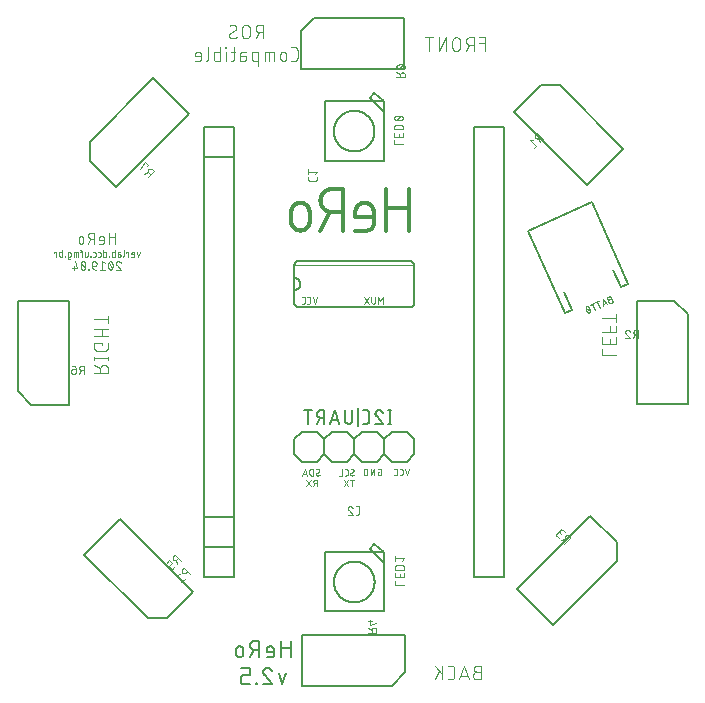
<source format=gbr>
G04 EAGLE Gerber RS-274X export*
G75*
%MOMM*%
%FSLAX34Y34*%
%LPD*%
%INSilkscreen Bottom*%
%IPPOS*%
%AMOC8*
5,1,8,0,0,1.08239X$1,22.5*%
G01*
%ADD10C,0.101600*%
%ADD11C,0.050800*%
%ADD12C,0.127000*%
%ADD13C,0.076200*%
%ADD14C,0.304800*%
%ADD15C,0.152400*%
%ADD16C,0.203200*%


D10*
X232992Y550008D02*
X232992Y561692D01*
X227799Y561692D01*
X227799Y556499D02*
X232992Y556499D01*
X223035Y561692D02*
X223035Y550008D01*
X223035Y561692D02*
X219789Y561692D01*
X219676Y561690D01*
X219563Y561684D01*
X219450Y561674D01*
X219337Y561660D01*
X219225Y561643D01*
X219114Y561621D01*
X219004Y561596D01*
X218894Y561566D01*
X218786Y561533D01*
X218679Y561496D01*
X218573Y561456D01*
X218469Y561411D01*
X218366Y561363D01*
X218265Y561312D01*
X218166Y561257D01*
X218069Y561199D01*
X217974Y561137D01*
X217881Y561072D01*
X217791Y561004D01*
X217703Y560933D01*
X217617Y560858D01*
X217534Y560781D01*
X217454Y560701D01*
X217377Y560618D01*
X217302Y560532D01*
X217231Y560444D01*
X217163Y560354D01*
X217098Y560261D01*
X217036Y560166D01*
X216978Y560069D01*
X216923Y559970D01*
X216872Y559869D01*
X216824Y559766D01*
X216779Y559662D01*
X216739Y559556D01*
X216702Y559449D01*
X216669Y559341D01*
X216639Y559231D01*
X216614Y559121D01*
X216592Y559010D01*
X216575Y558898D01*
X216561Y558785D01*
X216551Y558672D01*
X216545Y558559D01*
X216543Y558446D01*
X216545Y558333D01*
X216551Y558220D01*
X216561Y558107D01*
X216575Y557994D01*
X216592Y557882D01*
X216614Y557771D01*
X216639Y557661D01*
X216669Y557551D01*
X216702Y557443D01*
X216739Y557336D01*
X216779Y557230D01*
X216824Y557126D01*
X216872Y557023D01*
X216923Y556922D01*
X216978Y556823D01*
X217036Y556726D01*
X217098Y556631D01*
X217163Y556538D01*
X217231Y556448D01*
X217302Y556360D01*
X217377Y556274D01*
X217454Y556191D01*
X217534Y556111D01*
X217617Y556034D01*
X217703Y555959D01*
X217791Y555888D01*
X217881Y555820D01*
X217974Y555755D01*
X218069Y555693D01*
X218166Y555635D01*
X218265Y555580D01*
X218366Y555529D01*
X218469Y555481D01*
X218573Y555436D01*
X218679Y555396D01*
X218786Y555359D01*
X218894Y555326D01*
X219004Y555296D01*
X219114Y555271D01*
X219225Y555249D01*
X219337Y555232D01*
X219450Y555218D01*
X219563Y555208D01*
X219676Y555202D01*
X219789Y555200D01*
X219789Y555201D02*
X223035Y555201D01*
X219140Y555201D02*
X216544Y550008D01*
X211679Y553254D02*
X211679Y558446D01*
X211677Y558559D01*
X211671Y558672D01*
X211661Y558785D01*
X211647Y558898D01*
X211630Y559010D01*
X211608Y559121D01*
X211583Y559231D01*
X211553Y559341D01*
X211520Y559449D01*
X211483Y559556D01*
X211443Y559662D01*
X211398Y559766D01*
X211350Y559869D01*
X211299Y559970D01*
X211244Y560069D01*
X211186Y560166D01*
X211124Y560261D01*
X211059Y560354D01*
X210991Y560444D01*
X210920Y560532D01*
X210845Y560618D01*
X210768Y560701D01*
X210688Y560781D01*
X210605Y560858D01*
X210519Y560933D01*
X210431Y561004D01*
X210341Y561072D01*
X210248Y561137D01*
X210153Y561199D01*
X210056Y561257D01*
X209957Y561312D01*
X209856Y561363D01*
X209753Y561411D01*
X209649Y561456D01*
X209543Y561496D01*
X209436Y561533D01*
X209328Y561566D01*
X209218Y561596D01*
X209108Y561621D01*
X208997Y561643D01*
X208885Y561660D01*
X208772Y561674D01*
X208659Y561684D01*
X208546Y561690D01*
X208433Y561692D01*
X208320Y561690D01*
X208207Y561684D01*
X208094Y561674D01*
X207981Y561660D01*
X207869Y561643D01*
X207758Y561621D01*
X207648Y561596D01*
X207538Y561566D01*
X207430Y561533D01*
X207323Y561496D01*
X207217Y561456D01*
X207113Y561411D01*
X207010Y561363D01*
X206909Y561312D01*
X206810Y561257D01*
X206713Y561199D01*
X206618Y561137D01*
X206525Y561072D01*
X206435Y561004D01*
X206347Y560933D01*
X206261Y560858D01*
X206178Y560781D01*
X206098Y560701D01*
X206021Y560618D01*
X205946Y560532D01*
X205875Y560444D01*
X205807Y560354D01*
X205742Y560261D01*
X205680Y560166D01*
X205622Y560069D01*
X205567Y559970D01*
X205516Y559869D01*
X205468Y559766D01*
X205423Y559662D01*
X205383Y559556D01*
X205346Y559449D01*
X205313Y559341D01*
X205283Y559231D01*
X205258Y559121D01*
X205236Y559010D01*
X205219Y558898D01*
X205205Y558785D01*
X205195Y558672D01*
X205189Y558559D01*
X205187Y558446D01*
X205188Y558446D02*
X205188Y553254D01*
X205187Y553254D02*
X205189Y553141D01*
X205195Y553028D01*
X205205Y552915D01*
X205219Y552802D01*
X205236Y552690D01*
X205258Y552579D01*
X205283Y552469D01*
X205313Y552359D01*
X205346Y552251D01*
X205383Y552144D01*
X205423Y552038D01*
X205468Y551934D01*
X205516Y551831D01*
X205567Y551730D01*
X205622Y551631D01*
X205680Y551534D01*
X205742Y551439D01*
X205807Y551346D01*
X205875Y551256D01*
X205946Y551168D01*
X206021Y551082D01*
X206098Y550999D01*
X206178Y550919D01*
X206261Y550842D01*
X206347Y550767D01*
X206435Y550696D01*
X206525Y550628D01*
X206618Y550563D01*
X206713Y550501D01*
X206810Y550443D01*
X206909Y550388D01*
X207010Y550337D01*
X207113Y550289D01*
X207217Y550244D01*
X207323Y550204D01*
X207430Y550167D01*
X207538Y550134D01*
X207648Y550104D01*
X207758Y550079D01*
X207869Y550057D01*
X207981Y550040D01*
X208094Y550026D01*
X208207Y550016D01*
X208320Y550010D01*
X208433Y550008D01*
X208546Y550010D01*
X208659Y550016D01*
X208772Y550026D01*
X208885Y550040D01*
X208997Y550057D01*
X209108Y550079D01*
X209218Y550104D01*
X209328Y550134D01*
X209436Y550167D01*
X209543Y550204D01*
X209649Y550244D01*
X209753Y550289D01*
X209856Y550337D01*
X209957Y550388D01*
X210056Y550443D01*
X210153Y550501D01*
X210248Y550563D01*
X210341Y550628D01*
X210431Y550696D01*
X210519Y550767D01*
X210605Y550842D01*
X210688Y550919D01*
X210768Y550999D01*
X210845Y551082D01*
X210920Y551168D01*
X210991Y551256D01*
X211059Y551346D01*
X211124Y551439D01*
X211186Y551534D01*
X211244Y551631D01*
X211299Y551730D01*
X211350Y551831D01*
X211398Y551934D01*
X211443Y552038D01*
X211483Y552144D01*
X211520Y552251D01*
X211553Y552359D01*
X211583Y552469D01*
X211608Y552579D01*
X211630Y552690D01*
X211647Y552802D01*
X211661Y552915D01*
X211671Y553028D01*
X211677Y553141D01*
X211679Y553254D01*
X199868Y550008D02*
X199868Y561692D01*
X193377Y550008D01*
X193377Y561692D01*
X185573Y561692D02*
X185573Y550008D01*
X188819Y561692D02*
X182328Y561692D01*
X225846Y24499D02*
X229092Y24499D01*
X225846Y24500D02*
X225733Y24498D01*
X225620Y24492D01*
X225507Y24482D01*
X225394Y24468D01*
X225282Y24451D01*
X225171Y24429D01*
X225061Y24404D01*
X224951Y24374D01*
X224843Y24341D01*
X224736Y24304D01*
X224630Y24264D01*
X224526Y24219D01*
X224423Y24171D01*
X224322Y24120D01*
X224223Y24065D01*
X224126Y24007D01*
X224031Y23945D01*
X223938Y23880D01*
X223848Y23812D01*
X223760Y23741D01*
X223674Y23666D01*
X223591Y23589D01*
X223511Y23509D01*
X223434Y23426D01*
X223359Y23340D01*
X223288Y23252D01*
X223220Y23162D01*
X223155Y23069D01*
X223093Y22974D01*
X223035Y22877D01*
X222980Y22778D01*
X222929Y22677D01*
X222881Y22574D01*
X222836Y22470D01*
X222796Y22364D01*
X222759Y22257D01*
X222726Y22149D01*
X222696Y22039D01*
X222671Y21929D01*
X222649Y21818D01*
X222632Y21706D01*
X222618Y21593D01*
X222608Y21480D01*
X222602Y21367D01*
X222600Y21254D01*
X222602Y21141D01*
X222608Y21028D01*
X222618Y20915D01*
X222632Y20802D01*
X222649Y20690D01*
X222671Y20579D01*
X222696Y20469D01*
X222726Y20359D01*
X222759Y20251D01*
X222796Y20144D01*
X222836Y20038D01*
X222881Y19934D01*
X222929Y19831D01*
X222980Y19730D01*
X223035Y19631D01*
X223093Y19534D01*
X223155Y19439D01*
X223220Y19346D01*
X223288Y19256D01*
X223359Y19168D01*
X223434Y19082D01*
X223511Y18999D01*
X223591Y18919D01*
X223674Y18842D01*
X223760Y18767D01*
X223848Y18696D01*
X223938Y18628D01*
X224031Y18563D01*
X224126Y18501D01*
X224223Y18443D01*
X224322Y18388D01*
X224423Y18337D01*
X224526Y18289D01*
X224630Y18244D01*
X224736Y18204D01*
X224843Y18167D01*
X224951Y18134D01*
X225061Y18104D01*
X225171Y18079D01*
X225282Y18057D01*
X225394Y18040D01*
X225507Y18026D01*
X225620Y18016D01*
X225733Y18010D01*
X225846Y18008D01*
X229092Y18008D01*
X229092Y29692D01*
X225846Y29692D01*
X225745Y29690D01*
X225645Y29684D01*
X225545Y29674D01*
X225445Y29661D01*
X225346Y29643D01*
X225247Y29622D01*
X225150Y29597D01*
X225053Y29568D01*
X224958Y29535D01*
X224864Y29499D01*
X224772Y29459D01*
X224681Y29416D01*
X224592Y29369D01*
X224505Y29319D01*
X224419Y29265D01*
X224336Y29208D01*
X224256Y29148D01*
X224177Y29085D01*
X224101Y29018D01*
X224028Y28949D01*
X223958Y28877D01*
X223890Y28803D01*
X223825Y28726D01*
X223764Y28646D01*
X223705Y28564D01*
X223650Y28480D01*
X223598Y28394D01*
X223549Y28306D01*
X223504Y28216D01*
X223462Y28124D01*
X223424Y28031D01*
X223390Y27936D01*
X223359Y27841D01*
X223332Y27744D01*
X223309Y27646D01*
X223289Y27547D01*
X223274Y27447D01*
X223262Y27347D01*
X223254Y27247D01*
X223250Y27146D01*
X223250Y27046D01*
X223254Y26945D01*
X223262Y26845D01*
X223274Y26745D01*
X223289Y26645D01*
X223309Y26546D01*
X223332Y26448D01*
X223359Y26351D01*
X223390Y26256D01*
X223424Y26161D01*
X223462Y26068D01*
X223504Y25976D01*
X223549Y25886D01*
X223598Y25798D01*
X223650Y25712D01*
X223705Y25628D01*
X223764Y25546D01*
X223825Y25466D01*
X223890Y25389D01*
X223958Y25315D01*
X224028Y25243D01*
X224101Y25174D01*
X224177Y25107D01*
X224256Y25044D01*
X224336Y24984D01*
X224419Y24927D01*
X224505Y24873D01*
X224592Y24823D01*
X224681Y24776D01*
X224772Y24733D01*
X224864Y24693D01*
X224958Y24657D01*
X225053Y24624D01*
X225150Y24595D01*
X225247Y24570D01*
X225346Y24549D01*
X225445Y24531D01*
X225545Y24518D01*
X225645Y24508D01*
X225745Y24502D01*
X225846Y24500D01*
X218861Y18008D02*
X214967Y29692D01*
X211072Y18008D01*
X212046Y20929D02*
X217888Y20929D01*
X204219Y18008D02*
X201623Y18008D01*
X204219Y18008D02*
X204318Y18010D01*
X204418Y18016D01*
X204517Y18025D01*
X204615Y18038D01*
X204713Y18055D01*
X204811Y18076D01*
X204907Y18101D01*
X205002Y18129D01*
X205096Y18161D01*
X205189Y18196D01*
X205281Y18235D01*
X205371Y18278D01*
X205459Y18323D01*
X205546Y18373D01*
X205630Y18425D01*
X205713Y18481D01*
X205793Y18539D01*
X205871Y18601D01*
X205946Y18666D01*
X206019Y18734D01*
X206089Y18804D01*
X206157Y18877D01*
X206222Y18952D01*
X206284Y19030D01*
X206342Y19110D01*
X206398Y19193D01*
X206450Y19277D01*
X206500Y19364D01*
X206545Y19452D01*
X206588Y19542D01*
X206627Y19634D01*
X206662Y19727D01*
X206694Y19821D01*
X206722Y19916D01*
X206747Y20012D01*
X206768Y20110D01*
X206785Y20208D01*
X206798Y20306D01*
X206807Y20405D01*
X206813Y20505D01*
X206815Y20604D01*
X206816Y20604D02*
X206816Y27096D01*
X206815Y27096D02*
X206813Y27195D01*
X206807Y27295D01*
X206798Y27394D01*
X206785Y27492D01*
X206768Y27590D01*
X206747Y27688D01*
X206722Y27784D01*
X206694Y27879D01*
X206662Y27973D01*
X206627Y28066D01*
X206588Y28158D01*
X206545Y28248D01*
X206500Y28336D01*
X206450Y28423D01*
X206398Y28507D01*
X206342Y28590D01*
X206284Y28670D01*
X206222Y28748D01*
X206157Y28823D01*
X206089Y28896D01*
X206019Y28966D01*
X205946Y29034D01*
X205871Y29099D01*
X205793Y29161D01*
X205713Y29219D01*
X205630Y29275D01*
X205546Y29327D01*
X205459Y29377D01*
X205371Y29422D01*
X205281Y29465D01*
X205189Y29504D01*
X205096Y29539D01*
X205002Y29571D01*
X204907Y29599D01*
X204811Y29624D01*
X204713Y29645D01*
X204615Y29662D01*
X204517Y29675D01*
X204418Y29684D01*
X204318Y29690D01*
X204219Y29692D01*
X201623Y29692D01*
X196707Y29692D02*
X196707Y18008D01*
X196707Y22552D02*
X190216Y29692D01*
X194111Y25148D02*
X190216Y18008D01*
D11*
X119854Y190658D02*
X119784Y190660D01*
X119715Y190666D01*
X119646Y190676D01*
X119578Y190689D01*
X119510Y190707D01*
X119444Y190728D01*
X119379Y190753D01*
X119315Y190781D01*
X119253Y190813D01*
X119193Y190848D01*
X119135Y190887D01*
X119080Y190929D01*
X119026Y190974D01*
X118976Y191022D01*
X118928Y191072D01*
X118883Y191126D01*
X118841Y191181D01*
X118802Y191239D01*
X118767Y191299D01*
X118735Y191361D01*
X118707Y191425D01*
X118682Y191490D01*
X118661Y191556D01*
X118643Y191624D01*
X118630Y191692D01*
X118620Y191761D01*
X118614Y191830D01*
X118612Y191900D01*
X119854Y190658D02*
X119953Y190660D01*
X120051Y190665D01*
X120149Y190675D01*
X120247Y190688D01*
X120344Y190704D01*
X120441Y190724D01*
X120536Y190748D01*
X120631Y190776D01*
X120725Y190807D01*
X120817Y190841D01*
X120908Y190879D01*
X120998Y190920D01*
X121086Y190965D01*
X121172Y191013D01*
X121256Y191064D01*
X121338Y191118D01*
X121419Y191176D01*
X121497Y191236D01*
X121572Y191299D01*
X121646Y191365D01*
X121716Y191434D01*
X121562Y195004D02*
X121560Y195074D01*
X121554Y195143D01*
X121544Y195212D01*
X121531Y195280D01*
X121513Y195348D01*
X121492Y195414D01*
X121467Y195479D01*
X121439Y195543D01*
X121407Y195605D01*
X121372Y195665D01*
X121333Y195723D01*
X121291Y195778D01*
X121246Y195832D01*
X121198Y195882D01*
X121148Y195930D01*
X121094Y195975D01*
X121039Y196017D01*
X120981Y196056D01*
X120921Y196091D01*
X120859Y196123D01*
X120795Y196151D01*
X120730Y196176D01*
X120664Y196197D01*
X120596Y196215D01*
X120528Y196228D01*
X120459Y196238D01*
X120390Y196244D01*
X120320Y196246D01*
X120226Y196244D01*
X120133Y196238D01*
X120040Y196229D01*
X119947Y196216D01*
X119855Y196199D01*
X119764Y196179D01*
X119673Y196154D01*
X119584Y196127D01*
X119496Y196095D01*
X119409Y196060D01*
X119323Y196022D01*
X119240Y195980D01*
X119157Y195935D01*
X119077Y195887D01*
X118999Y195835D01*
X118923Y195780D01*
X120940Y193918D02*
X120999Y193954D01*
X121055Y193994D01*
X121109Y194037D01*
X121161Y194082D01*
X121210Y194131D01*
X121256Y194182D01*
X121299Y194235D01*
X121340Y194291D01*
X121377Y194349D01*
X121412Y194409D01*
X121442Y194470D01*
X121470Y194533D01*
X121494Y194598D01*
X121514Y194664D01*
X121531Y194731D01*
X121544Y194798D01*
X121553Y194866D01*
X121559Y194935D01*
X121561Y195004D01*
X119234Y192986D02*
X119175Y192950D01*
X119119Y192910D01*
X119065Y192867D01*
X119013Y192822D01*
X118964Y192773D01*
X118918Y192722D01*
X118875Y192669D01*
X118834Y192613D01*
X118797Y192555D01*
X118762Y192496D01*
X118732Y192434D01*
X118704Y192371D01*
X118680Y192306D01*
X118660Y192240D01*
X118643Y192173D01*
X118630Y192106D01*
X118621Y192038D01*
X118615Y191969D01*
X118613Y191900D01*
X119233Y192986D02*
X120941Y193918D01*
X115188Y190658D02*
X113946Y190658D01*
X115188Y190658D02*
X115258Y190660D01*
X115327Y190666D01*
X115396Y190676D01*
X115464Y190689D01*
X115532Y190707D01*
X115598Y190728D01*
X115663Y190753D01*
X115727Y190781D01*
X115789Y190813D01*
X115849Y190848D01*
X115907Y190887D01*
X115962Y190929D01*
X116016Y190974D01*
X116066Y191022D01*
X116114Y191072D01*
X116159Y191126D01*
X116201Y191181D01*
X116240Y191239D01*
X116275Y191299D01*
X116307Y191361D01*
X116335Y191425D01*
X116360Y191490D01*
X116381Y191556D01*
X116399Y191624D01*
X116412Y191692D01*
X116422Y191761D01*
X116428Y191830D01*
X116430Y191900D01*
X116430Y195004D01*
X116428Y195074D01*
X116422Y195143D01*
X116412Y195212D01*
X116399Y195280D01*
X116381Y195348D01*
X116360Y195414D01*
X116335Y195479D01*
X116307Y195543D01*
X116275Y195605D01*
X116240Y195665D01*
X116201Y195723D01*
X116159Y195778D01*
X116114Y195832D01*
X116066Y195882D01*
X116016Y195930D01*
X115962Y195975D01*
X115907Y196017D01*
X115849Y196056D01*
X115789Y196091D01*
X115727Y196123D01*
X115663Y196151D01*
X115598Y196176D01*
X115532Y196197D01*
X115464Y196215D01*
X115396Y196228D01*
X115327Y196238D01*
X115258Y196244D01*
X115188Y196246D01*
X113946Y196246D01*
X111647Y196246D02*
X111647Y190658D01*
X109164Y190658D01*
X90777Y190658D02*
X90707Y190660D01*
X90638Y190666D01*
X90569Y190676D01*
X90501Y190689D01*
X90433Y190707D01*
X90367Y190728D01*
X90302Y190753D01*
X90238Y190781D01*
X90176Y190813D01*
X90116Y190848D01*
X90058Y190887D01*
X90003Y190929D01*
X89949Y190974D01*
X89899Y191022D01*
X89851Y191072D01*
X89806Y191126D01*
X89764Y191181D01*
X89725Y191239D01*
X89690Y191299D01*
X89658Y191361D01*
X89630Y191425D01*
X89605Y191490D01*
X89584Y191556D01*
X89566Y191624D01*
X89553Y191692D01*
X89543Y191761D01*
X89537Y191830D01*
X89535Y191900D01*
X90777Y190658D02*
X90876Y190660D01*
X90974Y190665D01*
X91072Y190675D01*
X91170Y190688D01*
X91267Y190704D01*
X91364Y190724D01*
X91459Y190748D01*
X91554Y190776D01*
X91648Y190807D01*
X91740Y190841D01*
X91831Y190879D01*
X91921Y190920D01*
X92009Y190965D01*
X92095Y191013D01*
X92179Y191064D01*
X92261Y191118D01*
X92342Y191176D01*
X92420Y191236D01*
X92495Y191299D01*
X92569Y191365D01*
X92639Y191434D01*
X92484Y195004D02*
X92482Y195074D01*
X92476Y195143D01*
X92466Y195212D01*
X92453Y195280D01*
X92435Y195348D01*
X92414Y195414D01*
X92389Y195479D01*
X92361Y195543D01*
X92329Y195605D01*
X92294Y195665D01*
X92255Y195723D01*
X92213Y195778D01*
X92168Y195832D01*
X92120Y195882D01*
X92070Y195930D01*
X92016Y195975D01*
X91961Y196017D01*
X91903Y196056D01*
X91843Y196091D01*
X91781Y196123D01*
X91717Y196151D01*
X91652Y196176D01*
X91586Y196197D01*
X91518Y196215D01*
X91450Y196228D01*
X91381Y196238D01*
X91312Y196244D01*
X91242Y196246D01*
X91148Y196244D01*
X91055Y196238D01*
X90962Y196229D01*
X90869Y196216D01*
X90777Y196199D01*
X90686Y196179D01*
X90595Y196154D01*
X90506Y196127D01*
X90418Y196095D01*
X90331Y196060D01*
X90245Y196022D01*
X90162Y195980D01*
X90079Y195935D01*
X89999Y195887D01*
X89921Y195835D01*
X89845Y195780D01*
X91863Y193918D02*
X91922Y193954D01*
X91978Y193994D01*
X92032Y194037D01*
X92084Y194082D01*
X92133Y194131D01*
X92179Y194182D01*
X92222Y194235D01*
X92263Y194291D01*
X92300Y194349D01*
X92335Y194409D01*
X92365Y194470D01*
X92393Y194533D01*
X92417Y194598D01*
X92437Y194664D01*
X92454Y194731D01*
X92467Y194798D01*
X92476Y194866D01*
X92482Y194935D01*
X92484Y195004D01*
X90156Y192986D02*
X90097Y192950D01*
X90041Y192910D01*
X89987Y192867D01*
X89935Y192822D01*
X89886Y192773D01*
X89840Y192722D01*
X89797Y192669D01*
X89756Y192613D01*
X89719Y192555D01*
X89684Y192496D01*
X89654Y192434D01*
X89626Y192371D01*
X89602Y192306D01*
X89582Y192240D01*
X89565Y192173D01*
X89552Y192106D01*
X89543Y192038D01*
X89537Y191969D01*
X89535Y191900D01*
X90156Y192986D02*
X91863Y193918D01*
X87153Y196246D02*
X87153Y190658D01*
X87153Y196246D02*
X85601Y196246D01*
X85525Y196244D01*
X85449Y196239D01*
X85373Y196229D01*
X85298Y196216D01*
X85224Y196199D01*
X85150Y196179D01*
X85078Y196155D01*
X85007Y196128D01*
X84937Y196097D01*
X84869Y196063D01*
X84803Y196025D01*
X84739Y195984D01*
X84676Y195941D01*
X84616Y195894D01*
X84559Y195844D01*
X84504Y195791D01*
X84451Y195736D01*
X84401Y195679D01*
X84354Y195619D01*
X84311Y195556D01*
X84270Y195492D01*
X84232Y195426D01*
X84198Y195358D01*
X84167Y195288D01*
X84140Y195217D01*
X84116Y195145D01*
X84096Y195071D01*
X84079Y194997D01*
X84066Y194922D01*
X84056Y194846D01*
X84051Y194770D01*
X84049Y194694D01*
X84048Y194694D02*
X84048Y192210D01*
X84049Y192210D02*
X84051Y192134D01*
X84056Y192058D01*
X84066Y191982D01*
X84079Y191907D01*
X84096Y191833D01*
X84116Y191759D01*
X84140Y191687D01*
X84167Y191616D01*
X84198Y191546D01*
X84232Y191478D01*
X84270Y191412D01*
X84311Y191348D01*
X84354Y191285D01*
X84401Y191225D01*
X84451Y191168D01*
X84504Y191113D01*
X84559Y191060D01*
X84616Y191010D01*
X84676Y190963D01*
X84739Y190920D01*
X84803Y190879D01*
X84869Y190841D01*
X84937Y190807D01*
X85007Y190776D01*
X85078Y190749D01*
X85150Y190725D01*
X85224Y190705D01*
X85298Y190688D01*
X85373Y190675D01*
X85449Y190665D01*
X85525Y190660D01*
X85601Y190658D01*
X87153Y190658D01*
X81794Y190658D02*
X79931Y196246D01*
X78069Y190658D01*
X78534Y192055D02*
X81328Y192055D01*
X120165Y187102D02*
X120165Y181514D01*
X121717Y187102D02*
X118612Y187102D01*
X113181Y187102D02*
X116907Y181514D01*
X113181Y181514D02*
X116907Y187102D01*
X90409Y187102D02*
X90409Y181514D01*
X90409Y187102D02*
X88856Y187102D01*
X88779Y187100D01*
X88701Y187094D01*
X88625Y187085D01*
X88548Y187071D01*
X88473Y187054D01*
X88399Y187033D01*
X88325Y187008D01*
X88253Y186980D01*
X88183Y186948D01*
X88114Y186913D01*
X88047Y186874D01*
X87982Y186832D01*
X87919Y186787D01*
X87858Y186739D01*
X87800Y186688D01*
X87745Y186634D01*
X87692Y186577D01*
X87643Y186518D01*
X87596Y186456D01*
X87552Y186392D01*
X87512Y186326D01*
X87475Y186258D01*
X87441Y186188D01*
X87411Y186117D01*
X87385Y186044D01*
X87362Y185970D01*
X87343Y185895D01*
X87328Y185820D01*
X87316Y185743D01*
X87308Y185666D01*
X87304Y185589D01*
X87304Y185511D01*
X87308Y185434D01*
X87316Y185357D01*
X87328Y185280D01*
X87343Y185205D01*
X87362Y185130D01*
X87385Y185056D01*
X87411Y184983D01*
X87441Y184912D01*
X87475Y184842D01*
X87512Y184774D01*
X87552Y184708D01*
X87596Y184644D01*
X87643Y184582D01*
X87692Y184523D01*
X87745Y184466D01*
X87800Y184412D01*
X87858Y184361D01*
X87919Y184313D01*
X87982Y184268D01*
X88047Y184226D01*
X88114Y184187D01*
X88183Y184152D01*
X88253Y184120D01*
X88325Y184092D01*
X88399Y184067D01*
X88473Y184046D01*
X88548Y184029D01*
X88625Y184015D01*
X88701Y184006D01*
X88779Y184000D01*
X88856Y183998D01*
X90409Y183998D01*
X88546Y183998D02*
X87304Y181514D01*
X85269Y181514D02*
X81543Y187102D01*
X85269Y187102D02*
X81543Y181514D01*
D10*
X331808Y292449D02*
X343492Y292449D01*
X331808Y292449D02*
X331808Y297641D01*
X331808Y302355D02*
X331808Y307547D01*
X331808Y302355D02*
X343492Y302355D01*
X343492Y307547D01*
X338299Y306249D02*
X338299Y302355D01*
X343492Y312261D02*
X331808Y312261D01*
X343492Y312261D02*
X343492Y317453D01*
X338299Y317453D02*
X338299Y312261D01*
X343492Y324246D02*
X331808Y324246D01*
X343492Y321001D02*
X343492Y327492D01*
X-86508Y277665D02*
X-98192Y277665D01*
X-86508Y277665D02*
X-86508Y280910D01*
X-86510Y281023D01*
X-86516Y281136D01*
X-86526Y281249D01*
X-86540Y281362D01*
X-86557Y281474D01*
X-86579Y281585D01*
X-86604Y281695D01*
X-86634Y281805D01*
X-86667Y281913D01*
X-86704Y282020D01*
X-86744Y282126D01*
X-86789Y282230D01*
X-86837Y282333D01*
X-86888Y282434D01*
X-86943Y282533D01*
X-87001Y282630D01*
X-87063Y282725D01*
X-87128Y282818D01*
X-87196Y282908D01*
X-87267Y282996D01*
X-87342Y283082D01*
X-87419Y283165D01*
X-87499Y283245D01*
X-87582Y283322D01*
X-87668Y283397D01*
X-87756Y283468D01*
X-87846Y283536D01*
X-87939Y283601D01*
X-88034Y283663D01*
X-88131Y283721D01*
X-88230Y283776D01*
X-88331Y283827D01*
X-88434Y283875D01*
X-88538Y283920D01*
X-88644Y283960D01*
X-88751Y283997D01*
X-88859Y284030D01*
X-88969Y284060D01*
X-89079Y284085D01*
X-89190Y284107D01*
X-89302Y284124D01*
X-89415Y284138D01*
X-89528Y284148D01*
X-89641Y284154D01*
X-89754Y284156D01*
X-89867Y284154D01*
X-89980Y284148D01*
X-90093Y284138D01*
X-90206Y284124D01*
X-90318Y284107D01*
X-90429Y284085D01*
X-90539Y284060D01*
X-90649Y284030D01*
X-90757Y283997D01*
X-90864Y283960D01*
X-90970Y283920D01*
X-91074Y283875D01*
X-91177Y283827D01*
X-91278Y283776D01*
X-91377Y283721D01*
X-91474Y283663D01*
X-91569Y283601D01*
X-91662Y283536D01*
X-91752Y283468D01*
X-91840Y283397D01*
X-91926Y283322D01*
X-92009Y283245D01*
X-92089Y283165D01*
X-92166Y283082D01*
X-92241Y282996D01*
X-92312Y282908D01*
X-92380Y282818D01*
X-92445Y282725D01*
X-92507Y282630D01*
X-92565Y282533D01*
X-92620Y282434D01*
X-92671Y282333D01*
X-92719Y282230D01*
X-92764Y282126D01*
X-92804Y282020D01*
X-92841Y281913D01*
X-92874Y281805D01*
X-92904Y281695D01*
X-92929Y281585D01*
X-92951Y281474D01*
X-92968Y281362D01*
X-92982Y281249D01*
X-92992Y281136D01*
X-92998Y281023D01*
X-93000Y280910D01*
X-92999Y280910D02*
X-92999Y277665D01*
X-92999Y281559D02*
X-98192Y284156D01*
X-98192Y289981D02*
X-86508Y289981D01*
X-98192Y288682D02*
X-98192Y291279D01*
X-86508Y291279D02*
X-86508Y288682D01*
X-91701Y300804D02*
X-91701Y302751D01*
X-98192Y302751D01*
X-98192Y298856D01*
X-98190Y298757D01*
X-98184Y298657D01*
X-98175Y298558D01*
X-98162Y298460D01*
X-98145Y298362D01*
X-98124Y298264D01*
X-98099Y298168D01*
X-98071Y298073D01*
X-98039Y297979D01*
X-98004Y297886D01*
X-97965Y297794D01*
X-97922Y297704D01*
X-97877Y297616D01*
X-97827Y297529D01*
X-97775Y297445D01*
X-97719Y297362D01*
X-97661Y297282D01*
X-97599Y297204D01*
X-97534Y297129D01*
X-97466Y297056D01*
X-97396Y296986D01*
X-97323Y296918D01*
X-97248Y296853D01*
X-97170Y296791D01*
X-97090Y296733D01*
X-97007Y296677D01*
X-96923Y296625D01*
X-96836Y296575D01*
X-96748Y296530D01*
X-96658Y296487D01*
X-96566Y296448D01*
X-96473Y296413D01*
X-96379Y296381D01*
X-96284Y296353D01*
X-96188Y296328D01*
X-96090Y296307D01*
X-95992Y296290D01*
X-95894Y296277D01*
X-95795Y296268D01*
X-95695Y296262D01*
X-95596Y296260D01*
X-89104Y296260D01*
X-89104Y296259D02*
X-89005Y296261D01*
X-88905Y296267D01*
X-88806Y296276D01*
X-88708Y296289D01*
X-88610Y296307D01*
X-88512Y296327D01*
X-88416Y296352D01*
X-88320Y296380D01*
X-88226Y296412D01*
X-88133Y296447D01*
X-88042Y296486D01*
X-87952Y296529D01*
X-87863Y296574D01*
X-87777Y296624D01*
X-87692Y296676D01*
X-87610Y296732D01*
X-87530Y296791D01*
X-87452Y296852D01*
X-87376Y296917D01*
X-87303Y296985D01*
X-87233Y297055D01*
X-87165Y297128D01*
X-87100Y297204D01*
X-87039Y297282D01*
X-86980Y297362D01*
X-86924Y297444D01*
X-86872Y297529D01*
X-86823Y297615D01*
X-86777Y297704D01*
X-86734Y297794D01*
X-86695Y297885D01*
X-86660Y297978D01*
X-86628Y298072D01*
X-86600Y298168D01*
X-86575Y298264D01*
X-86555Y298362D01*
X-86537Y298460D01*
X-86524Y298558D01*
X-86515Y298657D01*
X-86509Y298756D01*
X-86507Y298856D01*
X-86508Y298856D02*
X-86508Y302751D01*
X-86508Y308452D02*
X-98192Y308452D01*
X-91701Y308452D02*
X-91701Y314943D01*
X-86508Y314943D02*
X-98192Y314943D01*
X-98192Y322746D02*
X-86508Y322746D01*
X-86508Y319501D02*
X-86508Y325992D01*
D11*
X168746Y196342D02*
X166883Y190754D01*
X165021Y196342D01*
X161724Y190754D02*
X160482Y190754D01*
X161724Y190754D02*
X161794Y190756D01*
X161863Y190762D01*
X161932Y190772D01*
X162000Y190785D01*
X162068Y190803D01*
X162134Y190824D01*
X162199Y190849D01*
X162263Y190877D01*
X162325Y190909D01*
X162385Y190944D01*
X162443Y190983D01*
X162498Y191025D01*
X162552Y191070D01*
X162602Y191118D01*
X162650Y191168D01*
X162695Y191222D01*
X162737Y191277D01*
X162776Y191335D01*
X162811Y191395D01*
X162843Y191457D01*
X162871Y191521D01*
X162896Y191586D01*
X162917Y191652D01*
X162935Y191720D01*
X162948Y191788D01*
X162958Y191857D01*
X162964Y191926D01*
X162966Y191996D01*
X162965Y191996D02*
X162965Y195100D01*
X162966Y195100D02*
X162964Y195170D01*
X162958Y195239D01*
X162948Y195308D01*
X162935Y195376D01*
X162917Y195444D01*
X162896Y195510D01*
X162871Y195575D01*
X162843Y195639D01*
X162811Y195701D01*
X162776Y195761D01*
X162737Y195819D01*
X162695Y195874D01*
X162650Y195928D01*
X162602Y195978D01*
X162552Y196026D01*
X162498Y196071D01*
X162443Y196113D01*
X162385Y196152D01*
X162325Y196187D01*
X162263Y196219D01*
X162199Y196247D01*
X162134Y196272D01*
X162068Y196293D01*
X162000Y196311D01*
X161932Y196324D01*
X161863Y196334D01*
X161794Y196340D01*
X161724Y196342D01*
X160482Y196342D01*
X157152Y190754D02*
X155910Y190754D01*
X157152Y190754D02*
X157222Y190756D01*
X157291Y190762D01*
X157360Y190772D01*
X157428Y190785D01*
X157496Y190803D01*
X157562Y190824D01*
X157627Y190849D01*
X157691Y190877D01*
X157753Y190909D01*
X157813Y190944D01*
X157871Y190983D01*
X157926Y191025D01*
X157980Y191070D01*
X158030Y191118D01*
X158078Y191168D01*
X158123Y191222D01*
X158165Y191277D01*
X158204Y191335D01*
X158239Y191395D01*
X158271Y191457D01*
X158299Y191521D01*
X158324Y191586D01*
X158345Y191652D01*
X158363Y191720D01*
X158376Y191788D01*
X158386Y191857D01*
X158392Y191926D01*
X158394Y191996D01*
X158394Y195100D01*
X158392Y195170D01*
X158386Y195239D01*
X158376Y195308D01*
X158363Y195376D01*
X158345Y195444D01*
X158324Y195510D01*
X158299Y195575D01*
X158271Y195639D01*
X158239Y195701D01*
X158204Y195761D01*
X158165Y195819D01*
X158123Y195874D01*
X158078Y195928D01*
X158030Y195978D01*
X157980Y196026D01*
X157926Y196071D01*
X157871Y196113D01*
X157813Y196152D01*
X157753Y196187D01*
X157691Y196219D01*
X157627Y196247D01*
X157562Y196272D01*
X157496Y196293D01*
X157428Y196311D01*
X157360Y196324D01*
X157291Y196334D01*
X157222Y196340D01*
X157152Y196342D01*
X155910Y196342D01*
X142671Y193858D02*
X141740Y193858D01*
X141740Y190754D01*
X143603Y190754D01*
X143673Y190756D01*
X143742Y190762D01*
X143811Y190772D01*
X143879Y190785D01*
X143947Y190803D01*
X144013Y190824D01*
X144078Y190849D01*
X144142Y190877D01*
X144204Y190909D01*
X144264Y190944D01*
X144322Y190983D01*
X144377Y191025D01*
X144431Y191070D01*
X144481Y191118D01*
X144529Y191168D01*
X144574Y191222D01*
X144616Y191277D01*
X144655Y191335D01*
X144690Y191395D01*
X144722Y191457D01*
X144750Y191521D01*
X144775Y191586D01*
X144796Y191652D01*
X144814Y191720D01*
X144827Y191788D01*
X144837Y191857D01*
X144843Y191926D01*
X144845Y191996D01*
X144844Y191996D02*
X144844Y195100D01*
X144845Y195100D02*
X144843Y195170D01*
X144837Y195239D01*
X144827Y195308D01*
X144814Y195376D01*
X144796Y195444D01*
X144775Y195510D01*
X144750Y195575D01*
X144722Y195639D01*
X144690Y195701D01*
X144655Y195761D01*
X144616Y195819D01*
X144574Y195874D01*
X144529Y195928D01*
X144481Y195978D01*
X144431Y196026D01*
X144377Y196071D01*
X144322Y196113D01*
X144264Y196152D01*
X144204Y196187D01*
X144142Y196219D01*
X144078Y196247D01*
X144013Y196272D01*
X143947Y196293D01*
X143879Y196311D01*
X143811Y196324D01*
X143742Y196334D01*
X143673Y196340D01*
X143603Y196342D01*
X141740Y196342D01*
X138992Y196342D02*
X138992Y190754D01*
X135888Y190754D02*
X138992Y196342D01*
X135888Y196342D02*
X135888Y190754D01*
X133140Y190754D02*
X133140Y196342D01*
X131588Y196342D01*
X131512Y196340D01*
X131436Y196335D01*
X131360Y196325D01*
X131285Y196312D01*
X131211Y196295D01*
X131137Y196275D01*
X131065Y196251D01*
X130994Y196224D01*
X130924Y196193D01*
X130856Y196159D01*
X130790Y196121D01*
X130726Y196080D01*
X130663Y196037D01*
X130603Y195990D01*
X130546Y195940D01*
X130491Y195887D01*
X130438Y195832D01*
X130388Y195775D01*
X130341Y195715D01*
X130298Y195652D01*
X130257Y195588D01*
X130219Y195522D01*
X130185Y195454D01*
X130154Y195384D01*
X130127Y195313D01*
X130103Y195241D01*
X130083Y195167D01*
X130066Y195093D01*
X130053Y195018D01*
X130043Y194942D01*
X130038Y194866D01*
X130036Y194790D01*
X130036Y192306D01*
X130038Y192230D01*
X130043Y192154D01*
X130053Y192078D01*
X130066Y192003D01*
X130083Y191929D01*
X130103Y191855D01*
X130127Y191783D01*
X130154Y191712D01*
X130185Y191642D01*
X130219Y191574D01*
X130257Y191508D01*
X130298Y191444D01*
X130341Y191381D01*
X130388Y191321D01*
X130438Y191264D01*
X130491Y191209D01*
X130546Y191156D01*
X130603Y191106D01*
X130663Y191059D01*
X130726Y191016D01*
X130790Y190975D01*
X130856Y190937D01*
X130924Y190903D01*
X130994Y190872D01*
X131065Y190845D01*
X131137Y190821D01*
X131211Y190801D01*
X131285Y190784D01*
X131360Y190771D01*
X131436Y190761D01*
X131512Y190756D01*
X131588Y190754D01*
X133140Y190754D01*
D12*
X68113Y50915D02*
X68113Y36945D01*
X68113Y44706D02*
X60352Y44706D01*
X60352Y50915D02*
X60352Y36945D01*
X51776Y36945D02*
X47895Y36945D01*
X51776Y36945D02*
X51870Y36947D01*
X51963Y36953D01*
X52057Y36962D01*
X52149Y36975D01*
X52242Y36992D01*
X52333Y37013D01*
X52424Y37037D01*
X52513Y37065D01*
X52602Y37096D01*
X52688Y37131D01*
X52774Y37170D01*
X52858Y37212D01*
X52940Y37257D01*
X53020Y37305D01*
X53098Y37357D01*
X53175Y37412D01*
X53248Y37470D01*
X53320Y37530D01*
X53389Y37594D01*
X53455Y37660D01*
X53519Y37729D01*
X53579Y37801D01*
X53637Y37874D01*
X53692Y37951D01*
X53744Y38029D01*
X53792Y38109D01*
X53837Y38191D01*
X53879Y38275D01*
X53918Y38361D01*
X53953Y38447D01*
X53984Y38536D01*
X54012Y38625D01*
X54036Y38716D01*
X54057Y38807D01*
X54074Y38900D01*
X54087Y38992D01*
X54096Y39086D01*
X54102Y39179D01*
X54104Y39273D01*
X54104Y43154D01*
X54102Y43265D01*
X54096Y43375D01*
X54086Y43486D01*
X54072Y43596D01*
X54055Y43705D01*
X54033Y43814D01*
X54008Y43922D01*
X53978Y44028D01*
X53945Y44134D01*
X53908Y44239D01*
X53868Y44342D01*
X53823Y44443D01*
X53776Y44543D01*
X53724Y44642D01*
X53669Y44738D01*
X53611Y44832D01*
X53550Y44924D01*
X53485Y45014D01*
X53417Y45102D01*
X53346Y45187D01*
X53272Y45269D01*
X53195Y45349D01*
X53115Y45426D01*
X53033Y45500D01*
X52948Y45571D01*
X52860Y45639D01*
X52770Y45704D01*
X52678Y45765D01*
X52584Y45823D01*
X52488Y45878D01*
X52389Y45930D01*
X52289Y45977D01*
X52188Y46022D01*
X52085Y46062D01*
X51980Y46099D01*
X51874Y46132D01*
X51768Y46162D01*
X51660Y46187D01*
X51551Y46209D01*
X51442Y46226D01*
X51332Y46240D01*
X51221Y46250D01*
X51111Y46256D01*
X51000Y46258D01*
X50889Y46256D01*
X50779Y46250D01*
X50668Y46240D01*
X50558Y46226D01*
X50449Y46209D01*
X50340Y46187D01*
X50232Y46162D01*
X50126Y46132D01*
X50020Y46099D01*
X49915Y46062D01*
X49812Y46022D01*
X49711Y45977D01*
X49611Y45930D01*
X49512Y45878D01*
X49416Y45823D01*
X49322Y45765D01*
X49230Y45704D01*
X49140Y45639D01*
X49052Y45571D01*
X48967Y45500D01*
X48885Y45426D01*
X48805Y45349D01*
X48728Y45269D01*
X48654Y45187D01*
X48583Y45102D01*
X48515Y45014D01*
X48450Y44924D01*
X48389Y44832D01*
X48331Y44738D01*
X48276Y44642D01*
X48224Y44543D01*
X48177Y44443D01*
X48132Y44342D01*
X48092Y44239D01*
X48055Y44134D01*
X48022Y44028D01*
X47992Y43922D01*
X47967Y43814D01*
X47945Y43705D01*
X47928Y43596D01*
X47914Y43486D01*
X47904Y43375D01*
X47898Y43265D01*
X47896Y43154D01*
X47895Y43154D02*
X47895Y41602D01*
X54104Y41602D01*
X41559Y36945D02*
X41559Y50915D01*
X37679Y50915D01*
X37556Y50913D01*
X37433Y50907D01*
X37310Y50897D01*
X37188Y50884D01*
X37066Y50866D01*
X36945Y50845D01*
X36824Y50820D01*
X36704Y50791D01*
X36586Y50758D01*
X36468Y50721D01*
X36352Y50681D01*
X36237Y50637D01*
X36123Y50589D01*
X36011Y50538D01*
X35901Y50484D01*
X35792Y50425D01*
X35685Y50364D01*
X35581Y50299D01*
X35478Y50231D01*
X35378Y50159D01*
X35280Y50085D01*
X35184Y50007D01*
X35091Y49926D01*
X35001Y49843D01*
X34913Y49756D01*
X34828Y49667D01*
X34746Y49576D01*
X34667Y49481D01*
X34591Y49384D01*
X34518Y49285D01*
X34448Y49184D01*
X34381Y49080D01*
X34318Y48975D01*
X34258Y48867D01*
X34202Y48757D01*
X34149Y48646D01*
X34099Y48533D01*
X34054Y48419D01*
X34011Y48303D01*
X33973Y48186D01*
X33938Y48068D01*
X33907Y47949D01*
X33880Y47829D01*
X33857Y47708D01*
X33838Y47586D01*
X33822Y47464D01*
X33810Y47342D01*
X33802Y47219D01*
X33798Y47096D01*
X33798Y46972D01*
X33802Y46849D01*
X33810Y46726D01*
X33822Y46604D01*
X33838Y46482D01*
X33857Y46360D01*
X33880Y46239D01*
X33907Y46119D01*
X33938Y46000D01*
X33973Y45882D01*
X34011Y45765D01*
X34054Y45649D01*
X34099Y45535D01*
X34149Y45422D01*
X34202Y45311D01*
X34258Y45201D01*
X34318Y45094D01*
X34381Y44988D01*
X34448Y44884D01*
X34518Y44783D01*
X34591Y44684D01*
X34667Y44587D01*
X34746Y44492D01*
X34828Y44401D01*
X34913Y44312D01*
X35001Y44225D01*
X35091Y44142D01*
X35184Y44061D01*
X35280Y43983D01*
X35378Y43909D01*
X35478Y43837D01*
X35581Y43769D01*
X35685Y43704D01*
X35792Y43643D01*
X35901Y43584D01*
X36011Y43530D01*
X36123Y43479D01*
X36237Y43431D01*
X36352Y43387D01*
X36468Y43347D01*
X36586Y43310D01*
X36704Y43277D01*
X36824Y43248D01*
X36945Y43223D01*
X37066Y43202D01*
X37188Y43184D01*
X37310Y43171D01*
X37433Y43161D01*
X37556Y43155D01*
X37679Y43153D01*
X37679Y43154D02*
X41559Y43154D01*
X36903Y43154D02*
X33798Y36945D01*
X28096Y40049D02*
X28096Y43154D01*
X28094Y43265D01*
X28088Y43375D01*
X28078Y43486D01*
X28064Y43596D01*
X28047Y43705D01*
X28025Y43814D01*
X28000Y43922D01*
X27970Y44028D01*
X27937Y44134D01*
X27900Y44239D01*
X27860Y44342D01*
X27815Y44443D01*
X27768Y44543D01*
X27716Y44642D01*
X27661Y44738D01*
X27603Y44832D01*
X27542Y44924D01*
X27477Y45014D01*
X27409Y45102D01*
X27338Y45187D01*
X27264Y45269D01*
X27187Y45349D01*
X27107Y45426D01*
X27025Y45500D01*
X26940Y45571D01*
X26852Y45639D01*
X26762Y45704D01*
X26670Y45765D01*
X26576Y45823D01*
X26480Y45878D01*
X26381Y45930D01*
X26281Y45977D01*
X26180Y46022D01*
X26077Y46062D01*
X25972Y46099D01*
X25866Y46132D01*
X25760Y46162D01*
X25652Y46187D01*
X25543Y46209D01*
X25434Y46226D01*
X25324Y46240D01*
X25213Y46250D01*
X25103Y46256D01*
X24992Y46258D01*
X24881Y46256D01*
X24771Y46250D01*
X24660Y46240D01*
X24550Y46226D01*
X24441Y46209D01*
X24332Y46187D01*
X24224Y46162D01*
X24118Y46132D01*
X24012Y46099D01*
X23907Y46062D01*
X23804Y46022D01*
X23703Y45977D01*
X23603Y45930D01*
X23504Y45878D01*
X23408Y45823D01*
X23314Y45765D01*
X23222Y45704D01*
X23132Y45639D01*
X23044Y45571D01*
X22959Y45500D01*
X22877Y45426D01*
X22797Y45349D01*
X22720Y45269D01*
X22646Y45187D01*
X22575Y45102D01*
X22507Y45014D01*
X22442Y44924D01*
X22381Y44832D01*
X22323Y44738D01*
X22268Y44642D01*
X22216Y44543D01*
X22169Y44443D01*
X22124Y44342D01*
X22084Y44239D01*
X22047Y44134D01*
X22014Y44028D01*
X21984Y43922D01*
X21959Y43814D01*
X21937Y43705D01*
X21920Y43596D01*
X21906Y43486D01*
X21896Y43375D01*
X21890Y43265D01*
X21888Y43154D01*
X21887Y43154D02*
X21887Y40049D01*
X21888Y40049D02*
X21890Y39938D01*
X21896Y39828D01*
X21906Y39717D01*
X21920Y39607D01*
X21937Y39498D01*
X21959Y39389D01*
X21984Y39281D01*
X22014Y39175D01*
X22047Y39069D01*
X22084Y38964D01*
X22124Y38861D01*
X22169Y38760D01*
X22216Y38660D01*
X22268Y38561D01*
X22323Y38465D01*
X22381Y38371D01*
X22442Y38279D01*
X22507Y38189D01*
X22575Y38101D01*
X22646Y38016D01*
X22720Y37934D01*
X22797Y37854D01*
X22877Y37777D01*
X22959Y37703D01*
X23044Y37632D01*
X23132Y37564D01*
X23222Y37499D01*
X23314Y37438D01*
X23408Y37380D01*
X23504Y37325D01*
X23603Y37273D01*
X23703Y37226D01*
X23804Y37181D01*
X23907Y37141D01*
X24012Y37104D01*
X24118Y37071D01*
X24224Y37041D01*
X24332Y37016D01*
X24441Y36994D01*
X24550Y36977D01*
X24660Y36963D01*
X24771Y36953D01*
X24881Y36947D01*
X24992Y36945D01*
X25103Y36947D01*
X25213Y36953D01*
X25324Y36963D01*
X25434Y36977D01*
X25543Y36994D01*
X25652Y37016D01*
X25760Y37041D01*
X25866Y37071D01*
X25972Y37104D01*
X26077Y37141D01*
X26180Y37181D01*
X26281Y37226D01*
X26381Y37273D01*
X26480Y37325D01*
X26576Y37380D01*
X26670Y37438D01*
X26762Y37499D01*
X26852Y37564D01*
X26940Y37632D01*
X27025Y37703D01*
X27107Y37777D01*
X27187Y37854D01*
X27264Y37934D01*
X27338Y38016D01*
X27409Y38101D01*
X27477Y38189D01*
X27542Y38279D01*
X27603Y38371D01*
X27661Y38465D01*
X27716Y38561D01*
X27768Y38660D01*
X27815Y38760D01*
X27860Y38861D01*
X27900Y38964D01*
X27937Y39069D01*
X27970Y39175D01*
X28000Y39281D01*
X28025Y39389D01*
X28047Y39498D01*
X28064Y39607D01*
X28078Y39717D01*
X28088Y39828D01*
X28094Y39938D01*
X28096Y40049D01*
X64234Y23398D02*
X61130Y14085D01*
X58025Y23398D01*
X48422Y28056D02*
X48305Y28054D01*
X48189Y28048D01*
X48072Y28038D01*
X47956Y28025D01*
X47841Y28007D01*
X47726Y27986D01*
X47612Y27961D01*
X47499Y27932D01*
X47387Y27899D01*
X47276Y27863D01*
X47167Y27823D01*
X47058Y27779D01*
X46952Y27731D01*
X46847Y27681D01*
X46743Y27626D01*
X46642Y27568D01*
X46542Y27507D01*
X46445Y27443D01*
X46350Y27375D01*
X46257Y27304D01*
X46167Y27230D01*
X46079Y27154D01*
X45994Y27074D01*
X45911Y26991D01*
X45831Y26906D01*
X45755Y26818D01*
X45681Y26728D01*
X45610Y26635D01*
X45542Y26540D01*
X45478Y26443D01*
X45417Y26343D01*
X45359Y26242D01*
X45304Y26138D01*
X45254Y26033D01*
X45206Y25927D01*
X45162Y25818D01*
X45122Y25709D01*
X45086Y25598D01*
X45053Y25486D01*
X45024Y25373D01*
X44999Y25259D01*
X44978Y25144D01*
X44960Y25029D01*
X44947Y24913D01*
X44937Y24796D01*
X44931Y24680D01*
X44929Y24563D01*
X48422Y28055D02*
X48553Y28053D01*
X48684Y28047D01*
X48815Y28038D01*
X48946Y28024D01*
X49076Y28007D01*
X49205Y27986D01*
X49334Y27961D01*
X49462Y27933D01*
X49589Y27900D01*
X49716Y27864D01*
X49841Y27825D01*
X49965Y27781D01*
X50087Y27735D01*
X50208Y27684D01*
X50328Y27630D01*
X50446Y27573D01*
X50562Y27512D01*
X50677Y27447D01*
X50789Y27380D01*
X50899Y27309D01*
X51008Y27235D01*
X51114Y27158D01*
X51218Y27078D01*
X51319Y26994D01*
X51418Y26908D01*
X51515Y26819D01*
X51608Y26727D01*
X51699Y26633D01*
X51788Y26536D01*
X51873Y26436D01*
X51955Y26334D01*
X52035Y26229D01*
X52111Y26122D01*
X52184Y26013D01*
X52254Y25902D01*
X52321Y25789D01*
X52384Y25674D01*
X52444Y25558D01*
X52500Y25439D01*
X52553Y25319D01*
X52603Y25198D01*
X52648Y25075D01*
X52691Y24950D01*
X46094Y21847D02*
X46007Y21932D01*
X45924Y22020D01*
X45843Y22111D01*
X45765Y22204D01*
X45690Y22299D01*
X45618Y22398D01*
X45550Y22498D01*
X45484Y22600D01*
X45423Y22705D01*
X45364Y22811D01*
X45309Y22920D01*
X45258Y23030D01*
X45210Y23141D01*
X45166Y23255D01*
X45125Y23369D01*
X45088Y23485D01*
X45055Y23602D01*
X45026Y23720D01*
X45001Y23839D01*
X44979Y23958D01*
X44961Y24078D01*
X44948Y24199D01*
X44938Y24320D01*
X44932Y24442D01*
X44930Y24563D01*
X46094Y21846D02*
X52691Y14085D01*
X44930Y14085D01*
X39616Y14085D02*
X39616Y14861D01*
X38840Y14861D01*
X38840Y14085D01*
X39616Y14085D01*
X33527Y14085D02*
X28870Y14085D01*
X28759Y14087D01*
X28649Y14093D01*
X28538Y14103D01*
X28428Y14117D01*
X28319Y14134D01*
X28210Y14156D01*
X28102Y14181D01*
X27996Y14211D01*
X27890Y14244D01*
X27785Y14281D01*
X27682Y14321D01*
X27581Y14366D01*
X27481Y14413D01*
X27382Y14465D01*
X27286Y14520D01*
X27192Y14578D01*
X27100Y14639D01*
X27010Y14704D01*
X26922Y14772D01*
X26837Y14843D01*
X26755Y14917D01*
X26675Y14994D01*
X26598Y15074D01*
X26524Y15156D01*
X26453Y15241D01*
X26385Y15329D01*
X26320Y15419D01*
X26259Y15511D01*
X26201Y15605D01*
X26146Y15701D01*
X26094Y15800D01*
X26047Y15900D01*
X26002Y16001D01*
X25962Y16104D01*
X25925Y16209D01*
X25892Y16315D01*
X25862Y16421D01*
X25837Y16529D01*
X25815Y16638D01*
X25798Y16747D01*
X25784Y16857D01*
X25774Y16968D01*
X25768Y17078D01*
X25766Y17189D01*
X25766Y18742D01*
X25768Y18853D01*
X25774Y18963D01*
X25784Y19074D01*
X25798Y19184D01*
X25815Y19293D01*
X25837Y19402D01*
X25862Y19510D01*
X25892Y19616D01*
X25925Y19722D01*
X25962Y19827D01*
X26002Y19930D01*
X26047Y20031D01*
X26094Y20131D01*
X26146Y20230D01*
X26201Y20326D01*
X26259Y20420D01*
X26320Y20512D01*
X26385Y20602D01*
X26453Y20690D01*
X26524Y20775D01*
X26598Y20857D01*
X26675Y20937D01*
X26755Y21014D01*
X26837Y21088D01*
X26922Y21159D01*
X27010Y21227D01*
X27100Y21292D01*
X27192Y21353D01*
X27286Y21411D01*
X27382Y21466D01*
X27481Y21518D01*
X27581Y21565D01*
X27682Y21610D01*
X27785Y21650D01*
X27890Y21687D01*
X27996Y21720D01*
X28102Y21750D01*
X28210Y21775D01*
X28319Y21797D01*
X28428Y21814D01*
X28538Y21828D01*
X28649Y21838D01*
X28759Y21844D01*
X28870Y21846D01*
X33527Y21846D01*
X33527Y28055D01*
X25766Y28055D01*
D13*
X-80488Y386975D02*
X-80488Y396373D01*
X-80488Y392196D02*
X-85709Y392196D01*
X-85709Y396373D02*
X-85709Y386975D01*
X-91415Y386975D02*
X-94026Y386975D01*
X-91415Y386975D02*
X-91338Y386977D01*
X-91262Y386983D01*
X-91185Y386992D01*
X-91109Y387005D01*
X-91034Y387022D01*
X-90960Y387042D01*
X-90887Y387067D01*
X-90816Y387094D01*
X-90745Y387125D01*
X-90677Y387160D01*
X-90610Y387198D01*
X-90545Y387239D01*
X-90482Y387283D01*
X-90422Y387330D01*
X-90363Y387381D01*
X-90308Y387434D01*
X-90255Y387489D01*
X-90204Y387548D01*
X-90157Y387608D01*
X-90113Y387671D01*
X-90072Y387736D01*
X-90034Y387803D01*
X-89999Y387871D01*
X-89968Y387942D01*
X-89941Y388013D01*
X-89916Y388086D01*
X-89896Y388160D01*
X-89879Y388235D01*
X-89866Y388311D01*
X-89857Y388388D01*
X-89851Y388464D01*
X-89849Y388541D01*
X-89849Y391152D01*
X-89851Y391242D01*
X-89857Y391331D01*
X-89866Y391421D01*
X-89880Y391510D01*
X-89897Y391598D01*
X-89918Y391685D01*
X-89943Y391772D01*
X-89972Y391857D01*
X-90004Y391941D01*
X-90039Y392023D01*
X-90079Y392104D01*
X-90121Y392183D01*
X-90167Y392260D01*
X-90217Y392335D01*
X-90269Y392408D01*
X-90325Y392479D01*
X-90383Y392547D01*
X-90445Y392612D01*
X-90509Y392675D01*
X-90576Y392735D01*
X-90645Y392792D01*
X-90717Y392846D01*
X-90791Y392897D01*
X-90867Y392945D01*
X-90945Y392989D01*
X-91025Y393030D01*
X-91107Y393068D01*
X-91190Y393102D01*
X-91275Y393132D01*
X-91361Y393159D01*
X-91447Y393182D01*
X-91535Y393201D01*
X-91624Y393216D01*
X-91713Y393228D01*
X-91802Y393236D01*
X-91892Y393240D01*
X-91982Y393240D01*
X-92072Y393236D01*
X-92161Y393228D01*
X-92250Y393216D01*
X-92339Y393201D01*
X-92427Y393182D01*
X-92513Y393159D01*
X-92599Y393132D01*
X-92684Y393102D01*
X-92767Y393068D01*
X-92849Y393030D01*
X-92929Y392989D01*
X-93007Y392945D01*
X-93083Y392897D01*
X-93157Y392846D01*
X-93229Y392792D01*
X-93298Y392735D01*
X-93365Y392675D01*
X-93429Y392612D01*
X-93491Y392547D01*
X-93549Y392479D01*
X-93605Y392408D01*
X-93657Y392335D01*
X-93707Y392260D01*
X-93753Y392183D01*
X-93795Y392104D01*
X-93835Y392023D01*
X-93870Y391941D01*
X-93902Y391857D01*
X-93931Y391772D01*
X-93956Y391685D01*
X-93977Y391598D01*
X-93994Y391510D01*
X-94008Y391421D01*
X-94017Y391331D01*
X-94023Y391242D01*
X-94025Y391152D01*
X-94026Y391152D02*
X-94026Y390107D01*
X-89849Y390107D01*
X-98223Y386975D02*
X-98223Y396373D01*
X-100834Y396373D01*
X-100935Y396371D01*
X-101036Y396365D01*
X-101137Y396355D01*
X-101237Y396342D01*
X-101337Y396324D01*
X-101436Y396303D01*
X-101534Y396277D01*
X-101631Y396248D01*
X-101727Y396216D01*
X-101821Y396179D01*
X-101914Y396139D01*
X-102006Y396095D01*
X-102095Y396048D01*
X-102183Y395997D01*
X-102269Y395943D01*
X-102352Y395886D01*
X-102434Y395826D01*
X-102512Y395762D01*
X-102589Y395696D01*
X-102662Y395626D01*
X-102733Y395554D01*
X-102801Y395479D01*
X-102866Y395401D01*
X-102928Y395321D01*
X-102987Y395239D01*
X-103043Y395154D01*
X-103095Y395068D01*
X-103144Y394979D01*
X-103190Y394888D01*
X-103231Y394796D01*
X-103270Y394702D01*
X-103304Y394607D01*
X-103335Y394511D01*
X-103362Y394413D01*
X-103386Y394315D01*
X-103405Y394215D01*
X-103421Y394115D01*
X-103433Y394015D01*
X-103441Y393914D01*
X-103445Y393813D01*
X-103445Y393711D01*
X-103441Y393610D01*
X-103433Y393509D01*
X-103421Y393409D01*
X-103405Y393309D01*
X-103386Y393209D01*
X-103362Y393111D01*
X-103335Y393013D01*
X-103304Y392917D01*
X-103270Y392822D01*
X-103231Y392728D01*
X-103190Y392636D01*
X-103144Y392545D01*
X-103095Y392457D01*
X-103043Y392370D01*
X-102987Y392285D01*
X-102928Y392203D01*
X-102866Y392123D01*
X-102801Y392045D01*
X-102733Y391970D01*
X-102662Y391898D01*
X-102589Y391828D01*
X-102512Y391762D01*
X-102434Y391698D01*
X-102352Y391638D01*
X-102269Y391581D01*
X-102183Y391527D01*
X-102095Y391476D01*
X-102006Y391429D01*
X-101914Y391385D01*
X-101821Y391345D01*
X-101727Y391308D01*
X-101631Y391276D01*
X-101534Y391247D01*
X-101436Y391221D01*
X-101337Y391200D01*
X-101237Y391182D01*
X-101137Y391169D01*
X-101036Y391159D01*
X-100935Y391153D01*
X-100834Y391151D01*
X-100834Y391152D02*
X-98223Y391152D01*
X-101356Y391152D02*
X-103444Y386975D01*
X-107222Y389063D02*
X-107222Y391152D01*
X-107223Y391152D02*
X-107225Y391242D01*
X-107231Y391331D01*
X-107240Y391421D01*
X-107254Y391510D01*
X-107271Y391598D01*
X-107292Y391685D01*
X-107317Y391772D01*
X-107346Y391857D01*
X-107378Y391941D01*
X-107413Y392023D01*
X-107453Y392104D01*
X-107495Y392183D01*
X-107541Y392260D01*
X-107591Y392335D01*
X-107643Y392408D01*
X-107699Y392479D01*
X-107757Y392547D01*
X-107819Y392612D01*
X-107883Y392675D01*
X-107950Y392735D01*
X-108019Y392792D01*
X-108091Y392846D01*
X-108165Y392897D01*
X-108241Y392945D01*
X-108319Y392989D01*
X-108399Y393030D01*
X-108481Y393068D01*
X-108564Y393102D01*
X-108649Y393132D01*
X-108735Y393159D01*
X-108821Y393182D01*
X-108909Y393201D01*
X-108998Y393216D01*
X-109087Y393228D01*
X-109176Y393236D01*
X-109266Y393240D01*
X-109356Y393240D01*
X-109446Y393236D01*
X-109535Y393228D01*
X-109624Y393216D01*
X-109713Y393201D01*
X-109801Y393182D01*
X-109887Y393159D01*
X-109973Y393132D01*
X-110058Y393102D01*
X-110141Y393068D01*
X-110223Y393030D01*
X-110303Y392989D01*
X-110381Y392945D01*
X-110457Y392897D01*
X-110531Y392846D01*
X-110603Y392792D01*
X-110672Y392735D01*
X-110739Y392675D01*
X-110803Y392612D01*
X-110865Y392547D01*
X-110923Y392479D01*
X-110979Y392408D01*
X-111031Y392335D01*
X-111081Y392260D01*
X-111127Y392183D01*
X-111169Y392104D01*
X-111209Y392023D01*
X-111244Y391941D01*
X-111276Y391857D01*
X-111305Y391772D01*
X-111330Y391685D01*
X-111351Y391598D01*
X-111368Y391510D01*
X-111382Y391421D01*
X-111391Y391331D01*
X-111397Y391242D01*
X-111399Y391152D01*
X-111399Y389063D01*
X-111397Y388973D01*
X-111391Y388884D01*
X-111382Y388794D01*
X-111368Y388705D01*
X-111351Y388617D01*
X-111330Y388530D01*
X-111305Y388443D01*
X-111276Y388358D01*
X-111244Y388274D01*
X-111209Y388192D01*
X-111169Y388111D01*
X-111127Y388032D01*
X-111081Y387955D01*
X-111031Y387880D01*
X-110979Y387807D01*
X-110923Y387736D01*
X-110865Y387668D01*
X-110803Y387603D01*
X-110739Y387540D01*
X-110672Y387480D01*
X-110603Y387423D01*
X-110531Y387369D01*
X-110457Y387318D01*
X-110381Y387270D01*
X-110303Y387226D01*
X-110223Y387185D01*
X-110141Y387147D01*
X-110058Y387113D01*
X-109973Y387083D01*
X-109887Y387056D01*
X-109801Y387033D01*
X-109713Y387014D01*
X-109624Y386999D01*
X-109535Y386987D01*
X-109446Y386979D01*
X-109356Y386975D01*
X-109266Y386975D01*
X-109176Y386979D01*
X-109087Y386987D01*
X-108998Y386999D01*
X-108909Y387014D01*
X-108821Y387033D01*
X-108735Y387056D01*
X-108649Y387083D01*
X-108564Y387113D01*
X-108481Y387147D01*
X-108399Y387185D01*
X-108319Y387226D01*
X-108241Y387270D01*
X-108165Y387318D01*
X-108091Y387369D01*
X-108019Y387423D01*
X-107950Y387480D01*
X-107883Y387540D01*
X-107819Y387603D01*
X-107757Y387668D01*
X-107699Y387736D01*
X-107643Y387807D01*
X-107591Y387880D01*
X-107541Y387955D01*
X-107495Y388032D01*
X-107453Y388111D01*
X-107413Y388192D01*
X-107378Y388274D01*
X-107346Y388358D01*
X-107317Y388443D01*
X-107292Y388530D01*
X-107271Y388617D01*
X-107254Y388705D01*
X-107240Y388794D01*
X-107231Y388884D01*
X-107225Y388973D01*
X-107223Y389063D01*
D11*
X146124Y341794D02*
X146124Y336206D01*
X144261Y338690D02*
X146124Y341794D01*
X144261Y338690D02*
X142399Y341794D01*
X142399Y336206D01*
X139596Y337758D02*
X139596Y341794D01*
X139595Y337758D02*
X139593Y337681D01*
X139587Y337603D01*
X139578Y337527D01*
X139564Y337450D01*
X139547Y337375D01*
X139526Y337301D01*
X139501Y337227D01*
X139473Y337155D01*
X139441Y337085D01*
X139406Y337016D01*
X139367Y336949D01*
X139325Y336884D01*
X139280Y336821D01*
X139232Y336760D01*
X139181Y336702D01*
X139127Y336647D01*
X139070Y336594D01*
X139011Y336545D01*
X138949Y336498D01*
X138885Y336454D01*
X138819Y336414D01*
X138751Y336377D01*
X138681Y336343D01*
X138610Y336313D01*
X138537Y336287D01*
X138463Y336264D01*
X138388Y336245D01*
X138313Y336230D01*
X138236Y336218D01*
X138159Y336210D01*
X138082Y336206D01*
X138004Y336206D01*
X137927Y336210D01*
X137850Y336218D01*
X137773Y336230D01*
X137698Y336245D01*
X137623Y336264D01*
X137549Y336287D01*
X137476Y336313D01*
X137405Y336343D01*
X137335Y336377D01*
X137267Y336414D01*
X137201Y336454D01*
X137137Y336498D01*
X137075Y336545D01*
X137016Y336594D01*
X136959Y336647D01*
X136905Y336702D01*
X136854Y336760D01*
X136806Y336821D01*
X136761Y336884D01*
X136719Y336949D01*
X136680Y337016D01*
X136645Y337085D01*
X136613Y337155D01*
X136585Y337227D01*
X136560Y337301D01*
X136539Y337375D01*
X136522Y337450D01*
X136508Y337527D01*
X136499Y337603D01*
X136493Y337681D01*
X136491Y337758D01*
X136491Y341794D01*
X130512Y341794D02*
X134237Y336206D01*
X130512Y336206D02*
X134237Y341794D01*
X90712Y341794D02*
X88849Y336206D01*
X86987Y341794D01*
X83690Y336206D02*
X82448Y336206D01*
X83690Y336206D02*
X83760Y336208D01*
X83829Y336214D01*
X83898Y336224D01*
X83966Y336237D01*
X84034Y336255D01*
X84100Y336276D01*
X84165Y336301D01*
X84229Y336329D01*
X84291Y336361D01*
X84351Y336396D01*
X84409Y336435D01*
X84464Y336477D01*
X84518Y336522D01*
X84568Y336570D01*
X84616Y336620D01*
X84661Y336674D01*
X84703Y336729D01*
X84742Y336787D01*
X84777Y336847D01*
X84809Y336909D01*
X84837Y336973D01*
X84862Y337038D01*
X84883Y337104D01*
X84901Y337172D01*
X84914Y337240D01*
X84924Y337309D01*
X84930Y337378D01*
X84932Y337448D01*
X84932Y340552D01*
X84930Y340622D01*
X84924Y340691D01*
X84914Y340760D01*
X84901Y340828D01*
X84883Y340896D01*
X84862Y340962D01*
X84837Y341027D01*
X84809Y341091D01*
X84777Y341153D01*
X84742Y341213D01*
X84703Y341271D01*
X84661Y341326D01*
X84616Y341380D01*
X84568Y341430D01*
X84518Y341478D01*
X84464Y341523D01*
X84409Y341565D01*
X84351Y341604D01*
X84291Y341639D01*
X84229Y341671D01*
X84165Y341699D01*
X84100Y341724D01*
X84034Y341745D01*
X83966Y341763D01*
X83898Y341776D01*
X83829Y341786D01*
X83760Y341792D01*
X83690Y341794D01*
X82448Y341794D01*
X79118Y336206D02*
X77876Y336206D01*
X79118Y336206D02*
X79188Y336208D01*
X79257Y336214D01*
X79326Y336224D01*
X79394Y336237D01*
X79462Y336255D01*
X79528Y336276D01*
X79593Y336301D01*
X79657Y336329D01*
X79719Y336361D01*
X79779Y336396D01*
X79837Y336435D01*
X79892Y336477D01*
X79946Y336522D01*
X79996Y336570D01*
X80044Y336620D01*
X80089Y336674D01*
X80131Y336729D01*
X80170Y336787D01*
X80205Y336847D01*
X80237Y336909D01*
X80265Y336973D01*
X80290Y337038D01*
X80311Y337104D01*
X80329Y337172D01*
X80342Y337240D01*
X80352Y337309D01*
X80358Y337378D01*
X80360Y337448D01*
X80360Y340552D01*
X80358Y340622D01*
X80352Y340691D01*
X80342Y340760D01*
X80329Y340828D01*
X80311Y340896D01*
X80290Y340962D01*
X80265Y341027D01*
X80237Y341091D01*
X80205Y341153D01*
X80170Y341213D01*
X80131Y341271D01*
X80089Y341326D01*
X80044Y341380D01*
X79996Y341430D01*
X79946Y341478D01*
X79892Y341523D01*
X79837Y341565D01*
X79779Y341604D01*
X79719Y341639D01*
X79657Y341671D01*
X79593Y341699D01*
X79528Y341724D01*
X79462Y341745D01*
X79394Y341763D01*
X79326Y341776D01*
X79257Y341786D01*
X79188Y341792D01*
X79118Y341794D01*
X77876Y341794D01*
D10*
X44948Y560683D02*
X44948Y572367D01*
X41703Y572367D01*
X41590Y572365D01*
X41477Y572359D01*
X41364Y572349D01*
X41251Y572335D01*
X41139Y572318D01*
X41028Y572296D01*
X40918Y572271D01*
X40808Y572241D01*
X40700Y572208D01*
X40593Y572171D01*
X40487Y572131D01*
X40383Y572086D01*
X40280Y572038D01*
X40179Y571987D01*
X40080Y571932D01*
X39983Y571874D01*
X39888Y571812D01*
X39795Y571747D01*
X39705Y571679D01*
X39617Y571608D01*
X39531Y571533D01*
X39448Y571456D01*
X39368Y571376D01*
X39291Y571293D01*
X39216Y571207D01*
X39145Y571119D01*
X39077Y571029D01*
X39012Y570936D01*
X38950Y570841D01*
X38892Y570744D01*
X38837Y570645D01*
X38786Y570544D01*
X38738Y570441D01*
X38693Y570337D01*
X38653Y570231D01*
X38616Y570124D01*
X38583Y570016D01*
X38553Y569906D01*
X38528Y569796D01*
X38506Y569685D01*
X38489Y569573D01*
X38475Y569460D01*
X38465Y569347D01*
X38459Y569234D01*
X38457Y569121D01*
X38459Y569008D01*
X38465Y568895D01*
X38475Y568782D01*
X38489Y568669D01*
X38506Y568557D01*
X38528Y568446D01*
X38553Y568336D01*
X38583Y568226D01*
X38616Y568118D01*
X38653Y568011D01*
X38693Y567905D01*
X38738Y567801D01*
X38786Y567698D01*
X38837Y567597D01*
X38892Y567498D01*
X38950Y567401D01*
X39012Y567306D01*
X39077Y567213D01*
X39145Y567123D01*
X39216Y567035D01*
X39291Y566949D01*
X39368Y566866D01*
X39448Y566786D01*
X39531Y566709D01*
X39617Y566634D01*
X39705Y566563D01*
X39795Y566495D01*
X39888Y566430D01*
X39983Y566368D01*
X40080Y566310D01*
X40179Y566255D01*
X40280Y566204D01*
X40383Y566156D01*
X40487Y566111D01*
X40593Y566071D01*
X40700Y566034D01*
X40808Y566001D01*
X40918Y565971D01*
X41028Y565946D01*
X41139Y565924D01*
X41251Y565907D01*
X41364Y565893D01*
X41477Y565883D01*
X41590Y565877D01*
X41703Y565875D01*
X41703Y565876D02*
X44948Y565876D01*
X41054Y565876D02*
X38457Y560683D01*
X33592Y563929D02*
X33592Y569121D01*
X33590Y569234D01*
X33584Y569347D01*
X33574Y569460D01*
X33560Y569573D01*
X33543Y569685D01*
X33521Y569796D01*
X33496Y569906D01*
X33466Y570016D01*
X33433Y570124D01*
X33396Y570231D01*
X33356Y570337D01*
X33311Y570441D01*
X33263Y570544D01*
X33212Y570645D01*
X33157Y570744D01*
X33099Y570841D01*
X33037Y570936D01*
X32972Y571029D01*
X32904Y571119D01*
X32833Y571207D01*
X32758Y571293D01*
X32681Y571376D01*
X32601Y571456D01*
X32518Y571533D01*
X32432Y571608D01*
X32344Y571679D01*
X32254Y571747D01*
X32161Y571812D01*
X32066Y571874D01*
X31969Y571932D01*
X31870Y571987D01*
X31769Y572038D01*
X31666Y572086D01*
X31562Y572131D01*
X31456Y572171D01*
X31349Y572208D01*
X31241Y572241D01*
X31131Y572271D01*
X31021Y572296D01*
X30910Y572318D01*
X30798Y572335D01*
X30685Y572349D01*
X30572Y572359D01*
X30459Y572365D01*
X30346Y572367D01*
X30233Y572365D01*
X30120Y572359D01*
X30007Y572349D01*
X29894Y572335D01*
X29782Y572318D01*
X29671Y572296D01*
X29561Y572271D01*
X29451Y572241D01*
X29343Y572208D01*
X29236Y572171D01*
X29130Y572131D01*
X29026Y572086D01*
X28923Y572038D01*
X28822Y571987D01*
X28723Y571932D01*
X28626Y571874D01*
X28531Y571812D01*
X28438Y571747D01*
X28348Y571679D01*
X28260Y571608D01*
X28174Y571533D01*
X28091Y571456D01*
X28011Y571376D01*
X27934Y571293D01*
X27859Y571207D01*
X27788Y571119D01*
X27720Y571029D01*
X27655Y570936D01*
X27593Y570841D01*
X27535Y570744D01*
X27480Y570645D01*
X27429Y570544D01*
X27381Y570441D01*
X27336Y570337D01*
X27296Y570231D01*
X27259Y570124D01*
X27226Y570016D01*
X27196Y569906D01*
X27171Y569796D01*
X27149Y569685D01*
X27132Y569573D01*
X27118Y569460D01*
X27108Y569347D01*
X27102Y569234D01*
X27100Y569121D01*
X27101Y569121D02*
X27101Y563929D01*
X27100Y563929D02*
X27102Y563816D01*
X27108Y563703D01*
X27118Y563590D01*
X27132Y563477D01*
X27149Y563365D01*
X27171Y563254D01*
X27196Y563144D01*
X27226Y563034D01*
X27259Y562926D01*
X27296Y562819D01*
X27336Y562713D01*
X27381Y562609D01*
X27429Y562506D01*
X27480Y562405D01*
X27535Y562306D01*
X27593Y562209D01*
X27655Y562114D01*
X27720Y562021D01*
X27788Y561931D01*
X27859Y561843D01*
X27934Y561757D01*
X28011Y561674D01*
X28091Y561594D01*
X28174Y561517D01*
X28260Y561442D01*
X28348Y561371D01*
X28438Y561303D01*
X28531Y561238D01*
X28626Y561176D01*
X28723Y561118D01*
X28822Y561063D01*
X28923Y561012D01*
X29026Y560964D01*
X29130Y560919D01*
X29236Y560879D01*
X29343Y560842D01*
X29451Y560809D01*
X29561Y560779D01*
X29671Y560754D01*
X29782Y560732D01*
X29894Y560715D01*
X30007Y560701D01*
X30120Y560691D01*
X30233Y560685D01*
X30346Y560683D01*
X30459Y560685D01*
X30572Y560691D01*
X30685Y560701D01*
X30798Y560715D01*
X30910Y560732D01*
X31021Y560754D01*
X31131Y560779D01*
X31241Y560809D01*
X31349Y560842D01*
X31456Y560879D01*
X31562Y560919D01*
X31666Y560964D01*
X31769Y561012D01*
X31870Y561063D01*
X31969Y561118D01*
X32066Y561176D01*
X32161Y561238D01*
X32254Y561303D01*
X32344Y561371D01*
X32432Y561442D01*
X32518Y561517D01*
X32601Y561594D01*
X32681Y561674D01*
X32758Y561757D01*
X32833Y561843D01*
X32904Y561931D01*
X32972Y562021D01*
X33037Y562114D01*
X33099Y562209D01*
X33157Y562306D01*
X33212Y562405D01*
X33263Y562506D01*
X33311Y562609D01*
X33356Y562713D01*
X33396Y562819D01*
X33433Y562926D01*
X33466Y563034D01*
X33496Y563144D01*
X33521Y563254D01*
X33543Y563365D01*
X33560Y563477D01*
X33574Y563590D01*
X33584Y563703D01*
X33590Y563816D01*
X33592Y563929D01*
X18648Y560683D02*
X18549Y560685D01*
X18449Y560691D01*
X18350Y560700D01*
X18252Y560713D01*
X18154Y560730D01*
X18056Y560751D01*
X17960Y560776D01*
X17865Y560804D01*
X17771Y560836D01*
X17678Y560871D01*
X17586Y560910D01*
X17496Y560953D01*
X17408Y560998D01*
X17321Y561048D01*
X17237Y561100D01*
X17154Y561156D01*
X17074Y561214D01*
X16996Y561276D01*
X16921Y561341D01*
X16848Y561409D01*
X16778Y561479D01*
X16710Y561552D01*
X16645Y561627D01*
X16583Y561705D01*
X16525Y561785D01*
X16469Y561868D01*
X16417Y561952D01*
X16367Y562039D01*
X16322Y562127D01*
X16279Y562217D01*
X16240Y562309D01*
X16205Y562402D01*
X16173Y562496D01*
X16145Y562591D01*
X16120Y562687D01*
X16099Y562785D01*
X16082Y562883D01*
X16069Y562981D01*
X16060Y563080D01*
X16054Y563180D01*
X16052Y563279D01*
X18648Y560683D02*
X18792Y560685D01*
X18937Y560691D01*
X19081Y560700D01*
X19224Y560713D01*
X19368Y560730D01*
X19511Y560751D01*
X19653Y560776D01*
X19794Y560804D01*
X19935Y560836D01*
X20075Y560872D01*
X20214Y560911D01*
X20352Y560954D01*
X20488Y561001D01*
X20624Y561051D01*
X20758Y561105D01*
X20890Y561162D01*
X21021Y561223D01*
X21150Y561287D01*
X21278Y561355D01*
X21404Y561426D01*
X21528Y561500D01*
X21649Y561577D01*
X21769Y561658D01*
X21887Y561741D01*
X22002Y561828D01*
X22115Y561918D01*
X22226Y562011D01*
X22334Y562106D01*
X22440Y562205D01*
X22543Y562306D01*
X22218Y569771D02*
X22216Y569870D01*
X22210Y569970D01*
X22201Y570069D01*
X22188Y570167D01*
X22171Y570265D01*
X22150Y570363D01*
X22125Y570459D01*
X22097Y570554D01*
X22065Y570648D01*
X22030Y570741D01*
X21991Y570833D01*
X21948Y570923D01*
X21903Y571011D01*
X21853Y571098D01*
X21801Y571182D01*
X21745Y571265D01*
X21687Y571345D01*
X21625Y571423D01*
X21560Y571498D01*
X21492Y571571D01*
X21422Y571641D01*
X21349Y571709D01*
X21274Y571774D01*
X21196Y571836D01*
X21116Y571894D01*
X21033Y571950D01*
X20949Y572002D01*
X20862Y572052D01*
X20774Y572097D01*
X20684Y572140D01*
X20592Y572179D01*
X20499Y572214D01*
X20405Y572246D01*
X20310Y572274D01*
X20214Y572299D01*
X20116Y572320D01*
X20018Y572337D01*
X19920Y572350D01*
X19821Y572359D01*
X19721Y572365D01*
X19622Y572367D01*
X19486Y572365D01*
X19350Y572359D01*
X19214Y572350D01*
X19078Y572337D01*
X18943Y572319D01*
X18809Y572299D01*
X18675Y572274D01*
X18541Y572246D01*
X18409Y572213D01*
X18278Y572178D01*
X18147Y572138D01*
X18018Y572095D01*
X17890Y572049D01*
X17764Y571998D01*
X17638Y571945D01*
X17515Y571887D01*
X17393Y571827D01*
X17273Y571763D01*
X17154Y571695D01*
X17038Y571625D01*
X16924Y571551D01*
X16811Y571474D01*
X16701Y571393D01*
X20920Y567499D02*
X21006Y567552D01*
X21090Y567609D01*
X21172Y567668D01*
X21252Y567731D01*
X21329Y567797D01*
X21404Y567865D01*
X21476Y567937D01*
X21545Y568011D01*
X21611Y568088D01*
X21674Y568167D01*
X21734Y568249D01*
X21791Y568333D01*
X21845Y568419D01*
X21895Y568507D01*
X21942Y568597D01*
X21986Y568688D01*
X22025Y568782D01*
X22062Y568876D01*
X22094Y568972D01*
X22123Y569070D01*
X22148Y569168D01*
X22169Y569267D01*
X22187Y569367D01*
X22200Y569467D01*
X22210Y569568D01*
X22216Y569670D01*
X22218Y569771D01*
X17350Y565551D02*
X17264Y565498D01*
X17180Y565441D01*
X17098Y565382D01*
X17018Y565319D01*
X16941Y565253D01*
X16866Y565185D01*
X16794Y565113D01*
X16725Y565039D01*
X16659Y564962D01*
X16596Y564883D01*
X16536Y564801D01*
X16479Y564717D01*
X16425Y564631D01*
X16375Y564543D01*
X16328Y564453D01*
X16284Y564362D01*
X16245Y564268D01*
X16208Y564174D01*
X16176Y564078D01*
X16147Y563980D01*
X16122Y563882D01*
X16101Y563783D01*
X16083Y563683D01*
X16070Y563583D01*
X16060Y563482D01*
X16054Y563380D01*
X16052Y563279D01*
X17350Y565551D02*
X20920Y567499D01*
X68821Y541633D02*
X71418Y541633D01*
X71517Y541635D01*
X71617Y541641D01*
X71716Y541650D01*
X71814Y541663D01*
X71912Y541680D01*
X72010Y541701D01*
X72106Y541726D01*
X72201Y541754D01*
X72295Y541786D01*
X72388Y541821D01*
X72480Y541860D01*
X72570Y541903D01*
X72658Y541948D01*
X72745Y541998D01*
X72829Y542050D01*
X72912Y542106D01*
X72992Y542164D01*
X73070Y542226D01*
X73145Y542291D01*
X73218Y542359D01*
X73288Y542429D01*
X73356Y542502D01*
X73421Y542577D01*
X73483Y542655D01*
X73541Y542735D01*
X73597Y542818D01*
X73649Y542902D01*
X73699Y542989D01*
X73744Y543077D01*
X73787Y543167D01*
X73826Y543259D01*
X73861Y543352D01*
X73893Y543446D01*
X73921Y543541D01*
X73946Y543637D01*
X73967Y543735D01*
X73984Y543833D01*
X73997Y543931D01*
X74006Y544030D01*
X74012Y544130D01*
X74014Y544229D01*
X74014Y550721D01*
X74012Y550820D01*
X74006Y550920D01*
X73997Y551019D01*
X73984Y551117D01*
X73967Y551215D01*
X73946Y551313D01*
X73921Y551409D01*
X73893Y551504D01*
X73861Y551598D01*
X73826Y551691D01*
X73787Y551783D01*
X73744Y551873D01*
X73699Y551961D01*
X73649Y552048D01*
X73597Y552132D01*
X73541Y552215D01*
X73483Y552295D01*
X73421Y552373D01*
X73356Y552448D01*
X73288Y552521D01*
X73218Y552591D01*
X73145Y552659D01*
X73070Y552724D01*
X72992Y552786D01*
X72912Y552844D01*
X72829Y552900D01*
X72745Y552952D01*
X72658Y553002D01*
X72570Y553047D01*
X72480Y553090D01*
X72388Y553129D01*
X72295Y553164D01*
X72201Y553196D01*
X72106Y553224D01*
X72010Y553249D01*
X71912Y553270D01*
X71814Y553287D01*
X71716Y553300D01*
X71617Y553309D01*
X71517Y553315D01*
X71418Y553317D01*
X68821Y553317D01*
X64569Y546826D02*
X64569Y544229D01*
X64568Y546826D02*
X64566Y546927D01*
X64560Y547027D01*
X64550Y547127D01*
X64537Y547227D01*
X64519Y547326D01*
X64498Y547425D01*
X64473Y547522D01*
X64444Y547619D01*
X64411Y547714D01*
X64375Y547808D01*
X64335Y547900D01*
X64292Y547991D01*
X64245Y548080D01*
X64195Y548167D01*
X64141Y548253D01*
X64084Y548336D01*
X64024Y548416D01*
X63961Y548495D01*
X63894Y548571D01*
X63825Y548644D01*
X63753Y548714D01*
X63679Y548782D01*
X63602Y548847D01*
X63522Y548908D01*
X63440Y548967D01*
X63356Y549022D01*
X63270Y549074D01*
X63182Y549123D01*
X63092Y549168D01*
X63000Y549210D01*
X62907Y549248D01*
X62812Y549282D01*
X62717Y549313D01*
X62620Y549340D01*
X62522Y549363D01*
X62423Y549383D01*
X62323Y549398D01*
X62223Y549410D01*
X62123Y549418D01*
X62022Y549422D01*
X61922Y549422D01*
X61821Y549418D01*
X61721Y549410D01*
X61621Y549398D01*
X61521Y549383D01*
X61422Y549363D01*
X61324Y549340D01*
X61227Y549313D01*
X61132Y549282D01*
X61037Y549248D01*
X60944Y549210D01*
X60852Y549168D01*
X60762Y549123D01*
X60674Y549074D01*
X60588Y549022D01*
X60504Y548967D01*
X60422Y548908D01*
X60342Y548847D01*
X60265Y548782D01*
X60191Y548714D01*
X60119Y548644D01*
X60050Y548571D01*
X59983Y548495D01*
X59920Y548416D01*
X59860Y548336D01*
X59803Y548253D01*
X59749Y548167D01*
X59699Y548080D01*
X59652Y547991D01*
X59609Y547900D01*
X59569Y547808D01*
X59533Y547714D01*
X59500Y547619D01*
X59471Y547522D01*
X59446Y547425D01*
X59425Y547326D01*
X59407Y547227D01*
X59394Y547127D01*
X59384Y547027D01*
X59378Y546927D01*
X59376Y546826D01*
X59376Y544229D01*
X59378Y544128D01*
X59384Y544028D01*
X59394Y543928D01*
X59407Y543828D01*
X59425Y543729D01*
X59446Y543630D01*
X59471Y543533D01*
X59500Y543436D01*
X59533Y543341D01*
X59569Y543247D01*
X59609Y543155D01*
X59652Y543064D01*
X59699Y542975D01*
X59749Y542888D01*
X59803Y542802D01*
X59860Y542719D01*
X59920Y542639D01*
X59983Y542560D01*
X60050Y542484D01*
X60119Y542411D01*
X60191Y542341D01*
X60265Y542273D01*
X60342Y542208D01*
X60422Y542147D01*
X60504Y542088D01*
X60588Y542033D01*
X60674Y541981D01*
X60762Y541932D01*
X60852Y541887D01*
X60944Y541845D01*
X61037Y541807D01*
X61132Y541773D01*
X61227Y541742D01*
X61324Y541715D01*
X61422Y541692D01*
X61521Y541672D01*
X61621Y541657D01*
X61721Y541645D01*
X61821Y541637D01*
X61922Y541633D01*
X62022Y541633D01*
X62123Y541637D01*
X62223Y541645D01*
X62323Y541657D01*
X62423Y541672D01*
X62522Y541692D01*
X62620Y541715D01*
X62717Y541742D01*
X62812Y541773D01*
X62907Y541807D01*
X63000Y541845D01*
X63092Y541887D01*
X63182Y541932D01*
X63270Y541981D01*
X63356Y542033D01*
X63440Y542088D01*
X63522Y542147D01*
X63602Y542208D01*
X63679Y542273D01*
X63753Y542341D01*
X63825Y542411D01*
X63894Y542484D01*
X63961Y542560D01*
X64024Y542639D01*
X64084Y542719D01*
X64141Y542802D01*
X64195Y542888D01*
X64245Y542975D01*
X64292Y543064D01*
X64335Y543155D01*
X64375Y543247D01*
X64411Y543341D01*
X64444Y543436D01*
X64473Y543533D01*
X64498Y543630D01*
X64519Y543729D01*
X64537Y543828D01*
X64550Y543928D01*
X64560Y544028D01*
X64566Y544128D01*
X64568Y544229D01*
X54056Y541633D02*
X54056Y549422D01*
X48214Y549422D01*
X48127Y549420D01*
X48039Y549414D01*
X47953Y549404D01*
X47866Y549391D01*
X47781Y549373D01*
X47696Y549352D01*
X47612Y549327D01*
X47530Y549298D01*
X47449Y549265D01*
X47369Y549229D01*
X47291Y549190D01*
X47215Y549146D01*
X47141Y549100D01*
X47070Y549050D01*
X47000Y548997D01*
X46933Y548941D01*
X46869Y548882D01*
X46807Y548820D01*
X46748Y548756D01*
X46692Y548689D01*
X46639Y548619D01*
X46589Y548548D01*
X46543Y548474D01*
X46499Y548398D01*
X46460Y548320D01*
X46424Y548240D01*
X46391Y548159D01*
X46362Y548077D01*
X46337Y547993D01*
X46316Y547908D01*
X46298Y547823D01*
X46285Y547736D01*
X46275Y547650D01*
X46269Y547562D01*
X46267Y547475D01*
X46267Y541633D01*
X50161Y541633D02*
X50161Y549422D01*
X40507Y549422D02*
X40507Y537738D01*
X40507Y549422D02*
X37261Y549422D01*
X37174Y549420D01*
X37086Y549414D01*
X37000Y549404D01*
X36913Y549391D01*
X36828Y549373D01*
X36743Y549352D01*
X36659Y549327D01*
X36577Y549298D01*
X36496Y549265D01*
X36416Y549229D01*
X36338Y549190D01*
X36262Y549146D01*
X36188Y549100D01*
X36117Y549050D01*
X36047Y548997D01*
X35980Y548941D01*
X35916Y548882D01*
X35854Y548821D01*
X35795Y548756D01*
X35739Y548689D01*
X35686Y548619D01*
X35636Y548548D01*
X35590Y548474D01*
X35547Y548398D01*
X35507Y548320D01*
X35471Y548240D01*
X35438Y548159D01*
X35409Y548077D01*
X35384Y547993D01*
X35363Y547908D01*
X35345Y547823D01*
X35332Y547736D01*
X35322Y547650D01*
X35316Y547562D01*
X35314Y547475D01*
X35314Y543580D01*
X35316Y543493D01*
X35322Y543405D01*
X35332Y543319D01*
X35345Y543232D01*
X35363Y543147D01*
X35384Y543062D01*
X35409Y542978D01*
X35438Y542896D01*
X35471Y542815D01*
X35507Y542735D01*
X35546Y542657D01*
X35590Y542581D01*
X35636Y542507D01*
X35686Y542436D01*
X35739Y542366D01*
X35795Y542299D01*
X35854Y542234D01*
X35916Y542173D01*
X35980Y542114D01*
X36047Y542058D01*
X36117Y542005D01*
X36188Y541955D01*
X36262Y541909D01*
X36338Y541865D01*
X36416Y541826D01*
X36496Y541790D01*
X36577Y541757D01*
X36659Y541728D01*
X36743Y541703D01*
X36828Y541682D01*
X36913Y541664D01*
X37000Y541651D01*
X37087Y541641D01*
X37174Y541635D01*
X37261Y541633D01*
X40507Y541633D01*
X28447Y546177D02*
X25526Y546177D01*
X28447Y546177D02*
X28541Y546175D01*
X28635Y546169D01*
X28728Y546160D01*
X28821Y546146D01*
X28913Y546129D01*
X29005Y546107D01*
X29095Y546083D01*
X29185Y546054D01*
X29273Y546022D01*
X29360Y545986D01*
X29445Y545946D01*
X29528Y545903D01*
X29610Y545857D01*
X29690Y545807D01*
X29767Y545754D01*
X29842Y545698D01*
X29915Y545639D01*
X29986Y545577D01*
X30054Y545512D01*
X30119Y545444D01*
X30181Y545373D01*
X30240Y545300D01*
X30296Y545225D01*
X30349Y545148D01*
X30399Y545068D01*
X30445Y544986D01*
X30488Y544903D01*
X30528Y544818D01*
X30564Y544731D01*
X30596Y544643D01*
X30625Y544553D01*
X30649Y544463D01*
X30671Y544371D01*
X30688Y544279D01*
X30702Y544186D01*
X30711Y544093D01*
X30717Y543999D01*
X30719Y543905D01*
X30717Y543811D01*
X30711Y543717D01*
X30702Y543624D01*
X30688Y543531D01*
X30671Y543439D01*
X30649Y543347D01*
X30625Y543257D01*
X30596Y543167D01*
X30564Y543079D01*
X30528Y542992D01*
X30488Y542907D01*
X30445Y542824D01*
X30399Y542742D01*
X30349Y542662D01*
X30296Y542585D01*
X30240Y542510D01*
X30181Y542437D01*
X30119Y542366D01*
X30054Y542298D01*
X29986Y542233D01*
X29915Y542171D01*
X29842Y542112D01*
X29767Y542056D01*
X29690Y542003D01*
X29610Y541953D01*
X29528Y541907D01*
X29445Y541864D01*
X29360Y541824D01*
X29273Y541788D01*
X29185Y541756D01*
X29095Y541727D01*
X29005Y541703D01*
X28913Y541681D01*
X28821Y541664D01*
X28728Y541650D01*
X28635Y541641D01*
X28541Y541635D01*
X28447Y541633D01*
X25526Y541633D01*
X25526Y547475D01*
X25528Y547562D01*
X25534Y547650D01*
X25544Y547736D01*
X25557Y547823D01*
X25575Y547908D01*
X25596Y547993D01*
X25621Y548077D01*
X25650Y548159D01*
X25683Y548240D01*
X25719Y548320D01*
X25758Y548398D01*
X25802Y548474D01*
X25848Y548548D01*
X25898Y548619D01*
X25951Y548689D01*
X26007Y548756D01*
X26066Y548821D01*
X26128Y548882D01*
X26192Y548941D01*
X26259Y548997D01*
X26329Y549050D01*
X26400Y549100D01*
X26474Y549146D01*
X26550Y549190D01*
X26628Y549229D01*
X26708Y549265D01*
X26789Y549298D01*
X26871Y549327D01*
X26955Y549352D01*
X27040Y549373D01*
X27125Y549391D01*
X27212Y549404D01*
X27299Y549414D01*
X27386Y549420D01*
X27473Y549422D01*
X30070Y549422D01*
X21340Y549422D02*
X17445Y549422D01*
X20042Y553317D02*
X20042Y543580D01*
X20040Y543493D01*
X20034Y543405D01*
X20024Y543319D01*
X20011Y543232D01*
X19993Y543147D01*
X19972Y543062D01*
X19947Y542978D01*
X19918Y542896D01*
X19885Y542815D01*
X19849Y542735D01*
X19810Y542657D01*
X19766Y542581D01*
X19720Y542507D01*
X19670Y542436D01*
X19617Y542366D01*
X19561Y542299D01*
X19502Y542235D01*
X19440Y542173D01*
X19376Y542114D01*
X19309Y542058D01*
X19239Y542005D01*
X19168Y541955D01*
X19094Y541909D01*
X19018Y541865D01*
X18940Y541826D01*
X18860Y541790D01*
X18779Y541757D01*
X18697Y541728D01*
X18613Y541703D01*
X18528Y541682D01*
X18443Y541664D01*
X18356Y541651D01*
X18270Y541641D01*
X18182Y541635D01*
X18095Y541633D01*
X17445Y541633D01*
X13204Y541633D02*
X13204Y549422D01*
X13529Y552668D02*
X13529Y553317D01*
X12880Y553317D01*
X12880Y552668D01*
X13529Y552668D01*
X8122Y553317D02*
X8122Y541633D01*
X4876Y541633D01*
X4789Y541635D01*
X4701Y541641D01*
X4615Y541651D01*
X4528Y541664D01*
X4443Y541682D01*
X4358Y541703D01*
X4274Y541728D01*
X4192Y541757D01*
X4111Y541790D01*
X4031Y541826D01*
X3953Y541865D01*
X3877Y541909D01*
X3803Y541955D01*
X3732Y542005D01*
X3662Y542058D01*
X3595Y542114D01*
X3531Y542173D01*
X3469Y542234D01*
X3410Y542299D01*
X3354Y542366D01*
X3301Y542436D01*
X3251Y542507D01*
X3205Y542581D01*
X3162Y542657D01*
X3122Y542735D01*
X3086Y542815D01*
X3053Y542896D01*
X3024Y542978D01*
X2999Y543062D01*
X2978Y543147D01*
X2960Y543232D01*
X2947Y543319D01*
X2937Y543405D01*
X2931Y543493D01*
X2929Y543580D01*
X2929Y547475D01*
X2931Y547562D01*
X2937Y547650D01*
X2947Y547736D01*
X2960Y547823D01*
X2978Y547908D01*
X2999Y547993D01*
X3024Y548077D01*
X3053Y548159D01*
X3086Y548240D01*
X3122Y548320D01*
X3161Y548398D01*
X3205Y548474D01*
X3251Y548548D01*
X3301Y548619D01*
X3354Y548689D01*
X3410Y548756D01*
X3469Y548821D01*
X3531Y548882D01*
X3595Y548941D01*
X3662Y548997D01*
X3732Y549050D01*
X3803Y549100D01*
X3877Y549146D01*
X3953Y549190D01*
X4031Y549229D01*
X4111Y549265D01*
X4192Y549298D01*
X4274Y549327D01*
X4358Y549352D01*
X4443Y549373D01*
X4528Y549391D01*
X4615Y549404D01*
X4702Y549414D01*
X4789Y549420D01*
X4876Y549422D01*
X8122Y549422D01*
X-1875Y553317D02*
X-1875Y543580D01*
X-1877Y543493D01*
X-1883Y543405D01*
X-1893Y543319D01*
X-1906Y543232D01*
X-1924Y543147D01*
X-1945Y543062D01*
X-1970Y542978D01*
X-1999Y542896D01*
X-2032Y542815D01*
X-2068Y542735D01*
X-2107Y542657D01*
X-2151Y542581D01*
X-2197Y542507D01*
X-2247Y542436D01*
X-2300Y542366D01*
X-2356Y542299D01*
X-2415Y542235D01*
X-2477Y542173D01*
X-2541Y542114D01*
X-2608Y542058D01*
X-2678Y542005D01*
X-2749Y541955D01*
X-2823Y541909D01*
X-2899Y541865D01*
X-2977Y541826D01*
X-3057Y541790D01*
X-3138Y541757D01*
X-3220Y541728D01*
X-3304Y541703D01*
X-3389Y541682D01*
X-3474Y541664D01*
X-3561Y541651D01*
X-3647Y541641D01*
X-3735Y541635D01*
X-3822Y541633D01*
X-9768Y541633D02*
X-13014Y541633D01*
X-9768Y541633D02*
X-9681Y541635D01*
X-9593Y541641D01*
X-9507Y541651D01*
X-9420Y541664D01*
X-9335Y541682D01*
X-9250Y541703D01*
X-9166Y541728D01*
X-9084Y541757D01*
X-9003Y541790D01*
X-8923Y541826D01*
X-8845Y541865D01*
X-8769Y541909D01*
X-8695Y541955D01*
X-8624Y542005D01*
X-8554Y542058D01*
X-8487Y542114D01*
X-8423Y542173D01*
X-8361Y542235D01*
X-8302Y542299D01*
X-8246Y542366D01*
X-8193Y542436D01*
X-8143Y542507D01*
X-8097Y542581D01*
X-8053Y542657D01*
X-8014Y542735D01*
X-7978Y542815D01*
X-7945Y542896D01*
X-7916Y542978D01*
X-7891Y543062D01*
X-7870Y543147D01*
X-7852Y543232D01*
X-7839Y543319D01*
X-7829Y543405D01*
X-7823Y543493D01*
X-7821Y543580D01*
X-7821Y546826D01*
X-7822Y546826D02*
X-7824Y546927D01*
X-7830Y547027D01*
X-7840Y547127D01*
X-7853Y547227D01*
X-7871Y547326D01*
X-7892Y547425D01*
X-7917Y547522D01*
X-7946Y547619D01*
X-7979Y547714D01*
X-8015Y547808D01*
X-8055Y547900D01*
X-8098Y547991D01*
X-8145Y548080D01*
X-8195Y548167D01*
X-8249Y548253D01*
X-8306Y548336D01*
X-8366Y548416D01*
X-8429Y548495D01*
X-8496Y548571D01*
X-8565Y548644D01*
X-8637Y548714D01*
X-8711Y548782D01*
X-8788Y548847D01*
X-8868Y548908D01*
X-8950Y548967D01*
X-9034Y549022D01*
X-9120Y549074D01*
X-9208Y549123D01*
X-9298Y549168D01*
X-9390Y549210D01*
X-9483Y549248D01*
X-9578Y549282D01*
X-9673Y549313D01*
X-9770Y549340D01*
X-9868Y549363D01*
X-9967Y549383D01*
X-10067Y549398D01*
X-10167Y549410D01*
X-10267Y549418D01*
X-10368Y549422D01*
X-10468Y549422D01*
X-10569Y549418D01*
X-10669Y549410D01*
X-10769Y549398D01*
X-10869Y549383D01*
X-10968Y549363D01*
X-11066Y549340D01*
X-11163Y549313D01*
X-11258Y549282D01*
X-11353Y549248D01*
X-11446Y549210D01*
X-11538Y549168D01*
X-11628Y549123D01*
X-11716Y549074D01*
X-11802Y549022D01*
X-11886Y548967D01*
X-11968Y548908D01*
X-12048Y548847D01*
X-12125Y548782D01*
X-12199Y548714D01*
X-12271Y548644D01*
X-12340Y548571D01*
X-12407Y548495D01*
X-12470Y548416D01*
X-12530Y548336D01*
X-12587Y548253D01*
X-12641Y548167D01*
X-12691Y548080D01*
X-12738Y547991D01*
X-12781Y547900D01*
X-12821Y547808D01*
X-12857Y547714D01*
X-12890Y547619D01*
X-12919Y547522D01*
X-12944Y547425D01*
X-12965Y547326D01*
X-12983Y547227D01*
X-12996Y547127D01*
X-13006Y547027D01*
X-13012Y546927D01*
X-13014Y546826D01*
X-13014Y545528D01*
X-7821Y545528D01*
D11*
X-59665Y379724D02*
X-60907Y375999D01*
X-62149Y379724D01*
X-65169Y375999D02*
X-66721Y375999D01*
X-65169Y375999D02*
X-65111Y376001D01*
X-65052Y376006D01*
X-64995Y376015D01*
X-64937Y376028D01*
X-64881Y376045D01*
X-64826Y376064D01*
X-64773Y376088D01*
X-64720Y376114D01*
X-64670Y376144D01*
X-64622Y376177D01*
X-64576Y376213D01*
X-64532Y376251D01*
X-64490Y376293D01*
X-64452Y376337D01*
X-64416Y376383D01*
X-64383Y376431D01*
X-64353Y376481D01*
X-64327Y376534D01*
X-64303Y376587D01*
X-64284Y376642D01*
X-64267Y376698D01*
X-64254Y376756D01*
X-64245Y376813D01*
X-64240Y376872D01*
X-64238Y376930D01*
X-64237Y376930D02*
X-64237Y378482D01*
X-64239Y378552D01*
X-64245Y378621D01*
X-64255Y378690D01*
X-64268Y378758D01*
X-64286Y378826D01*
X-64307Y378892D01*
X-64332Y378957D01*
X-64360Y379021D01*
X-64392Y379083D01*
X-64427Y379143D01*
X-64466Y379201D01*
X-64508Y379256D01*
X-64553Y379310D01*
X-64601Y379360D01*
X-64651Y379408D01*
X-64705Y379453D01*
X-64760Y379495D01*
X-64818Y379534D01*
X-64878Y379569D01*
X-64940Y379601D01*
X-65004Y379629D01*
X-65069Y379654D01*
X-65135Y379675D01*
X-65203Y379693D01*
X-65271Y379706D01*
X-65340Y379716D01*
X-65409Y379722D01*
X-65479Y379724D01*
X-65549Y379722D01*
X-65618Y379716D01*
X-65687Y379706D01*
X-65755Y379693D01*
X-65823Y379675D01*
X-65889Y379654D01*
X-65954Y379629D01*
X-66018Y379601D01*
X-66080Y379569D01*
X-66140Y379534D01*
X-66198Y379495D01*
X-66253Y379453D01*
X-66307Y379408D01*
X-66357Y379360D01*
X-66405Y379310D01*
X-66450Y379256D01*
X-66492Y379201D01*
X-66531Y379143D01*
X-66566Y379083D01*
X-66598Y379021D01*
X-66626Y378957D01*
X-66651Y378892D01*
X-66672Y378826D01*
X-66690Y378758D01*
X-66703Y378690D01*
X-66713Y378621D01*
X-66719Y378552D01*
X-66721Y378482D01*
X-66721Y377862D01*
X-64237Y377862D01*
X-69208Y375999D02*
X-69208Y379724D01*
X-71070Y379724D01*
X-71070Y379103D01*
X-72902Y376930D02*
X-72902Y381587D01*
X-72903Y376930D02*
X-72905Y376872D01*
X-72910Y376813D01*
X-72919Y376756D01*
X-72932Y376698D01*
X-72949Y376642D01*
X-72968Y376587D01*
X-72992Y376534D01*
X-73018Y376481D01*
X-73048Y376431D01*
X-73081Y376383D01*
X-73117Y376337D01*
X-73155Y376293D01*
X-73197Y376251D01*
X-73241Y376213D01*
X-73287Y376177D01*
X-73335Y376144D01*
X-73385Y376114D01*
X-73438Y376088D01*
X-73491Y376064D01*
X-73546Y376045D01*
X-73602Y376028D01*
X-73660Y376015D01*
X-73717Y376006D01*
X-73776Y376001D01*
X-73834Y375999D01*
X-76816Y378172D02*
X-78213Y378172D01*
X-76816Y378172D02*
X-76752Y378170D01*
X-76687Y378164D01*
X-76624Y378155D01*
X-76561Y378142D01*
X-76499Y378125D01*
X-76438Y378104D01*
X-76378Y378080D01*
X-76320Y378052D01*
X-76263Y378021D01*
X-76209Y377987D01*
X-76156Y377949D01*
X-76106Y377908D01*
X-76059Y377865D01*
X-76014Y377819D01*
X-75972Y377770D01*
X-75933Y377719D01*
X-75897Y377665D01*
X-75864Y377610D01*
X-75835Y377552D01*
X-75809Y377494D01*
X-75786Y377433D01*
X-75767Y377372D01*
X-75752Y377309D01*
X-75741Y377245D01*
X-75733Y377182D01*
X-75729Y377117D01*
X-75729Y377053D01*
X-75733Y376988D01*
X-75741Y376925D01*
X-75752Y376861D01*
X-75767Y376798D01*
X-75786Y376737D01*
X-75809Y376676D01*
X-75835Y376618D01*
X-75864Y376560D01*
X-75897Y376505D01*
X-75933Y376451D01*
X-75972Y376400D01*
X-76014Y376351D01*
X-76059Y376305D01*
X-76106Y376262D01*
X-76156Y376221D01*
X-76209Y376183D01*
X-76263Y376149D01*
X-76320Y376118D01*
X-76378Y376090D01*
X-76438Y376066D01*
X-76499Y376045D01*
X-76561Y376028D01*
X-76624Y376015D01*
X-76687Y376006D01*
X-76752Y376000D01*
X-76816Y375998D01*
X-76816Y375999D02*
X-78213Y375999D01*
X-78213Y378793D01*
X-78211Y378851D01*
X-78206Y378910D01*
X-78197Y378967D01*
X-78184Y379025D01*
X-78167Y379081D01*
X-78148Y379136D01*
X-78124Y379189D01*
X-78098Y379242D01*
X-78068Y379292D01*
X-78035Y379340D01*
X-77999Y379386D01*
X-77961Y379430D01*
X-77919Y379472D01*
X-77875Y379510D01*
X-77829Y379546D01*
X-77781Y379579D01*
X-77731Y379609D01*
X-77678Y379635D01*
X-77625Y379659D01*
X-77570Y379678D01*
X-77514Y379695D01*
X-77456Y379708D01*
X-77399Y379717D01*
X-77340Y379722D01*
X-77282Y379724D01*
X-76040Y379724D01*
X-80908Y381587D02*
X-80908Y375999D01*
X-82460Y375999D01*
X-82518Y376001D01*
X-82577Y376006D01*
X-82634Y376015D01*
X-82692Y376028D01*
X-82748Y376045D01*
X-82803Y376064D01*
X-82856Y376088D01*
X-82909Y376114D01*
X-82959Y376144D01*
X-83007Y376177D01*
X-83053Y376213D01*
X-83097Y376251D01*
X-83139Y376293D01*
X-83177Y376337D01*
X-83213Y376383D01*
X-83246Y376431D01*
X-83276Y376481D01*
X-83302Y376534D01*
X-83326Y376587D01*
X-83345Y376642D01*
X-83362Y376698D01*
X-83375Y376756D01*
X-83384Y376813D01*
X-83389Y376872D01*
X-83391Y376930D01*
X-83392Y376930D02*
X-83392Y378793D01*
X-83391Y378793D02*
X-83389Y378851D01*
X-83384Y378910D01*
X-83375Y378967D01*
X-83362Y379025D01*
X-83345Y379081D01*
X-83326Y379136D01*
X-83302Y379189D01*
X-83276Y379242D01*
X-83246Y379292D01*
X-83213Y379340D01*
X-83177Y379386D01*
X-83139Y379430D01*
X-83097Y379472D01*
X-83053Y379510D01*
X-83007Y379546D01*
X-82959Y379579D01*
X-82909Y379609D01*
X-82856Y379635D01*
X-82803Y379659D01*
X-82748Y379678D01*
X-82692Y379695D01*
X-82634Y379708D01*
X-82577Y379717D01*
X-82518Y379722D01*
X-82460Y379724D01*
X-80908Y379724D01*
X-85441Y376309D02*
X-85441Y375999D01*
X-85441Y376309D02*
X-85751Y376309D01*
X-85751Y375999D01*
X-85441Y375999D01*
X-90283Y375999D02*
X-90283Y381587D01*
X-90283Y375999D02*
X-88731Y375999D01*
X-88673Y376001D01*
X-88614Y376006D01*
X-88557Y376015D01*
X-88499Y376028D01*
X-88443Y376045D01*
X-88388Y376064D01*
X-88335Y376088D01*
X-88282Y376114D01*
X-88232Y376144D01*
X-88184Y376177D01*
X-88138Y376213D01*
X-88094Y376251D01*
X-88052Y376293D01*
X-88014Y376337D01*
X-87978Y376383D01*
X-87945Y376431D01*
X-87915Y376481D01*
X-87889Y376534D01*
X-87865Y376587D01*
X-87846Y376642D01*
X-87829Y376698D01*
X-87816Y376756D01*
X-87807Y376813D01*
X-87802Y376872D01*
X-87800Y376930D01*
X-87800Y378793D01*
X-87802Y378851D01*
X-87807Y378910D01*
X-87816Y378967D01*
X-87829Y379025D01*
X-87846Y379081D01*
X-87865Y379136D01*
X-87889Y379189D01*
X-87915Y379242D01*
X-87945Y379292D01*
X-87978Y379340D01*
X-88014Y379386D01*
X-88052Y379430D01*
X-88094Y379472D01*
X-88138Y379510D01*
X-88184Y379546D01*
X-88232Y379579D01*
X-88282Y379609D01*
X-88335Y379635D01*
X-88388Y379659D01*
X-88443Y379678D01*
X-88499Y379695D01*
X-88557Y379708D01*
X-88614Y379717D01*
X-88673Y379722D01*
X-88731Y379724D01*
X-90283Y379724D01*
X-93704Y375999D02*
X-94946Y375999D01*
X-93704Y375999D02*
X-93646Y376001D01*
X-93587Y376006D01*
X-93530Y376015D01*
X-93472Y376028D01*
X-93416Y376045D01*
X-93361Y376064D01*
X-93308Y376088D01*
X-93255Y376114D01*
X-93205Y376144D01*
X-93157Y376177D01*
X-93111Y376213D01*
X-93067Y376251D01*
X-93025Y376293D01*
X-92987Y376337D01*
X-92951Y376383D01*
X-92918Y376431D01*
X-92888Y376481D01*
X-92862Y376534D01*
X-92838Y376587D01*
X-92819Y376642D01*
X-92802Y376698D01*
X-92789Y376756D01*
X-92780Y376813D01*
X-92775Y376872D01*
X-92773Y376930D01*
X-92773Y378793D01*
X-92775Y378851D01*
X-92780Y378910D01*
X-92789Y378967D01*
X-92802Y379025D01*
X-92819Y379081D01*
X-92838Y379136D01*
X-92862Y379189D01*
X-92888Y379242D01*
X-92918Y379292D01*
X-92951Y379340D01*
X-92987Y379386D01*
X-93025Y379430D01*
X-93067Y379472D01*
X-93111Y379510D01*
X-93157Y379546D01*
X-93205Y379579D01*
X-93255Y379609D01*
X-93308Y379635D01*
X-93361Y379659D01*
X-93416Y379678D01*
X-93472Y379695D01*
X-93530Y379708D01*
X-93587Y379717D01*
X-93646Y379722D01*
X-93704Y379724D01*
X-94946Y379724D01*
X-97910Y375999D02*
X-99152Y375999D01*
X-97910Y375999D02*
X-97852Y376001D01*
X-97793Y376006D01*
X-97736Y376015D01*
X-97678Y376028D01*
X-97622Y376045D01*
X-97567Y376064D01*
X-97514Y376088D01*
X-97461Y376114D01*
X-97411Y376144D01*
X-97363Y376177D01*
X-97317Y376213D01*
X-97273Y376251D01*
X-97231Y376293D01*
X-97193Y376337D01*
X-97157Y376383D01*
X-97124Y376431D01*
X-97094Y376481D01*
X-97068Y376534D01*
X-97044Y376587D01*
X-97025Y376642D01*
X-97008Y376698D01*
X-96995Y376756D01*
X-96986Y376813D01*
X-96981Y376872D01*
X-96979Y376930D01*
X-96979Y378793D01*
X-96981Y378851D01*
X-96986Y378910D01*
X-96995Y378967D01*
X-97008Y379025D01*
X-97025Y379081D01*
X-97044Y379136D01*
X-97068Y379189D01*
X-97094Y379242D01*
X-97124Y379292D01*
X-97157Y379340D01*
X-97193Y379386D01*
X-97231Y379430D01*
X-97273Y379472D01*
X-97317Y379510D01*
X-97363Y379546D01*
X-97411Y379579D01*
X-97461Y379609D01*
X-97514Y379635D01*
X-97567Y379659D01*
X-97622Y379678D01*
X-97678Y379695D01*
X-97736Y379708D01*
X-97793Y379717D01*
X-97852Y379722D01*
X-97910Y379724D01*
X-99152Y379724D01*
X-100985Y376309D02*
X-100985Y375999D01*
X-100985Y376309D02*
X-101296Y376309D01*
X-101296Y375999D01*
X-100985Y375999D01*
X-103556Y376930D02*
X-103556Y379724D01*
X-103556Y376930D02*
X-103558Y376872D01*
X-103563Y376813D01*
X-103572Y376756D01*
X-103585Y376698D01*
X-103602Y376642D01*
X-103621Y376587D01*
X-103645Y376534D01*
X-103671Y376481D01*
X-103701Y376431D01*
X-103734Y376383D01*
X-103770Y376337D01*
X-103808Y376293D01*
X-103850Y376251D01*
X-103894Y376213D01*
X-103940Y376177D01*
X-103988Y376144D01*
X-104038Y376114D01*
X-104091Y376088D01*
X-104144Y376064D01*
X-104199Y376045D01*
X-104255Y376028D01*
X-104313Y376015D01*
X-104370Y376006D01*
X-104429Y376001D01*
X-104487Y375999D01*
X-106040Y375999D01*
X-106040Y379724D01*
X-108793Y380656D02*
X-108793Y375999D01*
X-108794Y380656D02*
X-108796Y380714D01*
X-108801Y380773D01*
X-108810Y380830D01*
X-108823Y380888D01*
X-108840Y380944D01*
X-108859Y380999D01*
X-108883Y381052D01*
X-108909Y381105D01*
X-108939Y381155D01*
X-108972Y381203D01*
X-109008Y381249D01*
X-109046Y381293D01*
X-109088Y381335D01*
X-109132Y381373D01*
X-109178Y381409D01*
X-109226Y381442D01*
X-109277Y381472D01*
X-109329Y381498D01*
X-109382Y381522D01*
X-109437Y381541D01*
X-109493Y381558D01*
X-109551Y381571D01*
X-109608Y381580D01*
X-109667Y381585D01*
X-109725Y381587D01*
X-110035Y381587D01*
X-110035Y379724D02*
X-108172Y379724D01*
X-111896Y379724D02*
X-111896Y375999D01*
X-111896Y379724D02*
X-114690Y379724D01*
X-114748Y379722D01*
X-114807Y379717D01*
X-114864Y379708D01*
X-114922Y379695D01*
X-114978Y379678D01*
X-115033Y379659D01*
X-115086Y379635D01*
X-115139Y379609D01*
X-115189Y379579D01*
X-115237Y379546D01*
X-115283Y379510D01*
X-115327Y379472D01*
X-115369Y379430D01*
X-115407Y379386D01*
X-115443Y379340D01*
X-115476Y379292D01*
X-115506Y379242D01*
X-115532Y379189D01*
X-115556Y379136D01*
X-115575Y379081D01*
X-115592Y379025D01*
X-115605Y378967D01*
X-115614Y378910D01*
X-115619Y378851D01*
X-115621Y378793D01*
X-115622Y378793D02*
X-115622Y375999D01*
X-113759Y375999D02*
X-113759Y379724D01*
X-119089Y375999D02*
X-120641Y375999D01*
X-119089Y375999D02*
X-119031Y376001D01*
X-118972Y376006D01*
X-118915Y376015D01*
X-118857Y376028D01*
X-118801Y376045D01*
X-118746Y376064D01*
X-118693Y376088D01*
X-118640Y376114D01*
X-118590Y376144D01*
X-118542Y376177D01*
X-118496Y376213D01*
X-118452Y376251D01*
X-118410Y376293D01*
X-118372Y376337D01*
X-118336Y376383D01*
X-118303Y376431D01*
X-118273Y376481D01*
X-118247Y376534D01*
X-118223Y376587D01*
X-118204Y376642D01*
X-118187Y376698D01*
X-118174Y376756D01*
X-118165Y376813D01*
X-118160Y376872D01*
X-118158Y376930D01*
X-118158Y378793D01*
X-118160Y378851D01*
X-118165Y378910D01*
X-118174Y378967D01*
X-118187Y379025D01*
X-118204Y379081D01*
X-118223Y379136D01*
X-118247Y379189D01*
X-118273Y379242D01*
X-118303Y379292D01*
X-118336Y379340D01*
X-118372Y379386D01*
X-118410Y379430D01*
X-118452Y379472D01*
X-118496Y379510D01*
X-118542Y379546D01*
X-118590Y379579D01*
X-118640Y379609D01*
X-118693Y379635D01*
X-118746Y379659D01*
X-118801Y379678D01*
X-118857Y379695D01*
X-118915Y379708D01*
X-118972Y379717D01*
X-119031Y379722D01*
X-119089Y379724D01*
X-120641Y379724D01*
X-120641Y375068D01*
X-120639Y375007D01*
X-120633Y374946D01*
X-120623Y374886D01*
X-120609Y374827D01*
X-120592Y374769D01*
X-120570Y374712D01*
X-120545Y374656D01*
X-120516Y374603D01*
X-120484Y374551D01*
X-120449Y374501D01*
X-120410Y374454D01*
X-120368Y374410D01*
X-120324Y374368D01*
X-120277Y374329D01*
X-120227Y374294D01*
X-120176Y374262D01*
X-120122Y374233D01*
X-120066Y374208D01*
X-120009Y374186D01*
X-119951Y374169D01*
X-119892Y374155D01*
X-119832Y374145D01*
X-119771Y374139D01*
X-119710Y374137D01*
X-119710Y374136D02*
X-118468Y374136D01*
X-122931Y375999D02*
X-122931Y376309D01*
X-123241Y376309D01*
X-123241Y375999D01*
X-122931Y375999D01*
X-125530Y375999D02*
X-125530Y381587D01*
X-125530Y375999D02*
X-127083Y375999D01*
X-127141Y376001D01*
X-127200Y376006D01*
X-127257Y376015D01*
X-127315Y376028D01*
X-127371Y376045D01*
X-127426Y376064D01*
X-127479Y376088D01*
X-127532Y376114D01*
X-127582Y376144D01*
X-127630Y376177D01*
X-127676Y376213D01*
X-127720Y376251D01*
X-127762Y376293D01*
X-127800Y376337D01*
X-127836Y376383D01*
X-127869Y376431D01*
X-127899Y376481D01*
X-127925Y376534D01*
X-127949Y376587D01*
X-127968Y376642D01*
X-127985Y376698D01*
X-127998Y376756D01*
X-128007Y376813D01*
X-128012Y376872D01*
X-128014Y376930D01*
X-128014Y378793D01*
X-128012Y378851D01*
X-128007Y378910D01*
X-127998Y378967D01*
X-127985Y379025D01*
X-127968Y379081D01*
X-127949Y379136D01*
X-127925Y379189D01*
X-127899Y379242D01*
X-127869Y379292D01*
X-127836Y379340D01*
X-127800Y379386D01*
X-127762Y379430D01*
X-127720Y379472D01*
X-127676Y379510D01*
X-127630Y379546D01*
X-127582Y379579D01*
X-127532Y379609D01*
X-127479Y379635D01*
X-127426Y379659D01*
X-127371Y379678D01*
X-127315Y379695D01*
X-127257Y379708D01*
X-127200Y379717D01*
X-127141Y379722D01*
X-127083Y379724D01*
X-125530Y379724D01*
X-130472Y379724D02*
X-130472Y375999D01*
X-130472Y379724D02*
X-132335Y379724D01*
X-132335Y379103D01*
D14*
X168120Y398074D02*
X168120Y433126D01*
X168120Y417547D02*
X148647Y417547D01*
X148647Y433126D02*
X148647Y398074D01*
X132709Y398074D02*
X122972Y398074D01*
X132709Y398074D02*
X132859Y398076D01*
X133010Y398082D01*
X133160Y398091D01*
X133310Y398105D01*
X133459Y398122D01*
X133608Y398144D01*
X133756Y398169D01*
X133904Y398198D01*
X134051Y398230D01*
X134197Y398267D01*
X134342Y398307D01*
X134486Y398351D01*
X134628Y398398D01*
X134770Y398450D01*
X134910Y398504D01*
X135048Y398563D01*
X135186Y398625D01*
X135321Y398690D01*
X135455Y398759D01*
X135586Y398832D01*
X135716Y398908D01*
X135844Y398987D01*
X135970Y399069D01*
X136094Y399155D01*
X136215Y399243D01*
X136335Y399335D01*
X136451Y399430D01*
X136566Y399528D01*
X136677Y399629D01*
X136786Y399732D01*
X136893Y399839D01*
X136996Y399948D01*
X137097Y400059D01*
X137195Y400174D01*
X137290Y400290D01*
X137382Y400410D01*
X137470Y400531D01*
X137556Y400655D01*
X137638Y400781D01*
X137717Y400909D01*
X137793Y401039D01*
X137866Y401170D01*
X137935Y401304D01*
X138000Y401439D01*
X138062Y401577D01*
X138121Y401715D01*
X138175Y401855D01*
X138227Y401997D01*
X138274Y402139D01*
X138318Y402283D01*
X138358Y402428D01*
X138395Y402574D01*
X138427Y402721D01*
X138456Y402869D01*
X138481Y403017D01*
X138503Y403166D01*
X138520Y403315D01*
X138534Y403465D01*
X138543Y403615D01*
X138549Y403766D01*
X138551Y403916D01*
X138551Y413653D01*
X138550Y413653D02*
X138548Y413843D01*
X138541Y414032D01*
X138529Y414222D01*
X138513Y414411D01*
X138492Y414599D01*
X138467Y414787D01*
X138437Y414974D01*
X138403Y415161D01*
X138364Y415347D01*
X138320Y415531D01*
X138272Y415715D01*
X138220Y415897D01*
X138163Y416078D01*
X138102Y416257D01*
X138036Y416435D01*
X137966Y416612D01*
X137892Y416786D01*
X137814Y416959D01*
X137731Y417130D01*
X137644Y417299D01*
X137553Y417465D01*
X137459Y417629D01*
X137360Y417791D01*
X137257Y417951D01*
X137150Y418108D01*
X137040Y418262D01*
X136926Y418413D01*
X136808Y418562D01*
X136687Y418708D01*
X136562Y418851D01*
X136434Y418990D01*
X136302Y419127D01*
X136167Y419260D01*
X136029Y419390D01*
X135888Y419517D01*
X135743Y419640D01*
X135596Y419760D01*
X135446Y419875D01*
X135293Y419988D01*
X135137Y420096D01*
X134979Y420201D01*
X134819Y420302D01*
X134656Y420398D01*
X134490Y420491D01*
X134322Y420580D01*
X134153Y420665D01*
X133981Y420745D01*
X133807Y420822D01*
X133632Y420894D01*
X133455Y420961D01*
X133276Y421025D01*
X133096Y421084D01*
X132914Y421139D01*
X132731Y421189D01*
X132547Y421234D01*
X132362Y421276D01*
X132176Y421312D01*
X131989Y421345D01*
X131801Y421372D01*
X131613Y421395D01*
X131424Y421414D01*
X131235Y421428D01*
X131045Y421437D01*
X130856Y421441D01*
X130666Y421441D01*
X130477Y421437D01*
X130287Y421428D01*
X130098Y421414D01*
X129909Y421395D01*
X129721Y421372D01*
X129533Y421345D01*
X129346Y421312D01*
X129160Y421276D01*
X128975Y421234D01*
X128791Y421189D01*
X128608Y421139D01*
X128426Y421084D01*
X128246Y421025D01*
X128067Y420961D01*
X127890Y420894D01*
X127715Y420822D01*
X127541Y420745D01*
X127369Y420665D01*
X127200Y420580D01*
X127032Y420491D01*
X126867Y420398D01*
X126703Y420302D01*
X126543Y420201D01*
X126385Y420096D01*
X126229Y419988D01*
X126076Y419875D01*
X125926Y419760D01*
X125779Y419640D01*
X125634Y419517D01*
X125493Y419390D01*
X125355Y419260D01*
X125220Y419127D01*
X125088Y418990D01*
X124960Y418851D01*
X124835Y418708D01*
X124714Y418562D01*
X124596Y418413D01*
X124482Y418262D01*
X124372Y418108D01*
X124265Y417951D01*
X124162Y417791D01*
X124063Y417629D01*
X123969Y417465D01*
X123878Y417299D01*
X123791Y417130D01*
X123708Y416959D01*
X123630Y416786D01*
X123556Y416612D01*
X123486Y416435D01*
X123420Y416257D01*
X123359Y416078D01*
X123302Y415897D01*
X123250Y415715D01*
X123202Y415531D01*
X123158Y415347D01*
X123119Y415161D01*
X123085Y414974D01*
X123055Y414787D01*
X123030Y414599D01*
X123009Y414411D01*
X122993Y414222D01*
X122981Y414032D01*
X122974Y413843D01*
X122972Y413653D01*
X122972Y409758D01*
X138551Y409758D01*
X112906Y398074D02*
X112906Y433126D01*
X103169Y433126D01*
X102932Y433123D01*
X102695Y433114D01*
X102458Y433100D01*
X102222Y433080D01*
X101986Y433054D01*
X101751Y433022D01*
X101517Y432985D01*
X101284Y432942D01*
X101052Y432893D01*
X100821Y432839D01*
X100592Y432779D01*
X100364Y432713D01*
X100138Y432642D01*
X99913Y432566D01*
X99691Y432484D01*
X99470Y432396D01*
X99252Y432303D01*
X99036Y432205D01*
X98823Y432102D01*
X98612Y431994D01*
X98404Y431880D01*
X98198Y431762D01*
X97996Y431638D01*
X97796Y431510D01*
X97600Y431376D01*
X97407Y431238D01*
X97218Y431096D01*
X97032Y430949D01*
X96850Y430797D01*
X96671Y430641D01*
X96497Y430480D01*
X96326Y430316D01*
X96159Y430147D01*
X95997Y429975D01*
X95839Y429798D01*
X95685Y429617D01*
X95535Y429433D01*
X95390Y429246D01*
X95250Y429055D01*
X95114Y428860D01*
X94984Y428662D01*
X94858Y428461D01*
X94737Y428258D01*
X94620Y428051D01*
X94509Y427841D01*
X94404Y427629D01*
X94303Y427414D01*
X94208Y427197D01*
X94118Y426978D01*
X94033Y426756D01*
X93954Y426533D01*
X93880Y426308D01*
X93811Y426080D01*
X93749Y425852D01*
X93691Y425622D01*
X93640Y425390D01*
X93594Y425158D01*
X93554Y424924D01*
X93519Y424689D01*
X93490Y424454D01*
X93467Y424218D01*
X93450Y423981D01*
X93438Y423745D01*
X93433Y423508D01*
X93433Y423270D01*
X93438Y423033D01*
X93450Y422797D01*
X93467Y422560D01*
X93490Y422324D01*
X93519Y422089D01*
X93554Y421854D01*
X93594Y421620D01*
X93640Y421388D01*
X93691Y421156D01*
X93749Y420926D01*
X93811Y420698D01*
X93880Y420470D01*
X93954Y420245D01*
X94033Y420022D01*
X94118Y419800D01*
X94208Y419581D01*
X94303Y419364D01*
X94404Y419149D01*
X94509Y418937D01*
X94620Y418727D01*
X94737Y418520D01*
X94858Y418317D01*
X94984Y418116D01*
X95114Y417918D01*
X95250Y417723D01*
X95390Y417532D01*
X95535Y417345D01*
X95685Y417161D01*
X95839Y416980D01*
X95997Y416803D01*
X96159Y416631D01*
X96326Y416462D01*
X96497Y416298D01*
X96671Y416137D01*
X96850Y415981D01*
X97032Y415829D01*
X97218Y415682D01*
X97407Y415540D01*
X97600Y415402D01*
X97796Y415268D01*
X97996Y415140D01*
X98198Y415016D01*
X98404Y414898D01*
X98612Y414784D01*
X98823Y414676D01*
X99036Y414573D01*
X99252Y414475D01*
X99470Y414382D01*
X99691Y414294D01*
X99913Y414212D01*
X100138Y414136D01*
X100364Y414065D01*
X100592Y413999D01*
X100821Y413939D01*
X101052Y413885D01*
X101284Y413836D01*
X101517Y413793D01*
X101751Y413756D01*
X101986Y413724D01*
X102222Y413698D01*
X102458Y413678D01*
X102695Y413664D01*
X102932Y413655D01*
X103169Y413652D01*
X103169Y413653D02*
X112906Y413653D01*
X101222Y413653D02*
X93432Y398074D01*
X84258Y405863D02*
X84258Y413653D01*
X84256Y413843D01*
X84249Y414032D01*
X84237Y414222D01*
X84221Y414411D01*
X84200Y414599D01*
X84175Y414787D01*
X84145Y414974D01*
X84111Y415161D01*
X84072Y415347D01*
X84028Y415531D01*
X83980Y415715D01*
X83928Y415897D01*
X83871Y416078D01*
X83810Y416257D01*
X83744Y416435D01*
X83674Y416612D01*
X83600Y416786D01*
X83522Y416959D01*
X83439Y417130D01*
X83352Y417299D01*
X83261Y417465D01*
X83167Y417629D01*
X83068Y417791D01*
X82965Y417951D01*
X82858Y418108D01*
X82748Y418262D01*
X82634Y418413D01*
X82516Y418562D01*
X82395Y418708D01*
X82270Y418851D01*
X82142Y418990D01*
X82010Y419127D01*
X81875Y419260D01*
X81737Y419390D01*
X81596Y419517D01*
X81451Y419640D01*
X81304Y419760D01*
X81154Y419875D01*
X81001Y419988D01*
X80845Y420096D01*
X80687Y420201D01*
X80527Y420302D01*
X80364Y420398D01*
X80198Y420491D01*
X80030Y420580D01*
X79861Y420665D01*
X79689Y420745D01*
X79515Y420822D01*
X79340Y420894D01*
X79163Y420961D01*
X78984Y421025D01*
X78804Y421084D01*
X78622Y421139D01*
X78439Y421189D01*
X78255Y421234D01*
X78070Y421276D01*
X77884Y421312D01*
X77697Y421345D01*
X77509Y421372D01*
X77321Y421395D01*
X77132Y421414D01*
X76943Y421428D01*
X76753Y421437D01*
X76564Y421441D01*
X76374Y421441D01*
X76185Y421437D01*
X75995Y421428D01*
X75806Y421414D01*
X75617Y421395D01*
X75429Y421372D01*
X75241Y421345D01*
X75054Y421312D01*
X74868Y421276D01*
X74683Y421234D01*
X74499Y421189D01*
X74316Y421139D01*
X74134Y421084D01*
X73954Y421025D01*
X73775Y420961D01*
X73598Y420894D01*
X73423Y420822D01*
X73249Y420745D01*
X73077Y420665D01*
X72908Y420580D01*
X72740Y420491D01*
X72575Y420398D01*
X72411Y420302D01*
X72251Y420201D01*
X72093Y420096D01*
X71937Y419988D01*
X71784Y419875D01*
X71634Y419760D01*
X71487Y419640D01*
X71342Y419517D01*
X71201Y419390D01*
X71063Y419260D01*
X70928Y419127D01*
X70796Y418990D01*
X70668Y418851D01*
X70543Y418708D01*
X70422Y418562D01*
X70304Y418413D01*
X70190Y418262D01*
X70080Y418108D01*
X69973Y417951D01*
X69870Y417791D01*
X69771Y417629D01*
X69677Y417465D01*
X69586Y417299D01*
X69499Y417130D01*
X69416Y416959D01*
X69338Y416786D01*
X69264Y416612D01*
X69194Y416435D01*
X69128Y416257D01*
X69067Y416078D01*
X69010Y415897D01*
X68958Y415715D01*
X68910Y415531D01*
X68866Y415347D01*
X68827Y415161D01*
X68793Y414974D01*
X68763Y414787D01*
X68738Y414599D01*
X68717Y414411D01*
X68701Y414222D01*
X68689Y414032D01*
X68682Y413843D01*
X68680Y413653D01*
X68680Y405863D01*
X68682Y405673D01*
X68689Y405484D01*
X68701Y405294D01*
X68717Y405105D01*
X68738Y404917D01*
X68763Y404729D01*
X68793Y404542D01*
X68827Y404355D01*
X68866Y404169D01*
X68910Y403985D01*
X68958Y403801D01*
X69010Y403619D01*
X69067Y403438D01*
X69128Y403259D01*
X69194Y403081D01*
X69264Y402904D01*
X69338Y402730D01*
X69416Y402557D01*
X69499Y402386D01*
X69586Y402217D01*
X69677Y402051D01*
X69771Y401887D01*
X69870Y401725D01*
X69973Y401565D01*
X70080Y401408D01*
X70190Y401254D01*
X70304Y401103D01*
X70422Y400954D01*
X70543Y400808D01*
X70668Y400665D01*
X70796Y400526D01*
X70928Y400389D01*
X71063Y400256D01*
X71201Y400126D01*
X71342Y399999D01*
X71487Y399876D01*
X71634Y399756D01*
X71784Y399641D01*
X71937Y399528D01*
X72093Y399420D01*
X72251Y399315D01*
X72411Y399214D01*
X72575Y399118D01*
X72740Y399025D01*
X72908Y398936D01*
X73077Y398851D01*
X73249Y398771D01*
X73423Y398694D01*
X73598Y398622D01*
X73775Y398555D01*
X73954Y398491D01*
X74134Y398432D01*
X74316Y398377D01*
X74499Y398327D01*
X74683Y398282D01*
X74868Y398240D01*
X75054Y398204D01*
X75241Y398171D01*
X75429Y398144D01*
X75617Y398121D01*
X75806Y398102D01*
X75995Y398088D01*
X76185Y398079D01*
X76374Y398075D01*
X76564Y398075D01*
X76753Y398079D01*
X76943Y398088D01*
X77132Y398102D01*
X77321Y398121D01*
X77509Y398144D01*
X77697Y398171D01*
X77884Y398204D01*
X78070Y398240D01*
X78255Y398282D01*
X78439Y398327D01*
X78622Y398377D01*
X78804Y398432D01*
X78984Y398491D01*
X79163Y398555D01*
X79340Y398622D01*
X79515Y398694D01*
X79689Y398771D01*
X79861Y398851D01*
X80030Y398936D01*
X80198Y399025D01*
X80364Y399118D01*
X80527Y399214D01*
X80687Y399315D01*
X80845Y399420D01*
X81001Y399528D01*
X81154Y399641D01*
X81304Y399756D01*
X81451Y399876D01*
X81596Y399999D01*
X81737Y400126D01*
X81875Y400256D01*
X82010Y400389D01*
X82142Y400526D01*
X82270Y400665D01*
X82395Y400808D01*
X82516Y400954D01*
X82634Y401103D01*
X82748Y401254D01*
X82858Y401408D01*
X82965Y401565D01*
X83068Y401725D01*
X83167Y401887D01*
X83261Y402051D01*
X83352Y402217D01*
X83439Y402386D01*
X83522Y402557D01*
X83600Y402730D01*
X83674Y402904D01*
X83744Y403081D01*
X83810Y403259D01*
X83871Y403438D01*
X83928Y403619D01*
X83980Y403801D01*
X84028Y403985D01*
X84072Y404169D01*
X84111Y404355D01*
X84145Y404542D01*
X84175Y404729D01*
X84200Y404917D01*
X84221Y405105D01*
X84237Y405294D01*
X84249Y405484D01*
X84256Y405673D01*
X84258Y405863D01*
D11*
X-77754Y372046D02*
X-77836Y372044D01*
X-77918Y372038D01*
X-78000Y372029D01*
X-78081Y372016D01*
X-78161Y371999D01*
X-78241Y371978D01*
X-78319Y371954D01*
X-78396Y371926D01*
X-78472Y371895D01*
X-78547Y371860D01*
X-78619Y371821D01*
X-78690Y371780D01*
X-78759Y371735D01*
X-78825Y371687D01*
X-78890Y371636D01*
X-78952Y371582D01*
X-79011Y371525D01*
X-79068Y371466D01*
X-79122Y371404D01*
X-79173Y371339D01*
X-79221Y371273D01*
X-79266Y371204D01*
X-79307Y371133D01*
X-79346Y371061D01*
X-79381Y370986D01*
X-79412Y370910D01*
X-79440Y370833D01*
X-79464Y370755D01*
X-79485Y370675D01*
X-79502Y370595D01*
X-79515Y370514D01*
X-79524Y370432D01*
X-79530Y370350D01*
X-79532Y370268D01*
X-77754Y372046D02*
X-77661Y372044D01*
X-77569Y372038D01*
X-77477Y372029D01*
X-77385Y372016D01*
X-77294Y371999D01*
X-77204Y371979D01*
X-77114Y371955D01*
X-77026Y371927D01*
X-76938Y371895D01*
X-76853Y371861D01*
X-76768Y371822D01*
X-76686Y371781D01*
X-76605Y371736D01*
X-76525Y371687D01*
X-76448Y371636D01*
X-76373Y371582D01*
X-76301Y371524D01*
X-76231Y371464D01*
X-76163Y371400D01*
X-76098Y371335D01*
X-76035Y371266D01*
X-75976Y371195D01*
X-75919Y371122D01*
X-75865Y371046D01*
X-75815Y370969D01*
X-75767Y370889D01*
X-75723Y370808D01*
X-75683Y370724D01*
X-75645Y370640D01*
X-75611Y370553D01*
X-75581Y370466D01*
X-78939Y368885D02*
X-79000Y368946D01*
X-79058Y369009D01*
X-79113Y369075D01*
X-79166Y369143D01*
X-79215Y369214D01*
X-79260Y369286D01*
X-79303Y369361D01*
X-79342Y369437D01*
X-79378Y369516D01*
X-79410Y369595D01*
X-79438Y369676D01*
X-79463Y369759D01*
X-79484Y369842D01*
X-79501Y369926D01*
X-79515Y370011D01*
X-79524Y370096D01*
X-79530Y370182D01*
X-79532Y370268D01*
X-78939Y368885D02*
X-75581Y364934D01*
X-79532Y364934D01*
X-82439Y368490D02*
X-82441Y368638D01*
X-82446Y368785D01*
X-82456Y368933D01*
X-82469Y369080D01*
X-82485Y369227D01*
X-82506Y369373D01*
X-82530Y369519D01*
X-82558Y369664D01*
X-82589Y369808D01*
X-82624Y369951D01*
X-82663Y370094D01*
X-82705Y370235D01*
X-82751Y370376D01*
X-82800Y370515D01*
X-82853Y370653D01*
X-82909Y370790D01*
X-82969Y370925D01*
X-83032Y371058D01*
X-83031Y371058D02*
X-83057Y371129D01*
X-83087Y371198D01*
X-83121Y371266D01*
X-83158Y371332D01*
X-83198Y371396D01*
X-83242Y371458D01*
X-83288Y371517D01*
X-83338Y371574D01*
X-83391Y371628D01*
X-83446Y371680D01*
X-83504Y371728D01*
X-83564Y371774D01*
X-83627Y371816D01*
X-83692Y371855D01*
X-83758Y371891D01*
X-83827Y371923D01*
X-83896Y371951D01*
X-83968Y371976D01*
X-84040Y371997D01*
X-84114Y372015D01*
X-84188Y372028D01*
X-84263Y372038D01*
X-84338Y372044D01*
X-84414Y372046D01*
X-84490Y372044D01*
X-84565Y372038D01*
X-84640Y372028D01*
X-84714Y372015D01*
X-84788Y371997D01*
X-84860Y371976D01*
X-84931Y371951D01*
X-85001Y371923D01*
X-85070Y371891D01*
X-85136Y371855D01*
X-85201Y371816D01*
X-85264Y371774D01*
X-85324Y371728D01*
X-85382Y371680D01*
X-85437Y371628D01*
X-85490Y371574D01*
X-85540Y371517D01*
X-85586Y371458D01*
X-85630Y371396D01*
X-85670Y371332D01*
X-85707Y371266D01*
X-85741Y371198D01*
X-85771Y371129D01*
X-85797Y371058D01*
X-85860Y370925D01*
X-85920Y370790D01*
X-85976Y370653D01*
X-86029Y370515D01*
X-86078Y370376D01*
X-86124Y370235D01*
X-86166Y370094D01*
X-86205Y369951D01*
X-86240Y369808D01*
X-86271Y369664D01*
X-86299Y369519D01*
X-86323Y369373D01*
X-86344Y369227D01*
X-86360Y369080D01*
X-86373Y368933D01*
X-86383Y368785D01*
X-86388Y368638D01*
X-86390Y368490D01*
X-82439Y368490D02*
X-82441Y368342D01*
X-82446Y368195D01*
X-82456Y368047D01*
X-82469Y367900D01*
X-82485Y367753D01*
X-82506Y367607D01*
X-82530Y367462D01*
X-82558Y367316D01*
X-82589Y367172D01*
X-82624Y367029D01*
X-82663Y366886D01*
X-82705Y366745D01*
X-82751Y366604D01*
X-82800Y366465D01*
X-82853Y366327D01*
X-82909Y366190D01*
X-82969Y366055D01*
X-83032Y365922D01*
X-83031Y365922D02*
X-83057Y365851D01*
X-83087Y365782D01*
X-83121Y365714D01*
X-83158Y365648D01*
X-83198Y365584D01*
X-83242Y365522D01*
X-83288Y365463D01*
X-83338Y365406D01*
X-83391Y365352D01*
X-83446Y365300D01*
X-83504Y365252D01*
X-83564Y365206D01*
X-83627Y365164D01*
X-83692Y365125D01*
X-83758Y365089D01*
X-83827Y365057D01*
X-83897Y365029D01*
X-83968Y365004D01*
X-84040Y364983D01*
X-84114Y364965D01*
X-84188Y364952D01*
X-84263Y364942D01*
X-84338Y364936D01*
X-84414Y364934D01*
X-85797Y365922D02*
X-85860Y366055D01*
X-85920Y366190D01*
X-85976Y366327D01*
X-86029Y366465D01*
X-86078Y366604D01*
X-86124Y366745D01*
X-86166Y366886D01*
X-86205Y367029D01*
X-86240Y367172D01*
X-86271Y367316D01*
X-86299Y367462D01*
X-86323Y367607D01*
X-86344Y367753D01*
X-86360Y367900D01*
X-86373Y368047D01*
X-86383Y368195D01*
X-86388Y368342D01*
X-86390Y368490D01*
X-85797Y365922D02*
X-85771Y365851D01*
X-85741Y365782D01*
X-85707Y365714D01*
X-85670Y365648D01*
X-85630Y365584D01*
X-85586Y365522D01*
X-85540Y365463D01*
X-85490Y365406D01*
X-85437Y365352D01*
X-85382Y365300D01*
X-85324Y365252D01*
X-85264Y365206D01*
X-85201Y365164D01*
X-85136Y365125D01*
X-85070Y365089D01*
X-85001Y365057D01*
X-84931Y365029D01*
X-84860Y365004D01*
X-84788Y364983D01*
X-84714Y364965D01*
X-84640Y364952D01*
X-84565Y364942D01*
X-84490Y364936D01*
X-84414Y364934D01*
X-82834Y366514D02*
X-85995Y370465D01*
X-89297Y370465D02*
X-91272Y372046D01*
X-91272Y364934D01*
X-89297Y364934D02*
X-93248Y364934D01*
X-97735Y368095D02*
X-100106Y368095D01*
X-97735Y368095D02*
X-97657Y368097D01*
X-97580Y368103D01*
X-97503Y368112D01*
X-97427Y368125D01*
X-97351Y368142D01*
X-97276Y368163D01*
X-97203Y368187D01*
X-97130Y368215D01*
X-97059Y368247D01*
X-96990Y368282D01*
X-96923Y368320D01*
X-96857Y368361D01*
X-96794Y368406D01*
X-96733Y368454D01*
X-96674Y368504D01*
X-96618Y368558D01*
X-96564Y368614D01*
X-96514Y368673D01*
X-96466Y368734D01*
X-96421Y368797D01*
X-96380Y368863D01*
X-96342Y368930D01*
X-96307Y368999D01*
X-96275Y369070D01*
X-96247Y369143D01*
X-96223Y369216D01*
X-96202Y369291D01*
X-96185Y369367D01*
X-96172Y369443D01*
X-96163Y369520D01*
X-96157Y369597D01*
X-96155Y369675D01*
X-96155Y370070D01*
X-96154Y370070D02*
X-96156Y370157D01*
X-96162Y370245D01*
X-96171Y370332D01*
X-96185Y370418D01*
X-96202Y370504D01*
X-96223Y370588D01*
X-96248Y370672D01*
X-96277Y370755D01*
X-96309Y370836D01*
X-96344Y370916D01*
X-96383Y370994D01*
X-96426Y371071D01*
X-96472Y371145D01*
X-96521Y371217D01*
X-96573Y371287D01*
X-96629Y371355D01*
X-96687Y371420D01*
X-96748Y371483D01*
X-96812Y371542D01*
X-96879Y371599D01*
X-96947Y371653D01*
X-97019Y371704D01*
X-97092Y371751D01*
X-97167Y371796D01*
X-97245Y371837D01*
X-97324Y371874D01*
X-97404Y371908D01*
X-97486Y371938D01*
X-97569Y371965D01*
X-97654Y371988D01*
X-97739Y372007D01*
X-97825Y372022D01*
X-97912Y372034D01*
X-97999Y372042D01*
X-98086Y372046D01*
X-98174Y372046D01*
X-98261Y372042D01*
X-98348Y372034D01*
X-98435Y372022D01*
X-98521Y372007D01*
X-98606Y371988D01*
X-98691Y371965D01*
X-98774Y371938D01*
X-98856Y371908D01*
X-98936Y371874D01*
X-99015Y371837D01*
X-99093Y371796D01*
X-99168Y371751D01*
X-99241Y371704D01*
X-99313Y371653D01*
X-99381Y371599D01*
X-99448Y371542D01*
X-99512Y371483D01*
X-99573Y371420D01*
X-99631Y371355D01*
X-99687Y371287D01*
X-99739Y371217D01*
X-99788Y371145D01*
X-99834Y371071D01*
X-99877Y370994D01*
X-99916Y370916D01*
X-99951Y370836D01*
X-99983Y370755D01*
X-100012Y370672D01*
X-100037Y370588D01*
X-100058Y370504D01*
X-100075Y370418D01*
X-100089Y370332D01*
X-100098Y370245D01*
X-100104Y370157D01*
X-100106Y370070D01*
X-100106Y368095D01*
X-100104Y367985D01*
X-100098Y367874D01*
X-100089Y367765D01*
X-100075Y367655D01*
X-100058Y367546D01*
X-100037Y367438D01*
X-100012Y367330D01*
X-99984Y367224D01*
X-99951Y367118D01*
X-99915Y367014D01*
X-99876Y366911D01*
X-99833Y366809D01*
X-99786Y366709D01*
X-99736Y366611D01*
X-99683Y366515D01*
X-99626Y366420D01*
X-99566Y366327D01*
X-99502Y366237D01*
X-99436Y366149D01*
X-99366Y366063D01*
X-99294Y365980D01*
X-99219Y365899D01*
X-99141Y365821D01*
X-99060Y365746D01*
X-98977Y365674D01*
X-98891Y365604D01*
X-98803Y365538D01*
X-98713Y365474D01*
X-98620Y365414D01*
X-98526Y365357D01*
X-98429Y365304D01*
X-98331Y365254D01*
X-98231Y365207D01*
X-98129Y365164D01*
X-98026Y365125D01*
X-97922Y365089D01*
X-97816Y365056D01*
X-97710Y365028D01*
X-97602Y365003D01*
X-97494Y364982D01*
X-97385Y364965D01*
X-97275Y364951D01*
X-97166Y364942D01*
X-97055Y364936D01*
X-96945Y364934D01*
X-102733Y364934D02*
X-102733Y365329D01*
X-103128Y365329D01*
X-103128Y364934D01*
X-102733Y364934D01*
X-105756Y368490D02*
X-105758Y368638D01*
X-105763Y368785D01*
X-105773Y368933D01*
X-105786Y369080D01*
X-105802Y369227D01*
X-105823Y369373D01*
X-105847Y369519D01*
X-105875Y369664D01*
X-105906Y369808D01*
X-105941Y369951D01*
X-105980Y370094D01*
X-106022Y370235D01*
X-106068Y370376D01*
X-106117Y370515D01*
X-106170Y370653D01*
X-106226Y370790D01*
X-106286Y370925D01*
X-106349Y371058D01*
X-106348Y371058D02*
X-106374Y371129D01*
X-106404Y371198D01*
X-106438Y371266D01*
X-106475Y371332D01*
X-106515Y371396D01*
X-106559Y371458D01*
X-106605Y371517D01*
X-106655Y371574D01*
X-106708Y371628D01*
X-106763Y371680D01*
X-106821Y371728D01*
X-106881Y371774D01*
X-106944Y371816D01*
X-107009Y371855D01*
X-107075Y371891D01*
X-107144Y371923D01*
X-107213Y371951D01*
X-107285Y371976D01*
X-107357Y371997D01*
X-107431Y372015D01*
X-107505Y372028D01*
X-107580Y372038D01*
X-107655Y372044D01*
X-107731Y372046D01*
X-107807Y372044D01*
X-107882Y372038D01*
X-107957Y372028D01*
X-108031Y372015D01*
X-108105Y371997D01*
X-108177Y371976D01*
X-108248Y371951D01*
X-108318Y371923D01*
X-108387Y371891D01*
X-108453Y371855D01*
X-108518Y371816D01*
X-108581Y371774D01*
X-108641Y371728D01*
X-108699Y371680D01*
X-108754Y371628D01*
X-108807Y371574D01*
X-108857Y371517D01*
X-108903Y371458D01*
X-108947Y371396D01*
X-108987Y371332D01*
X-109024Y371266D01*
X-109058Y371198D01*
X-109088Y371129D01*
X-109114Y371058D01*
X-109177Y370925D01*
X-109237Y370790D01*
X-109293Y370653D01*
X-109346Y370515D01*
X-109395Y370376D01*
X-109441Y370235D01*
X-109483Y370094D01*
X-109522Y369951D01*
X-109557Y369808D01*
X-109588Y369664D01*
X-109616Y369519D01*
X-109640Y369373D01*
X-109661Y369227D01*
X-109677Y369080D01*
X-109690Y368933D01*
X-109700Y368785D01*
X-109705Y368638D01*
X-109707Y368490D01*
X-105756Y368490D02*
X-105758Y368342D01*
X-105763Y368195D01*
X-105773Y368047D01*
X-105786Y367900D01*
X-105802Y367753D01*
X-105823Y367607D01*
X-105847Y367462D01*
X-105875Y367316D01*
X-105906Y367172D01*
X-105941Y367029D01*
X-105980Y366886D01*
X-106022Y366745D01*
X-106068Y366604D01*
X-106117Y366465D01*
X-106170Y366327D01*
X-106226Y366190D01*
X-106286Y366055D01*
X-106349Y365922D01*
X-106348Y365922D02*
X-106374Y365851D01*
X-106404Y365782D01*
X-106438Y365714D01*
X-106475Y365648D01*
X-106515Y365584D01*
X-106559Y365522D01*
X-106605Y365463D01*
X-106655Y365406D01*
X-106708Y365352D01*
X-106763Y365300D01*
X-106821Y365252D01*
X-106881Y365206D01*
X-106944Y365164D01*
X-107009Y365125D01*
X-107075Y365089D01*
X-107144Y365057D01*
X-107214Y365029D01*
X-107285Y365004D01*
X-107357Y364983D01*
X-107431Y364965D01*
X-107505Y364952D01*
X-107580Y364942D01*
X-107655Y364936D01*
X-107731Y364934D01*
X-109114Y365922D02*
X-109177Y366055D01*
X-109237Y366190D01*
X-109293Y366327D01*
X-109346Y366465D01*
X-109395Y366604D01*
X-109441Y366745D01*
X-109483Y366886D01*
X-109522Y367029D01*
X-109557Y367172D01*
X-109588Y367316D01*
X-109616Y367462D01*
X-109640Y367607D01*
X-109661Y367753D01*
X-109677Y367900D01*
X-109690Y368047D01*
X-109700Y368195D01*
X-109705Y368342D01*
X-109707Y368490D01*
X-109114Y365922D02*
X-109088Y365851D01*
X-109058Y365782D01*
X-109024Y365714D01*
X-108987Y365648D01*
X-108947Y365584D01*
X-108903Y365522D01*
X-108857Y365463D01*
X-108807Y365406D01*
X-108754Y365352D01*
X-108699Y365300D01*
X-108641Y365252D01*
X-108581Y365206D01*
X-108518Y365164D01*
X-108453Y365125D01*
X-108387Y365089D01*
X-108318Y365057D01*
X-108248Y365029D01*
X-108177Y365004D01*
X-108105Y364983D01*
X-108031Y364965D01*
X-107957Y364952D01*
X-107882Y364942D01*
X-107807Y364936D01*
X-107731Y364934D01*
X-106151Y366514D02*
X-109312Y370465D01*
X-114194Y372046D02*
X-112614Y366514D01*
X-116565Y366514D01*
X-115380Y368095D02*
X-115380Y364934D01*
D15*
X75100Y333374D02*
X169080Y333374D01*
X172890Y368680D02*
X172888Y368802D01*
X172882Y368924D01*
X172872Y369046D01*
X172859Y369167D01*
X172841Y369288D01*
X172820Y369408D01*
X172794Y369528D01*
X172765Y369646D01*
X172733Y369764D01*
X172696Y369881D01*
X172656Y369996D01*
X172612Y370110D01*
X172564Y370222D01*
X172513Y370333D01*
X172458Y370442D01*
X172400Y370550D01*
X172338Y370655D01*
X172273Y370758D01*
X172205Y370860D01*
X172133Y370959D01*
X172059Y371055D01*
X171981Y371150D01*
X171900Y371241D01*
X171817Y371331D01*
X171731Y371417D01*
X171641Y371500D01*
X171550Y371581D01*
X171455Y371659D01*
X171359Y371733D01*
X171260Y371805D01*
X171158Y371873D01*
X171055Y371938D01*
X170950Y372000D01*
X170842Y372058D01*
X170733Y372113D01*
X170622Y372164D01*
X170510Y372212D01*
X170396Y372256D01*
X170281Y372296D01*
X170164Y372333D01*
X170046Y372365D01*
X169928Y372394D01*
X169808Y372420D01*
X169688Y372441D01*
X169567Y372459D01*
X169446Y372472D01*
X169324Y372482D01*
X169202Y372488D01*
X169080Y372490D01*
X75100Y333374D02*
X74978Y333376D01*
X74856Y333382D01*
X74734Y333392D01*
X74613Y333405D01*
X74492Y333423D01*
X74372Y333444D01*
X74252Y333470D01*
X74134Y333499D01*
X74016Y333531D01*
X73899Y333568D01*
X73784Y333608D01*
X73670Y333652D01*
X73558Y333700D01*
X73447Y333751D01*
X73338Y333806D01*
X73230Y333864D01*
X73125Y333926D01*
X73022Y333991D01*
X72920Y334059D01*
X72821Y334131D01*
X72725Y334205D01*
X72630Y334283D01*
X72539Y334364D01*
X72449Y334447D01*
X72363Y334533D01*
X72280Y334623D01*
X72199Y334714D01*
X72121Y334809D01*
X72047Y334905D01*
X71975Y335004D01*
X71907Y335106D01*
X71842Y335209D01*
X71780Y335314D01*
X71722Y335422D01*
X71667Y335531D01*
X71616Y335642D01*
X71568Y335754D01*
X71524Y335868D01*
X71484Y335983D01*
X71447Y336100D01*
X71415Y336218D01*
X71386Y336336D01*
X71360Y336456D01*
X71339Y336576D01*
X71321Y336697D01*
X71308Y336818D01*
X71298Y336940D01*
X71292Y337062D01*
X71290Y337184D01*
X169080Y333374D02*
X169202Y333376D01*
X169324Y333382D01*
X169446Y333392D01*
X169567Y333405D01*
X169688Y333423D01*
X169808Y333444D01*
X169928Y333470D01*
X170046Y333499D01*
X170164Y333531D01*
X170281Y333568D01*
X170396Y333608D01*
X170510Y333652D01*
X170622Y333700D01*
X170733Y333751D01*
X170842Y333806D01*
X170950Y333864D01*
X171055Y333926D01*
X171158Y333991D01*
X171260Y334059D01*
X171359Y334131D01*
X171455Y334205D01*
X171550Y334283D01*
X171641Y334364D01*
X171731Y334447D01*
X171817Y334533D01*
X171900Y334623D01*
X171981Y334714D01*
X172059Y334809D01*
X172133Y334905D01*
X172205Y335004D01*
X172273Y335106D01*
X172338Y335209D01*
X172400Y335314D01*
X172458Y335422D01*
X172513Y335531D01*
X172564Y335642D01*
X172612Y335754D01*
X172656Y335868D01*
X172696Y335983D01*
X172733Y336100D01*
X172765Y336218D01*
X172794Y336336D01*
X172820Y336456D01*
X172841Y336576D01*
X172859Y336697D01*
X172872Y336818D01*
X172882Y336940D01*
X172888Y337062D01*
X172890Y337184D01*
X75100Y372490D02*
X74978Y372488D01*
X74856Y372482D01*
X74734Y372472D01*
X74613Y372459D01*
X74492Y372441D01*
X74372Y372420D01*
X74252Y372394D01*
X74134Y372365D01*
X74016Y372333D01*
X73899Y372296D01*
X73784Y372256D01*
X73670Y372212D01*
X73558Y372164D01*
X73447Y372113D01*
X73338Y372058D01*
X73230Y372000D01*
X73125Y371938D01*
X73022Y371873D01*
X72920Y371805D01*
X72821Y371733D01*
X72725Y371659D01*
X72630Y371581D01*
X72539Y371500D01*
X72449Y371417D01*
X72363Y371331D01*
X72280Y371241D01*
X72199Y371150D01*
X72121Y371055D01*
X72047Y370959D01*
X71975Y370860D01*
X71907Y370758D01*
X71842Y370655D01*
X71780Y370550D01*
X71722Y370442D01*
X71667Y370333D01*
X71616Y370222D01*
X71568Y370110D01*
X71524Y369996D01*
X71484Y369881D01*
X71447Y369764D01*
X71415Y369646D01*
X71386Y369528D01*
X71360Y369408D01*
X71339Y369288D01*
X71321Y369167D01*
X71308Y369046D01*
X71298Y368924D01*
X71292Y368802D01*
X71290Y368680D01*
X75100Y372490D02*
X169080Y372490D01*
X172890Y368680D02*
X172890Y337184D01*
X71290Y337184D02*
X71290Y347852D01*
X71290Y358012D01*
X71290Y368680D01*
X71290Y358012D02*
X71431Y358010D01*
X71572Y358004D01*
X71713Y357994D01*
X71854Y357981D01*
X71994Y357963D01*
X72133Y357941D01*
X72272Y357916D01*
X72411Y357887D01*
X72548Y357854D01*
X72684Y357817D01*
X72819Y357776D01*
X72954Y357732D01*
X73086Y357684D01*
X73218Y357632D01*
X73348Y357577D01*
X73476Y357518D01*
X73603Y357455D01*
X73727Y357389D01*
X73850Y357320D01*
X73971Y357247D01*
X74090Y357171D01*
X74207Y357091D01*
X74321Y357008D01*
X74434Y356923D01*
X74543Y356834D01*
X74651Y356742D01*
X74755Y356647D01*
X74857Y356549D01*
X74956Y356448D01*
X75053Y356345D01*
X75146Y356239D01*
X75236Y356131D01*
X75324Y356020D01*
X75408Y355907D01*
X75489Y355791D01*
X75567Y355673D01*
X75642Y355553D01*
X75713Y355431D01*
X75781Y355307D01*
X75845Y355181D01*
X75906Y355054D01*
X75963Y354925D01*
X76016Y354794D01*
X76066Y354662D01*
X76113Y354529D01*
X76155Y354394D01*
X76194Y354258D01*
X76229Y354121D01*
X76260Y353984D01*
X76287Y353845D01*
X76311Y353706D01*
X76330Y353566D01*
X76346Y353426D01*
X76358Y353285D01*
X76366Y353144D01*
X76370Y353003D01*
X76370Y352861D01*
X76366Y352720D01*
X76358Y352579D01*
X76346Y352438D01*
X76330Y352298D01*
X76311Y352158D01*
X76287Y352019D01*
X76260Y351880D01*
X76229Y351743D01*
X76194Y351606D01*
X76155Y351470D01*
X76113Y351335D01*
X76066Y351202D01*
X76016Y351070D01*
X75963Y350939D01*
X75906Y350810D01*
X75845Y350683D01*
X75781Y350557D01*
X75713Y350433D01*
X75642Y350311D01*
X75567Y350191D01*
X75489Y350073D01*
X75408Y349957D01*
X75324Y349844D01*
X75236Y349733D01*
X75146Y349625D01*
X75053Y349519D01*
X74956Y349416D01*
X74857Y349315D01*
X74755Y349217D01*
X74651Y349122D01*
X74543Y349030D01*
X74434Y348941D01*
X74321Y348856D01*
X74207Y348773D01*
X74090Y348693D01*
X73971Y348617D01*
X73850Y348544D01*
X73727Y348475D01*
X73603Y348409D01*
X73476Y348346D01*
X73348Y348287D01*
X73218Y348232D01*
X73086Y348180D01*
X72954Y348132D01*
X72819Y348088D01*
X72684Y348047D01*
X72548Y348010D01*
X72411Y347977D01*
X72272Y347948D01*
X72133Y347923D01*
X71994Y347901D01*
X71854Y347883D01*
X71713Y347870D01*
X71572Y347860D01*
X71431Y347854D01*
X71290Y347852D01*
D11*
X71290Y368934D02*
X172890Y368934D01*
D15*
X121969Y208684D02*
X128319Y202334D01*
X141019Y202334D01*
X147369Y208684D01*
X147369Y221384D01*
X141019Y227734D01*
X128319Y227734D01*
X121969Y221384D01*
X90219Y202334D02*
X77519Y202334D01*
X90219Y202334D02*
X96569Y208684D01*
X96569Y221384D01*
X90219Y227734D01*
X96569Y208684D02*
X102919Y202334D01*
X115619Y202334D01*
X121969Y208684D01*
X121969Y221384D01*
X115619Y227734D01*
X102919Y227734D01*
X96569Y221384D01*
X71169Y221384D02*
X71169Y208684D01*
X77519Y202334D01*
X71169Y221384D02*
X77519Y227734D01*
X90219Y227734D01*
X153719Y202334D02*
X166419Y202334D01*
X172769Y208684D01*
X172769Y221384D01*
X166419Y227734D01*
X147369Y208684D02*
X153719Y202334D01*
X147369Y221384D02*
X153719Y227734D01*
X166419Y227734D01*
D12*
X152270Y234562D02*
X152270Y245992D01*
X153540Y234562D02*
X151000Y234562D01*
X151000Y245992D02*
X153540Y245992D01*
X142808Y245992D02*
X142704Y245990D01*
X142599Y245984D01*
X142495Y245975D01*
X142392Y245962D01*
X142289Y245944D01*
X142187Y245924D01*
X142085Y245899D01*
X141985Y245871D01*
X141885Y245839D01*
X141787Y245803D01*
X141690Y245764D01*
X141595Y245722D01*
X141501Y245676D01*
X141409Y245626D01*
X141319Y245574D01*
X141231Y245518D01*
X141145Y245458D01*
X141061Y245396D01*
X140980Y245331D01*
X140901Y245263D01*
X140824Y245191D01*
X140751Y245118D01*
X140679Y245041D01*
X140611Y244962D01*
X140546Y244881D01*
X140484Y244797D01*
X140424Y244711D01*
X140368Y244623D01*
X140316Y244533D01*
X140266Y244441D01*
X140220Y244347D01*
X140178Y244252D01*
X140139Y244155D01*
X140103Y244057D01*
X140071Y243957D01*
X140043Y243857D01*
X140018Y243755D01*
X139998Y243653D01*
X139980Y243550D01*
X139967Y243447D01*
X139958Y243343D01*
X139952Y243238D01*
X139950Y243134D01*
X142808Y245991D02*
X142926Y245989D01*
X143045Y245983D01*
X143163Y245974D01*
X143280Y245961D01*
X143397Y245943D01*
X143514Y245923D01*
X143630Y245898D01*
X143745Y245870D01*
X143858Y245837D01*
X143971Y245802D01*
X144083Y245762D01*
X144193Y245720D01*
X144302Y245673D01*
X144410Y245623D01*
X144515Y245570D01*
X144619Y245513D01*
X144721Y245453D01*
X144821Y245390D01*
X144919Y245323D01*
X145015Y245254D01*
X145108Y245181D01*
X145199Y245105D01*
X145288Y245027D01*
X145374Y244945D01*
X145457Y244861D01*
X145538Y244775D01*
X145615Y244685D01*
X145690Y244594D01*
X145762Y244500D01*
X145831Y244403D01*
X145896Y244305D01*
X145959Y244204D01*
X146018Y244101D01*
X146074Y243997D01*
X146126Y243891D01*
X146175Y243783D01*
X146220Y243674D01*
X146262Y243563D01*
X146300Y243451D01*
X140903Y240912D02*
X140827Y240987D01*
X140752Y241066D01*
X140681Y241147D01*
X140612Y241231D01*
X140547Y241317D01*
X140485Y241405D01*
X140425Y241495D01*
X140369Y241587D01*
X140316Y241682D01*
X140267Y241778D01*
X140221Y241876D01*
X140178Y241975D01*
X140139Y242076D01*
X140104Y242178D01*
X140072Y242281D01*
X140044Y242385D01*
X140019Y242490D01*
X139998Y242597D01*
X139981Y242703D01*
X139968Y242810D01*
X139959Y242918D01*
X139953Y243026D01*
X139951Y243134D01*
X140903Y240912D02*
X146301Y234562D01*
X139951Y234562D01*
X132368Y234562D02*
X129828Y234562D01*
X132368Y234562D02*
X132468Y234564D01*
X132567Y234570D01*
X132667Y234580D01*
X132765Y234593D01*
X132864Y234611D01*
X132961Y234632D01*
X133057Y234657D01*
X133153Y234686D01*
X133247Y234719D01*
X133340Y234755D01*
X133431Y234795D01*
X133521Y234839D01*
X133609Y234886D01*
X133695Y234936D01*
X133779Y234990D01*
X133861Y235047D01*
X133940Y235107D01*
X134018Y235171D01*
X134092Y235237D01*
X134164Y235306D01*
X134233Y235378D01*
X134299Y235452D01*
X134363Y235530D01*
X134423Y235609D01*
X134480Y235691D01*
X134534Y235775D01*
X134584Y235861D01*
X134631Y235949D01*
X134675Y236039D01*
X134715Y236130D01*
X134751Y236223D01*
X134784Y236317D01*
X134813Y236413D01*
X134838Y236509D01*
X134859Y236606D01*
X134877Y236705D01*
X134890Y236803D01*
X134900Y236903D01*
X134906Y237002D01*
X134908Y237102D01*
X134908Y243452D01*
X134906Y243552D01*
X134900Y243651D01*
X134890Y243751D01*
X134877Y243849D01*
X134859Y243948D01*
X134838Y244045D01*
X134813Y244141D01*
X134784Y244237D01*
X134751Y244331D01*
X134715Y244424D01*
X134675Y244515D01*
X134631Y244605D01*
X134584Y244693D01*
X134534Y244779D01*
X134480Y244863D01*
X134423Y244945D01*
X134363Y245024D01*
X134299Y245102D01*
X134233Y245176D01*
X134164Y245248D01*
X134092Y245317D01*
X134018Y245383D01*
X133940Y245447D01*
X133861Y245507D01*
X133779Y245564D01*
X133695Y245618D01*
X133609Y245668D01*
X133521Y245715D01*
X133431Y245759D01*
X133340Y245799D01*
X133247Y245835D01*
X133153Y245868D01*
X133057Y245897D01*
X132961Y245922D01*
X132864Y245943D01*
X132765Y245961D01*
X132667Y245974D01*
X132567Y245984D01*
X132468Y245990D01*
X132368Y245992D01*
X129828Y245992D01*
X125600Y247897D02*
X125600Y232657D01*
X120393Y237737D02*
X120393Y245992D01*
X120393Y237737D02*
X120391Y237626D01*
X120385Y237516D01*
X120376Y237405D01*
X120362Y237295D01*
X120345Y237186D01*
X120324Y237077D01*
X120299Y236969D01*
X120270Y236862D01*
X120238Y236756D01*
X120202Y236651D01*
X120162Y236548D01*
X120119Y236446D01*
X120072Y236345D01*
X120021Y236246D01*
X119968Y236149D01*
X119911Y236055D01*
X119850Y235962D01*
X119787Y235871D01*
X119720Y235782D01*
X119650Y235696D01*
X119577Y235613D01*
X119502Y235531D01*
X119424Y235453D01*
X119342Y235378D01*
X119259Y235305D01*
X119173Y235235D01*
X119084Y235168D01*
X118993Y235105D01*
X118900Y235044D01*
X118805Y234987D01*
X118709Y234934D01*
X118610Y234883D01*
X118509Y234836D01*
X118407Y234793D01*
X118304Y234753D01*
X118199Y234717D01*
X118093Y234685D01*
X117986Y234656D01*
X117878Y234631D01*
X117769Y234610D01*
X117660Y234593D01*
X117550Y234579D01*
X117439Y234570D01*
X117329Y234564D01*
X117218Y234562D01*
X117107Y234564D01*
X116997Y234570D01*
X116886Y234579D01*
X116776Y234593D01*
X116667Y234610D01*
X116558Y234631D01*
X116450Y234656D01*
X116343Y234685D01*
X116237Y234717D01*
X116132Y234753D01*
X116029Y234793D01*
X115927Y234836D01*
X115826Y234883D01*
X115727Y234934D01*
X115631Y234987D01*
X115536Y235044D01*
X115443Y235105D01*
X115352Y235168D01*
X115263Y235235D01*
X115177Y235305D01*
X115094Y235378D01*
X115012Y235453D01*
X114934Y235531D01*
X114859Y235613D01*
X114786Y235696D01*
X114716Y235782D01*
X114649Y235871D01*
X114586Y235962D01*
X114525Y236055D01*
X114468Y236150D01*
X114415Y236246D01*
X114364Y236345D01*
X114317Y236446D01*
X114274Y236548D01*
X114234Y236651D01*
X114198Y236756D01*
X114166Y236862D01*
X114137Y236969D01*
X114112Y237077D01*
X114091Y237186D01*
X114074Y237295D01*
X114060Y237405D01*
X114051Y237516D01*
X114045Y237626D01*
X114043Y237737D01*
X114043Y245992D01*
X105407Y245992D02*
X109217Y234562D01*
X101597Y234562D02*
X105407Y245992D01*
X102550Y237419D02*
X108265Y237419D01*
X96688Y234562D02*
X96688Y245992D01*
X93513Y245992D01*
X93402Y245990D01*
X93292Y245984D01*
X93181Y245975D01*
X93071Y245961D01*
X92962Y245944D01*
X92853Y245923D01*
X92745Y245898D01*
X92638Y245869D01*
X92532Y245837D01*
X92427Y245801D01*
X92324Y245761D01*
X92222Y245718D01*
X92121Y245671D01*
X92022Y245620D01*
X91926Y245567D01*
X91831Y245510D01*
X91738Y245449D01*
X91647Y245386D01*
X91558Y245319D01*
X91472Y245249D01*
X91389Y245176D01*
X91307Y245101D01*
X91229Y245023D01*
X91154Y244941D01*
X91081Y244858D01*
X91011Y244772D01*
X90944Y244683D01*
X90881Y244592D01*
X90820Y244499D01*
X90763Y244405D01*
X90710Y244308D01*
X90659Y244209D01*
X90612Y244108D01*
X90569Y244006D01*
X90529Y243903D01*
X90493Y243798D01*
X90461Y243692D01*
X90432Y243585D01*
X90407Y243477D01*
X90386Y243368D01*
X90369Y243259D01*
X90355Y243149D01*
X90346Y243038D01*
X90340Y242928D01*
X90338Y242817D01*
X90340Y242706D01*
X90346Y242596D01*
X90355Y242485D01*
X90369Y242375D01*
X90386Y242266D01*
X90407Y242157D01*
X90432Y242049D01*
X90461Y241942D01*
X90493Y241836D01*
X90529Y241731D01*
X90569Y241628D01*
X90612Y241526D01*
X90659Y241425D01*
X90710Y241326D01*
X90763Y241230D01*
X90820Y241135D01*
X90881Y241042D01*
X90944Y240951D01*
X91011Y240862D01*
X91081Y240776D01*
X91154Y240693D01*
X91229Y240611D01*
X91307Y240533D01*
X91389Y240458D01*
X91472Y240385D01*
X91558Y240315D01*
X91647Y240248D01*
X91738Y240185D01*
X91831Y240124D01*
X91926Y240067D01*
X92022Y240014D01*
X92121Y239963D01*
X92222Y239916D01*
X92324Y239873D01*
X92427Y239833D01*
X92532Y239797D01*
X92638Y239765D01*
X92745Y239736D01*
X92853Y239711D01*
X92962Y239690D01*
X93071Y239673D01*
X93181Y239659D01*
X93292Y239650D01*
X93402Y239644D01*
X93513Y239642D01*
X96688Y239642D01*
X92878Y239642D02*
X90338Y234562D01*
X82928Y234562D02*
X82928Y245992D01*
X86103Y245992D02*
X79753Y245992D01*
X96968Y457361D02*
X146968Y457361D01*
X146968Y498361D01*
X146968Y507361D01*
X137968Y507361D01*
X96968Y507361D01*
X96968Y457361D01*
X146968Y498361D02*
X137968Y507361D01*
X134968Y510361D01*
X138968Y514361D01*
X146968Y507361D01*
X104763Y482361D02*
X104768Y482783D01*
X104784Y483205D01*
X104810Y483627D01*
X104846Y484047D01*
X104892Y484467D01*
X104949Y484885D01*
X105016Y485302D01*
X105094Y485718D01*
X105181Y486131D01*
X105279Y486541D01*
X105386Y486950D01*
X105504Y487355D01*
X105631Y487758D01*
X105769Y488157D01*
X105916Y488553D01*
X106073Y488945D01*
X106239Y489333D01*
X106415Y489717D01*
X106600Y490097D01*
X106795Y490471D01*
X106998Y490841D01*
X107211Y491206D01*
X107432Y491566D01*
X107663Y491920D01*
X107901Y492268D01*
X108149Y492610D01*
X108404Y492946D01*
X108668Y493276D01*
X108940Y493599D01*
X109220Y493915D01*
X109507Y494225D01*
X109802Y494527D01*
X110104Y494822D01*
X110414Y495109D01*
X110730Y495389D01*
X111053Y495661D01*
X111383Y495925D01*
X111719Y496180D01*
X112061Y496428D01*
X112409Y496666D01*
X112763Y496897D01*
X113123Y497118D01*
X113488Y497331D01*
X113858Y497534D01*
X114232Y497729D01*
X114612Y497914D01*
X114996Y498090D01*
X115384Y498256D01*
X115776Y498413D01*
X116172Y498560D01*
X116571Y498698D01*
X116974Y498825D01*
X117379Y498943D01*
X117788Y499050D01*
X118198Y499148D01*
X118611Y499235D01*
X119027Y499313D01*
X119444Y499380D01*
X119862Y499437D01*
X120282Y499483D01*
X120702Y499519D01*
X121124Y499545D01*
X121546Y499561D01*
X121968Y499566D01*
X122390Y499561D01*
X122812Y499545D01*
X123234Y499519D01*
X123654Y499483D01*
X124074Y499437D01*
X124492Y499380D01*
X124909Y499313D01*
X125325Y499235D01*
X125738Y499148D01*
X126148Y499050D01*
X126557Y498943D01*
X126962Y498825D01*
X127365Y498698D01*
X127764Y498560D01*
X128160Y498413D01*
X128552Y498256D01*
X128940Y498090D01*
X129324Y497914D01*
X129704Y497729D01*
X130078Y497534D01*
X130448Y497331D01*
X130813Y497118D01*
X131173Y496897D01*
X131527Y496666D01*
X131875Y496428D01*
X132217Y496180D01*
X132553Y495925D01*
X132883Y495661D01*
X133206Y495389D01*
X133522Y495109D01*
X133832Y494822D01*
X134134Y494527D01*
X134429Y494225D01*
X134716Y493915D01*
X134996Y493599D01*
X135268Y493276D01*
X135532Y492946D01*
X135787Y492610D01*
X136035Y492268D01*
X136273Y491920D01*
X136504Y491566D01*
X136725Y491206D01*
X136938Y490841D01*
X137141Y490471D01*
X137336Y490097D01*
X137521Y489717D01*
X137697Y489333D01*
X137863Y488945D01*
X138020Y488553D01*
X138167Y488157D01*
X138305Y487758D01*
X138432Y487355D01*
X138550Y486950D01*
X138657Y486541D01*
X138755Y486131D01*
X138842Y485718D01*
X138920Y485302D01*
X138987Y484885D01*
X139044Y484467D01*
X139090Y484047D01*
X139126Y483627D01*
X139152Y483205D01*
X139168Y482783D01*
X139173Y482361D01*
X139168Y481939D01*
X139152Y481517D01*
X139126Y481095D01*
X139090Y480675D01*
X139044Y480255D01*
X138987Y479837D01*
X138920Y479420D01*
X138842Y479004D01*
X138755Y478591D01*
X138657Y478181D01*
X138550Y477772D01*
X138432Y477367D01*
X138305Y476964D01*
X138167Y476565D01*
X138020Y476169D01*
X137863Y475777D01*
X137697Y475389D01*
X137521Y475005D01*
X137336Y474625D01*
X137141Y474251D01*
X136938Y473881D01*
X136725Y473516D01*
X136504Y473156D01*
X136273Y472802D01*
X136035Y472454D01*
X135787Y472112D01*
X135532Y471776D01*
X135268Y471446D01*
X134996Y471123D01*
X134716Y470807D01*
X134429Y470497D01*
X134134Y470195D01*
X133832Y469900D01*
X133522Y469613D01*
X133206Y469333D01*
X132883Y469061D01*
X132553Y468797D01*
X132217Y468542D01*
X131875Y468294D01*
X131527Y468056D01*
X131173Y467825D01*
X130813Y467604D01*
X130448Y467391D01*
X130078Y467188D01*
X129704Y466993D01*
X129324Y466808D01*
X128940Y466632D01*
X128552Y466466D01*
X128160Y466309D01*
X127764Y466162D01*
X127365Y466024D01*
X126962Y465897D01*
X126557Y465779D01*
X126148Y465672D01*
X125738Y465574D01*
X125325Y465487D01*
X124909Y465409D01*
X124492Y465342D01*
X124074Y465285D01*
X123654Y465239D01*
X123234Y465203D01*
X122812Y465177D01*
X122390Y465161D01*
X121968Y465156D01*
X121546Y465161D01*
X121124Y465177D01*
X120702Y465203D01*
X120282Y465239D01*
X119862Y465285D01*
X119444Y465342D01*
X119027Y465409D01*
X118611Y465487D01*
X118198Y465574D01*
X117788Y465672D01*
X117379Y465779D01*
X116974Y465897D01*
X116571Y466024D01*
X116172Y466162D01*
X115776Y466309D01*
X115384Y466466D01*
X114996Y466632D01*
X114612Y466808D01*
X114232Y466993D01*
X113858Y467188D01*
X113488Y467391D01*
X113123Y467604D01*
X112763Y467825D01*
X112409Y468056D01*
X112061Y468294D01*
X111719Y468542D01*
X111383Y468797D01*
X111053Y469061D01*
X110730Y469333D01*
X110414Y469613D01*
X110104Y469900D01*
X109802Y470195D01*
X109507Y470497D01*
X109220Y470807D01*
X108940Y471123D01*
X108668Y471446D01*
X108404Y471776D01*
X108149Y472112D01*
X107901Y472454D01*
X107663Y472802D01*
X107432Y473156D01*
X107211Y473516D01*
X106998Y473881D01*
X106795Y474251D01*
X106600Y474625D01*
X106415Y475005D01*
X106239Y475389D01*
X106073Y475777D01*
X105916Y476169D01*
X105769Y476565D01*
X105631Y476964D01*
X105504Y477367D01*
X105386Y477772D01*
X105279Y478181D01*
X105181Y478591D01*
X105094Y479004D01*
X105016Y479420D01*
X104949Y479837D01*
X104892Y480255D01*
X104846Y480675D01*
X104810Y481095D01*
X104784Y481517D01*
X104768Y481939D01*
X104763Y482361D01*
D13*
X155796Y471040D02*
X163162Y471040D01*
X155796Y471040D02*
X155796Y474314D01*
X155796Y477380D02*
X155796Y480654D01*
X155796Y477380D02*
X163162Y477380D01*
X163162Y480654D01*
X159888Y479835D02*
X159888Y477380D01*
X163162Y483704D02*
X155796Y483704D01*
X163162Y483704D02*
X163162Y485750D01*
X163160Y485839D01*
X163154Y485928D01*
X163144Y486017D01*
X163131Y486105D01*
X163114Y486193D01*
X163092Y486280D01*
X163067Y486365D01*
X163039Y486450D01*
X163006Y486533D01*
X162970Y486615D01*
X162931Y486695D01*
X162888Y486773D01*
X162842Y486849D01*
X162792Y486924D01*
X162739Y486996D01*
X162683Y487065D01*
X162624Y487132D01*
X162563Y487197D01*
X162498Y487258D01*
X162431Y487317D01*
X162362Y487373D01*
X162290Y487426D01*
X162215Y487476D01*
X162139Y487522D01*
X162061Y487565D01*
X161981Y487604D01*
X161899Y487640D01*
X161816Y487673D01*
X161731Y487701D01*
X161646Y487726D01*
X161559Y487748D01*
X161471Y487765D01*
X161383Y487778D01*
X161294Y487788D01*
X161205Y487794D01*
X161116Y487796D01*
X157842Y487796D01*
X157753Y487794D01*
X157664Y487788D01*
X157575Y487778D01*
X157487Y487765D01*
X157399Y487748D01*
X157312Y487726D01*
X157227Y487701D01*
X157142Y487673D01*
X157059Y487640D01*
X156977Y487604D01*
X156897Y487565D01*
X156819Y487522D01*
X156743Y487476D01*
X156668Y487426D01*
X156596Y487373D01*
X156527Y487317D01*
X156460Y487258D01*
X156395Y487197D01*
X156334Y487132D01*
X156275Y487065D01*
X156219Y486996D01*
X156166Y486924D01*
X156116Y486849D01*
X156070Y486773D01*
X156027Y486695D01*
X155988Y486615D01*
X155952Y486533D01*
X155919Y486450D01*
X155891Y486365D01*
X155866Y486280D01*
X155844Y486193D01*
X155827Y486105D01*
X155814Y486017D01*
X155804Y485928D01*
X155798Y485839D01*
X155796Y485750D01*
X155796Y483704D01*
X159479Y491263D02*
X159632Y491265D01*
X159785Y491271D01*
X159937Y491280D01*
X160090Y491294D01*
X160242Y491311D01*
X160393Y491332D01*
X160544Y491357D01*
X160694Y491386D01*
X160844Y491418D01*
X160992Y491455D01*
X161140Y491495D01*
X161287Y491538D01*
X161432Y491586D01*
X161576Y491637D01*
X161719Y491691D01*
X161861Y491750D01*
X162000Y491811D01*
X162139Y491877D01*
X162209Y491903D01*
X162279Y491933D01*
X162346Y491966D01*
X162412Y492002D01*
X162476Y492041D01*
X162538Y492084D01*
X162597Y492130D01*
X162655Y492178D01*
X162709Y492229D01*
X162762Y492283D01*
X162811Y492340D01*
X162858Y492399D01*
X162901Y492460D01*
X162942Y492523D01*
X162979Y492588D01*
X163014Y492655D01*
X163044Y492724D01*
X163072Y492794D01*
X163095Y492865D01*
X163116Y492937D01*
X163132Y493010D01*
X163145Y493084D01*
X163155Y493159D01*
X163160Y493234D01*
X163162Y493309D01*
X163160Y493384D01*
X163155Y493459D01*
X163145Y493534D01*
X163132Y493608D01*
X163116Y493681D01*
X163095Y493753D01*
X163072Y493824D01*
X163044Y493894D01*
X163014Y493963D01*
X162979Y494030D01*
X162942Y494095D01*
X162901Y494158D01*
X162858Y494219D01*
X162811Y494278D01*
X162762Y494335D01*
X162709Y494389D01*
X162655Y494440D01*
X162597Y494489D01*
X162538Y494534D01*
X162476Y494577D01*
X162412Y494616D01*
X162346Y494653D01*
X162278Y494685D01*
X162209Y494715D01*
X162139Y494741D01*
X162001Y494806D01*
X161861Y494868D01*
X161719Y494926D01*
X161576Y494981D01*
X161432Y495032D01*
X161287Y495080D01*
X161140Y495123D01*
X160993Y495163D01*
X160844Y495200D01*
X160694Y495232D01*
X160544Y495261D01*
X160393Y495286D01*
X160242Y495307D01*
X160090Y495324D01*
X159937Y495338D01*
X159785Y495347D01*
X159632Y495353D01*
X159479Y495355D01*
X159479Y491263D02*
X159326Y491265D01*
X159173Y491271D01*
X159020Y491280D01*
X158868Y491294D01*
X158716Y491311D01*
X158565Y491332D01*
X158414Y491357D01*
X158263Y491386D01*
X158114Y491418D01*
X157965Y491455D01*
X157818Y491495D01*
X157671Y491538D01*
X157526Y491586D01*
X157381Y491637D01*
X157239Y491692D01*
X157097Y491750D01*
X156957Y491812D01*
X156819Y491877D01*
X156748Y491903D01*
X156679Y491933D01*
X156612Y491966D01*
X156546Y492002D01*
X156482Y492041D01*
X156420Y492084D01*
X156361Y492130D01*
X156303Y492178D01*
X156249Y492229D01*
X156196Y492283D01*
X156147Y492340D01*
X156100Y492399D01*
X156057Y492460D01*
X156016Y492523D01*
X155979Y492588D01*
X155944Y492655D01*
X155914Y492724D01*
X155886Y492794D01*
X155863Y492865D01*
X155842Y492937D01*
X155826Y493010D01*
X155813Y493084D01*
X155803Y493159D01*
X155798Y493234D01*
X155796Y493309D01*
X156819Y494741D02*
X156957Y494806D01*
X157097Y494868D01*
X157239Y494926D01*
X157382Y494981D01*
X157526Y495032D01*
X157671Y495080D01*
X157818Y495123D01*
X157966Y495163D01*
X158114Y495200D01*
X158264Y495232D01*
X158414Y495261D01*
X158565Y495286D01*
X158716Y495307D01*
X158868Y495324D01*
X159021Y495338D01*
X159173Y495347D01*
X159326Y495353D01*
X159479Y495355D01*
X156819Y494741D02*
X156749Y494715D01*
X156679Y494685D01*
X156612Y494653D01*
X156546Y494616D01*
X156482Y494577D01*
X156420Y494534D01*
X156361Y494488D01*
X156303Y494440D01*
X156249Y494389D01*
X156196Y494335D01*
X156147Y494278D01*
X156100Y494219D01*
X156057Y494158D01*
X156016Y494095D01*
X155979Y494030D01*
X155944Y493963D01*
X155914Y493894D01*
X155886Y493824D01*
X155863Y493753D01*
X155842Y493681D01*
X155826Y493608D01*
X155813Y493534D01*
X155803Y493459D01*
X155798Y493384D01*
X155796Y493309D01*
X157433Y491672D02*
X161525Y494946D01*
D12*
X147035Y75618D02*
X97035Y75618D01*
X147035Y75618D02*
X147035Y116618D01*
X147035Y125618D01*
X138035Y125618D01*
X97035Y125618D01*
X97035Y75618D01*
X147035Y116618D02*
X138035Y125618D01*
X135035Y128618D01*
X139035Y132618D01*
X147035Y125618D01*
X104830Y100618D02*
X104835Y101040D01*
X104851Y101462D01*
X104877Y101884D01*
X104913Y102304D01*
X104959Y102724D01*
X105016Y103142D01*
X105083Y103559D01*
X105161Y103975D01*
X105248Y104388D01*
X105346Y104798D01*
X105453Y105207D01*
X105571Y105612D01*
X105698Y106015D01*
X105836Y106414D01*
X105983Y106810D01*
X106140Y107202D01*
X106306Y107590D01*
X106482Y107974D01*
X106667Y108354D01*
X106862Y108728D01*
X107065Y109098D01*
X107278Y109463D01*
X107499Y109823D01*
X107730Y110177D01*
X107968Y110525D01*
X108216Y110867D01*
X108471Y111203D01*
X108735Y111533D01*
X109007Y111856D01*
X109287Y112172D01*
X109574Y112482D01*
X109869Y112784D01*
X110171Y113079D01*
X110481Y113366D01*
X110797Y113646D01*
X111120Y113918D01*
X111450Y114182D01*
X111786Y114437D01*
X112128Y114685D01*
X112476Y114923D01*
X112830Y115154D01*
X113190Y115375D01*
X113555Y115588D01*
X113925Y115791D01*
X114299Y115986D01*
X114679Y116171D01*
X115063Y116347D01*
X115451Y116513D01*
X115843Y116670D01*
X116239Y116817D01*
X116638Y116955D01*
X117041Y117082D01*
X117446Y117200D01*
X117855Y117307D01*
X118265Y117405D01*
X118678Y117492D01*
X119094Y117570D01*
X119511Y117637D01*
X119929Y117694D01*
X120349Y117740D01*
X120769Y117776D01*
X121191Y117802D01*
X121613Y117818D01*
X122035Y117823D01*
X122457Y117818D01*
X122879Y117802D01*
X123301Y117776D01*
X123721Y117740D01*
X124141Y117694D01*
X124559Y117637D01*
X124976Y117570D01*
X125392Y117492D01*
X125805Y117405D01*
X126215Y117307D01*
X126624Y117200D01*
X127029Y117082D01*
X127432Y116955D01*
X127831Y116817D01*
X128227Y116670D01*
X128619Y116513D01*
X129007Y116347D01*
X129391Y116171D01*
X129771Y115986D01*
X130145Y115791D01*
X130515Y115588D01*
X130880Y115375D01*
X131240Y115154D01*
X131594Y114923D01*
X131942Y114685D01*
X132284Y114437D01*
X132620Y114182D01*
X132950Y113918D01*
X133273Y113646D01*
X133589Y113366D01*
X133899Y113079D01*
X134201Y112784D01*
X134496Y112482D01*
X134783Y112172D01*
X135063Y111856D01*
X135335Y111533D01*
X135599Y111203D01*
X135854Y110867D01*
X136102Y110525D01*
X136340Y110177D01*
X136571Y109823D01*
X136792Y109463D01*
X137005Y109098D01*
X137208Y108728D01*
X137403Y108354D01*
X137588Y107974D01*
X137764Y107590D01*
X137930Y107202D01*
X138087Y106810D01*
X138234Y106414D01*
X138372Y106015D01*
X138499Y105612D01*
X138617Y105207D01*
X138724Y104798D01*
X138822Y104388D01*
X138909Y103975D01*
X138987Y103559D01*
X139054Y103142D01*
X139111Y102724D01*
X139157Y102304D01*
X139193Y101884D01*
X139219Y101462D01*
X139235Y101040D01*
X139240Y100618D01*
X139235Y100196D01*
X139219Y99774D01*
X139193Y99352D01*
X139157Y98932D01*
X139111Y98512D01*
X139054Y98094D01*
X138987Y97677D01*
X138909Y97261D01*
X138822Y96848D01*
X138724Y96438D01*
X138617Y96029D01*
X138499Y95624D01*
X138372Y95221D01*
X138234Y94822D01*
X138087Y94426D01*
X137930Y94034D01*
X137764Y93646D01*
X137588Y93262D01*
X137403Y92882D01*
X137208Y92508D01*
X137005Y92138D01*
X136792Y91773D01*
X136571Y91413D01*
X136340Y91059D01*
X136102Y90711D01*
X135854Y90369D01*
X135599Y90033D01*
X135335Y89703D01*
X135063Y89380D01*
X134783Y89064D01*
X134496Y88754D01*
X134201Y88452D01*
X133899Y88157D01*
X133589Y87870D01*
X133273Y87590D01*
X132950Y87318D01*
X132620Y87054D01*
X132284Y86799D01*
X131942Y86551D01*
X131594Y86313D01*
X131240Y86082D01*
X130880Y85861D01*
X130515Y85648D01*
X130145Y85445D01*
X129771Y85250D01*
X129391Y85065D01*
X129007Y84889D01*
X128619Y84723D01*
X128227Y84566D01*
X127831Y84419D01*
X127432Y84281D01*
X127029Y84154D01*
X126624Y84036D01*
X126215Y83929D01*
X125805Y83831D01*
X125392Y83744D01*
X124976Y83666D01*
X124559Y83599D01*
X124141Y83542D01*
X123721Y83496D01*
X123301Y83460D01*
X122879Y83434D01*
X122457Y83418D01*
X122035Y83413D01*
X121613Y83418D01*
X121191Y83434D01*
X120769Y83460D01*
X120349Y83496D01*
X119929Y83542D01*
X119511Y83599D01*
X119094Y83666D01*
X118678Y83744D01*
X118265Y83831D01*
X117855Y83929D01*
X117446Y84036D01*
X117041Y84154D01*
X116638Y84281D01*
X116239Y84419D01*
X115843Y84566D01*
X115451Y84723D01*
X115063Y84889D01*
X114679Y85065D01*
X114299Y85250D01*
X113925Y85445D01*
X113555Y85648D01*
X113190Y85861D01*
X112830Y86082D01*
X112476Y86313D01*
X112128Y86551D01*
X111786Y86799D01*
X111450Y87054D01*
X111120Y87318D01*
X110797Y87590D01*
X110481Y87870D01*
X110171Y88157D01*
X109869Y88452D01*
X109574Y88754D01*
X109287Y89064D01*
X109007Y89380D01*
X108735Y89703D01*
X108471Y90033D01*
X108216Y90369D01*
X107968Y90711D01*
X107730Y91059D01*
X107499Y91413D01*
X107278Y91773D01*
X107065Y92138D01*
X106862Y92508D01*
X106667Y92882D01*
X106482Y93262D01*
X106306Y93646D01*
X106140Y94034D01*
X105983Y94426D01*
X105836Y94822D01*
X105698Y95221D01*
X105571Y95624D01*
X105453Y96029D01*
X105346Y96438D01*
X105248Y96848D01*
X105161Y97261D01*
X105083Y97677D01*
X105016Y98094D01*
X104959Y98512D01*
X104913Y98932D01*
X104877Y99352D01*
X104851Y99774D01*
X104835Y100196D01*
X104830Y100618D01*
D13*
X156533Y98254D02*
X163899Y98254D01*
X156533Y98254D02*
X156533Y101528D01*
X156533Y104594D02*
X156533Y107868D01*
X156533Y104594D02*
X163899Y104594D01*
X163899Y107868D01*
X160625Y107050D02*
X160625Y104594D01*
X163899Y110918D02*
X156533Y110918D01*
X163899Y110918D02*
X163899Y112964D01*
X163897Y113053D01*
X163891Y113142D01*
X163881Y113231D01*
X163868Y113319D01*
X163851Y113407D01*
X163829Y113494D01*
X163804Y113579D01*
X163776Y113664D01*
X163743Y113747D01*
X163707Y113829D01*
X163668Y113909D01*
X163625Y113987D01*
X163579Y114063D01*
X163529Y114138D01*
X163476Y114210D01*
X163420Y114279D01*
X163361Y114346D01*
X163300Y114411D01*
X163235Y114472D01*
X163168Y114531D01*
X163099Y114587D01*
X163027Y114640D01*
X162952Y114690D01*
X162876Y114736D01*
X162798Y114779D01*
X162718Y114818D01*
X162636Y114854D01*
X162553Y114887D01*
X162468Y114915D01*
X162383Y114940D01*
X162296Y114962D01*
X162208Y114979D01*
X162120Y114992D01*
X162031Y115002D01*
X161942Y115008D01*
X161853Y115010D01*
X161853Y115011D02*
X158579Y115011D01*
X158579Y115010D02*
X158490Y115008D01*
X158401Y115002D01*
X158312Y114992D01*
X158224Y114979D01*
X158136Y114962D01*
X158049Y114940D01*
X157964Y114915D01*
X157879Y114887D01*
X157796Y114854D01*
X157714Y114818D01*
X157634Y114779D01*
X157556Y114736D01*
X157480Y114690D01*
X157405Y114640D01*
X157333Y114587D01*
X157264Y114531D01*
X157197Y114472D01*
X157132Y114411D01*
X157071Y114346D01*
X157012Y114279D01*
X156956Y114210D01*
X156903Y114138D01*
X156853Y114063D01*
X156807Y113987D01*
X156764Y113909D01*
X156725Y113829D01*
X156689Y113747D01*
X156656Y113664D01*
X156628Y113579D01*
X156603Y113494D01*
X156581Y113407D01*
X156564Y113319D01*
X156551Y113231D01*
X156541Y113142D01*
X156535Y113053D01*
X156533Y112964D01*
X156533Y110918D01*
X162262Y118477D02*
X163899Y120524D01*
X156533Y120524D01*
X156533Y122570D02*
X156533Y118477D01*
D12*
X164329Y578326D02*
X88129Y578326D01*
X76699Y566896D01*
X164329Y578326D02*
X164329Y535146D01*
X76699Y535146D01*
X76699Y566896D01*
X296069Y521077D02*
X349951Y467196D01*
X296069Y521077D02*
X279905Y521077D01*
X349951Y467196D02*
X319418Y436663D01*
X257454Y498627D01*
X279905Y521077D01*
X404474Y327096D02*
X404474Y250896D01*
X404474Y327096D02*
X393044Y338526D01*
X404474Y250896D02*
X361294Y250896D01*
X361294Y338526D01*
X393044Y338526D01*
X344143Y118106D02*
X290262Y64224D01*
X344143Y118106D02*
X344143Y134270D01*
X290262Y64224D02*
X259729Y94757D01*
X321693Y156721D01*
X344143Y134270D01*
X153854Y12859D02*
X77654Y12859D01*
X153854Y12859D02*
X165284Y24289D01*
X77654Y12859D02*
X77654Y56039D01*
X165284Y56039D01*
X165284Y24289D01*
X-52975Y69761D02*
X-106857Y123643D01*
X-52975Y69761D02*
X-36811Y69761D01*
X-106857Y123643D02*
X-76324Y154175D01*
X-14360Y92212D01*
X-36811Y69761D01*
D11*
X-17057Y107591D02*
X-22086Y112619D01*
X-23483Y111223D01*
X-23544Y111160D01*
X-23601Y111094D01*
X-23656Y111026D01*
X-23707Y110955D01*
X-23756Y110883D01*
X-23801Y110808D01*
X-23843Y110731D01*
X-23881Y110652D01*
X-23916Y110572D01*
X-23947Y110490D01*
X-23975Y110407D01*
X-23998Y110323D01*
X-24019Y110238D01*
X-24035Y110152D01*
X-24047Y110066D01*
X-24056Y109979D01*
X-24061Y109892D01*
X-24062Y109804D01*
X-24059Y109717D01*
X-24052Y109630D01*
X-24042Y109543D01*
X-24027Y109457D01*
X-24009Y109371D01*
X-23987Y109286D01*
X-23961Y109203D01*
X-23932Y109121D01*
X-23899Y109040D01*
X-23862Y108960D01*
X-23822Y108882D01*
X-23779Y108807D01*
X-23732Y108733D01*
X-23682Y108661D01*
X-23629Y108592D01*
X-23573Y108525D01*
X-23514Y108460D01*
X-23452Y108398D01*
X-23387Y108339D01*
X-23320Y108283D01*
X-23251Y108230D01*
X-23179Y108180D01*
X-23105Y108133D01*
X-23030Y108090D01*
X-22952Y108050D01*
X-22872Y108013D01*
X-22791Y107980D01*
X-22709Y107951D01*
X-22626Y107925D01*
X-22541Y107903D01*
X-22455Y107885D01*
X-22369Y107870D01*
X-22282Y107860D01*
X-22195Y107853D01*
X-22108Y107850D01*
X-22020Y107851D01*
X-21933Y107856D01*
X-21846Y107865D01*
X-21760Y107877D01*
X-21674Y107893D01*
X-21589Y107914D01*
X-21505Y107937D01*
X-21422Y107965D01*
X-21340Y107996D01*
X-21260Y108031D01*
X-21181Y108069D01*
X-21104Y108111D01*
X-21029Y108156D01*
X-20957Y108205D01*
X-20886Y108256D01*
X-20818Y108311D01*
X-20752Y108368D01*
X-20689Y108429D01*
X-19292Y109826D01*
X-25590Y106880D02*
X-28105Y106601D01*
X-23076Y101572D01*
X-21679Y102969D02*
X-24473Y100175D01*
D12*
X-163031Y262071D02*
X-163031Y338271D01*
X-163031Y262071D02*
X-151601Y250641D01*
X-163031Y338271D02*
X-119851Y338271D01*
X-119851Y250641D01*
X-151601Y250641D01*
X-102053Y473226D02*
X-48172Y527107D01*
X-102053Y473226D02*
X-102053Y457061D01*
X-48172Y527107D02*
X-17639Y496574D01*
X-79602Y434611D01*
X-102053Y457061D01*
D11*
X157756Y528020D02*
X164868Y528020D01*
X164868Y529996D01*
X164866Y530083D01*
X164860Y530171D01*
X164851Y530258D01*
X164837Y530344D01*
X164820Y530430D01*
X164799Y530514D01*
X164774Y530598D01*
X164745Y530681D01*
X164713Y530762D01*
X164678Y530842D01*
X164639Y530920D01*
X164596Y530997D01*
X164550Y531071D01*
X164501Y531143D01*
X164449Y531213D01*
X164393Y531281D01*
X164335Y531346D01*
X164274Y531409D01*
X164210Y531468D01*
X164143Y531525D01*
X164075Y531579D01*
X164003Y531630D01*
X163930Y531677D01*
X163855Y531722D01*
X163777Y531763D01*
X163698Y531800D01*
X163618Y531834D01*
X163536Y531864D01*
X163453Y531891D01*
X163368Y531914D01*
X163283Y531933D01*
X163197Y531948D01*
X163110Y531960D01*
X163023Y531968D01*
X162936Y531972D01*
X162848Y531972D01*
X162761Y531968D01*
X162674Y531960D01*
X162587Y531948D01*
X162501Y531933D01*
X162416Y531914D01*
X162331Y531891D01*
X162248Y531864D01*
X162166Y531834D01*
X162086Y531800D01*
X162007Y531763D01*
X161929Y531722D01*
X161854Y531677D01*
X161781Y531630D01*
X161709Y531579D01*
X161641Y531525D01*
X161574Y531468D01*
X161510Y531409D01*
X161449Y531346D01*
X161391Y531281D01*
X161335Y531213D01*
X161283Y531143D01*
X161234Y531071D01*
X161188Y530997D01*
X161145Y530920D01*
X161106Y530842D01*
X161071Y530762D01*
X161039Y530681D01*
X161010Y530598D01*
X160985Y530514D01*
X160964Y530430D01*
X160947Y530344D01*
X160933Y530258D01*
X160924Y530171D01*
X160918Y530083D01*
X160916Y529996D01*
X160917Y529996D02*
X160917Y528020D01*
X160917Y530391D02*
X157756Y531971D01*
X161312Y534837D02*
X161460Y534839D01*
X161607Y534844D01*
X161755Y534854D01*
X161902Y534867D01*
X162049Y534883D01*
X162195Y534904D01*
X162341Y534928D01*
X162486Y534956D01*
X162630Y534987D01*
X162773Y535022D01*
X162916Y535061D01*
X163057Y535103D01*
X163198Y535149D01*
X163337Y535198D01*
X163475Y535251D01*
X163612Y535307D01*
X163747Y535367D01*
X163880Y535430D01*
X163951Y535456D01*
X164020Y535486D01*
X164088Y535520D01*
X164154Y535557D01*
X164218Y535597D01*
X164280Y535641D01*
X164339Y535687D01*
X164396Y535737D01*
X164450Y535790D01*
X164502Y535845D01*
X164550Y535903D01*
X164596Y535963D01*
X164638Y536026D01*
X164677Y536091D01*
X164713Y536157D01*
X164745Y536226D01*
X164773Y536295D01*
X164798Y536367D01*
X164819Y536439D01*
X164837Y536513D01*
X164850Y536587D01*
X164860Y536662D01*
X164866Y536737D01*
X164868Y536813D01*
X164866Y536889D01*
X164860Y536964D01*
X164850Y537039D01*
X164837Y537113D01*
X164819Y537187D01*
X164798Y537259D01*
X164773Y537330D01*
X164745Y537400D01*
X164713Y537469D01*
X164677Y537535D01*
X164638Y537600D01*
X164596Y537663D01*
X164550Y537723D01*
X164502Y537781D01*
X164450Y537836D01*
X164396Y537889D01*
X164339Y537939D01*
X164280Y537985D01*
X164218Y538029D01*
X164154Y538069D01*
X164088Y538106D01*
X164020Y538140D01*
X163951Y538170D01*
X163880Y538196D01*
X163747Y538259D01*
X163612Y538319D01*
X163475Y538375D01*
X163337Y538428D01*
X163198Y538477D01*
X163057Y538523D01*
X162916Y538565D01*
X162773Y538604D01*
X162630Y538639D01*
X162486Y538670D01*
X162341Y538698D01*
X162195Y538722D01*
X162049Y538743D01*
X161902Y538759D01*
X161755Y538772D01*
X161607Y538782D01*
X161460Y538787D01*
X161312Y538789D01*
X161312Y534837D02*
X161164Y534839D01*
X161017Y534844D01*
X160869Y534854D01*
X160722Y534867D01*
X160575Y534883D01*
X160429Y534904D01*
X160284Y534928D01*
X160138Y534956D01*
X159994Y534987D01*
X159851Y535022D01*
X159708Y535061D01*
X159567Y535103D01*
X159426Y535149D01*
X159287Y535198D01*
X159149Y535251D01*
X159012Y535307D01*
X158877Y535367D01*
X158744Y535430D01*
X158673Y535456D01*
X158604Y535486D01*
X158536Y535520D01*
X158470Y535557D01*
X158406Y535597D01*
X158344Y535641D01*
X158285Y535687D01*
X158228Y535737D01*
X158174Y535790D01*
X158122Y535845D01*
X158074Y535903D01*
X158028Y535963D01*
X157986Y536026D01*
X157947Y536091D01*
X157911Y536157D01*
X157879Y536226D01*
X157851Y536296D01*
X157826Y536367D01*
X157805Y536439D01*
X157787Y536513D01*
X157774Y536587D01*
X157764Y536662D01*
X157758Y536737D01*
X157756Y536813D01*
X158744Y538196D02*
X158877Y538259D01*
X159012Y538319D01*
X159149Y538375D01*
X159287Y538428D01*
X159426Y538477D01*
X159567Y538523D01*
X159708Y538565D01*
X159851Y538604D01*
X159994Y538639D01*
X160138Y538670D01*
X160284Y538698D01*
X160429Y538722D01*
X160575Y538743D01*
X160722Y538759D01*
X160869Y538772D01*
X161017Y538782D01*
X161164Y538787D01*
X161312Y538789D01*
X158744Y538196D02*
X158673Y538170D01*
X158604Y538140D01*
X158536Y538106D01*
X158470Y538069D01*
X158406Y538029D01*
X158344Y537985D01*
X158285Y537939D01*
X158228Y537889D01*
X158174Y537836D01*
X158122Y537781D01*
X158074Y537723D01*
X158028Y537663D01*
X157986Y537600D01*
X157947Y537535D01*
X157911Y537469D01*
X157879Y537400D01*
X157851Y537330D01*
X157826Y537259D01*
X157805Y537187D01*
X157787Y537113D01*
X157774Y537039D01*
X157764Y536964D01*
X157758Y536889D01*
X157756Y536813D01*
X159336Y535233D02*
X163288Y538393D01*
X276773Y480738D02*
X281802Y475709D01*
X276773Y480738D02*
X275377Y479341D01*
X275376Y479341D02*
X275315Y479278D01*
X275258Y479212D01*
X275203Y479144D01*
X275152Y479073D01*
X275103Y479001D01*
X275058Y478926D01*
X275016Y478849D01*
X274978Y478770D01*
X274943Y478690D01*
X274912Y478608D01*
X274884Y478525D01*
X274861Y478441D01*
X274840Y478356D01*
X274824Y478270D01*
X274812Y478184D01*
X274803Y478097D01*
X274798Y478010D01*
X274797Y477922D01*
X274800Y477835D01*
X274807Y477748D01*
X274817Y477661D01*
X274832Y477575D01*
X274850Y477489D01*
X274872Y477404D01*
X274898Y477321D01*
X274927Y477239D01*
X274960Y477158D01*
X274997Y477078D01*
X275037Y477000D01*
X275080Y476925D01*
X275127Y476851D01*
X275177Y476779D01*
X275230Y476710D01*
X275286Y476643D01*
X275345Y476578D01*
X275407Y476516D01*
X275472Y476457D01*
X275539Y476401D01*
X275608Y476348D01*
X275680Y476298D01*
X275754Y476251D01*
X275829Y476208D01*
X275907Y476168D01*
X275987Y476131D01*
X276068Y476098D01*
X276150Y476069D01*
X276233Y476043D01*
X276318Y476021D01*
X276404Y476003D01*
X276490Y475988D01*
X276577Y475978D01*
X276664Y475971D01*
X276751Y475968D01*
X276839Y475969D01*
X276926Y475974D01*
X277013Y475983D01*
X277099Y475995D01*
X277185Y476011D01*
X277270Y476032D01*
X277354Y476055D01*
X277437Y476083D01*
X277519Y476114D01*
X277599Y476149D01*
X277678Y476187D01*
X277755Y476229D01*
X277830Y476274D01*
X277902Y476323D01*
X277973Y476374D01*
X278041Y476429D01*
X278107Y476486D01*
X278170Y476547D01*
X279567Y477944D01*
X277891Y476268D02*
X279009Y472915D01*
X273070Y474799D02*
X270556Y474520D01*
X275585Y469491D01*
X276982Y470888D02*
X274188Y468094D01*
X362392Y313998D02*
X362392Y306886D01*
X362392Y313998D02*
X360416Y313998D01*
X360329Y313996D01*
X360241Y313990D01*
X360154Y313981D01*
X360068Y313967D01*
X359982Y313950D01*
X359898Y313929D01*
X359814Y313904D01*
X359731Y313875D01*
X359650Y313843D01*
X359570Y313808D01*
X359492Y313769D01*
X359415Y313726D01*
X359341Y313680D01*
X359269Y313631D01*
X359199Y313579D01*
X359131Y313523D01*
X359066Y313465D01*
X359003Y313404D01*
X358944Y313340D01*
X358887Y313273D01*
X358833Y313205D01*
X358782Y313133D01*
X358735Y313060D01*
X358690Y312985D01*
X358649Y312907D01*
X358612Y312828D01*
X358578Y312748D01*
X358548Y312666D01*
X358521Y312583D01*
X358498Y312498D01*
X358479Y312413D01*
X358464Y312327D01*
X358452Y312240D01*
X358444Y312153D01*
X358440Y312066D01*
X358440Y311978D01*
X358444Y311891D01*
X358452Y311804D01*
X358464Y311717D01*
X358479Y311631D01*
X358498Y311546D01*
X358521Y311461D01*
X358548Y311378D01*
X358578Y311296D01*
X358612Y311216D01*
X358649Y311137D01*
X358690Y311059D01*
X358735Y310984D01*
X358782Y310911D01*
X358833Y310839D01*
X358887Y310771D01*
X358944Y310704D01*
X359003Y310640D01*
X359066Y310579D01*
X359131Y310521D01*
X359199Y310465D01*
X359269Y310413D01*
X359341Y310364D01*
X359415Y310318D01*
X359492Y310275D01*
X359570Y310236D01*
X359650Y310201D01*
X359731Y310169D01*
X359814Y310140D01*
X359898Y310115D01*
X359982Y310094D01*
X360068Y310077D01*
X360154Y310063D01*
X360241Y310054D01*
X360329Y310048D01*
X360416Y310046D01*
X360416Y310047D02*
X362392Y310047D01*
X360021Y310047D02*
X358441Y306886D01*
X351623Y312220D02*
X351625Y312302D01*
X351631Y312384D01*
X351640Y312466D01*
X351653Y312547D01*
X351670Y312627D01*
X351691Y312707D01*
X351715Y312785D01*
X351743Y312862D01*
X351774Y312938D01*
X351809Y313013D01*
X351848Y313085D01*
X351889Y313156D01*
X351934Y313225D01*
X351982Y313291D01*
X352033Y313356D01*
X352087Y313418D01*
X352144Y313477D01*
X352203Y313534D01*
X352265Y313588D01*
X352330Y313639D01*
X352396Y313687D01*
X352465Y313732D01*
X352536Y313773D01*
X352608Y313812D01*
X352683Y313847D01*
X352759Y313878D01*
X352836Y313906D01*
X352914Y313930D01*
X352994Y313951D01*
X353074Y313968D01*
X353155Y313981D01*
X353237Y313990D01*
X353319Y313996D01*
X353401Y313998D01*
X353494Y313996D01*
X353586Y313990D01*
X353678Y313981D01*
X353770Y313968D01*
X353861Y313951D01*
X353951Y313931D01*
X354041Y313907D01*
X354129Y313879D01*
X354217Y313847D01*
X354302Y313813D01*
X354387Y313774D01*
X354469Y313733D01*
X354550Y313688D01*
X354630Y313639D01*
X354707Y313588D01*
X354782Y313534D01*
X354854Y313476D01*
X354925Y313416D01*
X354992Y313352D01*
X355057Y313287D01*
X355120Y313218D01*
X355179Y313147D01*
X355236Y313074D01*
X355290Y312998D01*
X355340Y312921D01*
X355388Y312841D01*
X355432Y312759D01*
X355472Y312676D01*
X355510Y312591D01*
X355544Y312505D01*
X355574Y312418D01*
X352216Y310837D02*
X352155Y310898D01*
X352097Y310961D01*
X352042Y311027D01*
X351989Y311095D01*
X351940Y311166D01*
X351895Y311238D01*
X351852Y311313D01*
X351813Y311389D01*
X351777Y311468D01*
X351745Y311547D01*
X351717Y311628D01*
X351692Y311711D01*
X351671Y311794D01*
X351654Y311878D01*
X351640Y311963D01*
X351631Y312048D01*
X351625Y312134D01*
X351623Y312220D01*
X352216Y310837D02*
X355575Y306886D01*
X351623Y306886D01*
X304904Y138009D02*
X299875Y132980D01*
X304904Y138009D02*
X303507Y139406D01*
X303444Y139467D01*
X303378Y139524D01*
X303310Y139579D01*
X303239Y139630D01*
X303167Y139679D01*
X303092Y139724D01*
X303015Y139766D01*
X302936Y139804D01*
X302856Y139839D01*
X302774Y139870D01*
X302691Y139898D01*
X302607Y139921D01*
X302522Y139942D01*
X302436Y139958D01*
X302350Y139970D01*
X302263Y139979D01*
X302176Y139984D01*
X302088Y139985D01*
X302001Y139982D01*
X301914Y139975D01*
X301827Y139965D01*
X301741Y139950D01*
X301655Y139932D01*
X301570Y139910D01*
X301487Y139884D01*
X301405Y139855D01*
X301324Y139822D01*
X301244Y139785D01*
X301166Y139745D01*
X301091Y139702D01*
X301017Y139655D01*
X300945Y139605D01*
X300876Y139552D01*
X300809Y139496D01*
X300744Y139437D01*
X300682Y139375D01*
X300623Y139310D01*
X300567Y139243D01*
X300514Y139174D01*
X300464Y139102D01*
X300417Y139028D01*
X300374Y138953D01*
X300334Y138875D01*
X300297Y138795D01*
X300264Y138714D01*
X300235Y138632D01*
X300209Y138549D01*
X300187Y138464D01*
X300169Y138378D01*
X300154Y138292D01*
X300144Y138205D01*
X300137Y138118D01*
X300134Y138031D01*
X300135Y137943D01*
X300140Y137856D01*
X300149Y137769D01*
X300161Y137683D01*
X300177Y137597D01*
X300198Y137512D01*
X300221Y137428D01*
X300249Y137345D01*
X300280Y137263D01*
X300315Y137183D01*
X300353Y137104D01*
X300395Y137027D01*
X300440Y136952D01*
X300489Y136880D01*
X300540Y136809D01*
X300595Y136741D01*
X300652Y136675D01*
X300713Y136612D01*
X302110Y135215D01*
X300434Y136891D02*
X297081Y135774D01*
X295054Y137800D02*
X293657Y139197D01*
X293596Y139260D01*
X293539Y139326D01*
X293484Y139394D01*
X293433Y139465D01*
X293384Y139537D01*
X293339Y139612D01*
X293297Y139689D01*
X293259Y139768D01*
X293224Y139848D01*
X293193Y139930D01*
X293165Y140013D01*
X293142Y140097D01*
X293121Y140182D01*
X293105Y140268D01*
X293093Y140354D01*
X293084Y140441D01*
X293079Y140528D01*
X293078Y140616D01*
X293081Y140703D01*
X293088Y140790D01*
X293098Y140877D01*
X293113Y140963D01*
X293131Y141049D01*
X293153Y141134D01*
X293179Y141217D01*
X293208Y141299D01*
X293241Y141380D01*
X293278Y141460D01*
X293318Y141538D01*
X293361Y141613D01*
X293408Y141687D01*
X293458Y141759D01*
X293511Y141828D01*
X293567Y141895D01*
X293626Y141960D01*
X293688Y142022D01*
X293753Y142081D01*
X293820Y142137D01*
X293889Y142190D01*
X293961Y142240D01*
X294035Y142287D01*
X294110Y142330D01*
X294188Y142370D01*
X294268Y142407D01*
X294349Y142440D01*
X294431Y142469D01*
X294514Y142495D01*
X294599Y142517D01*
X294685Y142535D01*
X294771Y142550D01*
X294858Y142560D01*
X294945Y142567D01*
X295032Y142570D01*
X295120Y142569D01*
X295207Y142564D01*
X295294Y142555D01*
X295380Y142543D01*
X295466Y142527D01*
X295551Y142506D01*
X295635Y142483D01*
X295718Y142455D01*
X295800Y142424D01*
X295880Y142389D01*
X295959Y142351D01*
X296036Y142309D01*
X296111Y142264D01*
X296183Y142215D01*
X296254Y142164D01*
X296322Y142109D01*
X296388Y142052D01*
X296451Y141991D01*
X298407Y144506D02*
X300083Y142829D01*
X298406Y144505D02*
X298349Y144560D01*
X298289Y144611D01*
X298227Y144659D01*
X298163Y144704D01*
X298096Y144746D01*
X298027Y144785D01*
X297957Y144820D01*
X297885Y144851D01*
X297811Y144879D01*
X297736Y144903D01*
X297660Y144924D01*
X297583Y144940D01*
X297505Y144953D01*
X297427Y144962D01*
X297348Y144967D01*
X297269Y144968D01*
X297191Y144965D01*
X297112Y144958D01*
X297034Y144947D01*
X296957Y144933D01*
X296880Y144914D01*
X296804Y144892D01*
X296730Y144866D01*
X296657Y144836D01*
X296586Y144803D01*
X296516Y144766D01*
X296448Y144726D01*
X296383Y144682D01*
X296319Y144635D01*
X296258Y144586D01*
X296200Y144533D01*
X296144Y144477D01*
X296091Y144419D01*
X296042Y144358D01*
X295995Y144294D01*
X295951Y144229D01*
X295911Y144161D01*
X295874Y144091D01*
X295841Y144020D01*
X295811Y143947D01*
X295785Y143872D01*
X295763Y143797D01*
X295744Y143720D01*
X295730Y143643D01*
X295719Y143565D01*
X295712Y143486D01*
X295709Y143408D01*
X295710Y143329D01*
X295715Y143250D01*
X295724Y143172D01*
X295737Y143094D01*
X295753Y143017D01*
X295774Y142941D01*
X295798Y142866D01*
X295826Y142792D01*
X295857Y142720D01*
X295892Y142650D01*
X295931Y142581D01*
X295973Y142514D01*
X296018Y142450D01*
X296066Y142388D01*
X296117Y142328D01*
X296172Y142271D01*
X296172Y142270D02*
X297289Y141153D01*
X140758Y57687D02*
X133646Y57687D01*
X140758Y57687D02*
X140758Y59663D01*
X140756Y59750D01*
X140750Y59838D01*
X140741Y59925D01*
X140727Y60011D01*
X140710Y60097D01*
X140689Y60181D01*
X140664Y60265D01*
X140635Y60348D01*
X140603Y60429D01*
X140568Y60509D01*
X140529Y60587D01*
X140486Y60664D01*
X140440Y60738D01*
X140391Y60810D01*
X140339Y60880D01*
X140283Y60948D01*
X140225Y61013D01*
X140164Y61076D01*
X140100Y61135D01*
X140033Y61192D01*
X139965Y61246D01*
X139893Y61297D01*
X139820Y61344D01*
X139745Y61389D01*
X139667Y61430D01*
X139588Y61467D01*
X139508Y61501D01*
X139426Y61531D01*
X139343Y61558D01*
X139258Y61581D01*
X139173Y61600D01*
X139087Y61615D01*
X139000Y61627D01*
X138913Y61635D01*
X138826Y61639D01*
X138738Y61639D01*
X138651Y61635D01*
X138564Y61627D01*
X138477Y61615D01*
X138391Y61600D01*
X138306Y61581D01*
X138221Y61558D01*
X138138Y61531D01*
X138056Y61501D01*
X137976Y61467D01*
X137897Y61430D01*
X137819Y61389D01*
X137744Y61344D01*
X137671Y61297D01*
X137599Y61246D01*
X137531Y61192D01*
X137464Y61135D01*
X137400Y61076D01*
X137339Y61013D01*
X137281Y60948D01*
X137225Y60880D01*
X137173Y60810D01*
X137124Y60738D01*
X137078Y60664D01*
X137035Y60587D01*
X136996Y60509D01*
X136961Y60429D01*
X136929Y60348D01*
X136900Y60265D01*
X136875Y60181D01*
X136854Y60097D01*
X136837Y60011D01*
X136823Y59925D01*
X136814Y59838D01*
X136808Y59750D01*
X136806Y59663D01*
X136807Y59663D02*
X136807Y57687D01*
X136807Y60058D02*
X133646Y61639D01*
X135226Y64505D02*
X140758Y66085D01*
X135226Y64505D02*
X135226Y68456D01*
X136807Y67271D02*
X133646Y67271D01*
X-24833Y118503D02*
X-29861Y123532D01*
X-31258Y122135D01*
X-31319Y122072D01*
X-31376Y122006D01*
X-31431Y121938D01*
X-31482Y121867D01*
X-31531Y121795D01*
X-31576Y121720D01*
X-31618Y121643D01*
X-31656Y121564D01*
X-31691Y121484D01*
X-31722Y121402D01*
X-31750Y121319D01*
X-31773Y121235D01*
X-31794Y121150D01*
X-31810Y121064D01*
X-31822Y120978D01*
X-31831Y120891D01*
X-31836Y120804D01*
X-31837Y120716D01*
X-31834Y120629D01*
X-31827Y120542D01*
X-31817Y120455D01*
X-31802Y120369D01*
X-31784Y120283D01*
X-31762Y120198D01*
X-31736Y120115D01*
X-31707Y120033D01*
X-31674Y119952D01*
X-31637Y119872D01*
X-31597Y119794D01*
X-31554Y119719D01*
X-31507Y119645D01*
X-31457Y119573D01*
X-31404Y119504D01*
X-31348Y119437D01*
X-31289Y119372D01*
X-31227Y119310D01*
X-31162Y119251D01*
X-31095Y119195D01*
X-31026Y119142D01*
X-30954Y119092D01*
X-30880Y119045D01*
X-30805Y119002D01*
X-30727Y118962D01*
X-30647Y118925D01*
X-30566Y118892D01*
X-30484Y118863D01*
X-30401Y118837D01*
X-30316Y118815D01*
X-30230Y118797D01*
X-30144Y118782D01*
X-30057Y118772D01*
X-29970Y118765D01*
X-29883Y118762D01*
X-29795Y118763D01*
X-29708Y118768D01*
X-29621Y118777D01*
X-29535Y118789D01*
X-29449Y118805D01*
X-29364Y118826D01*
X-29280Y118849D01*
X-29197Y118877D01*
X-29115Y118908D01*
X-29035Y118943D01*
X-28956Y118981D01*
X-28879Y119023D01*
X-28804Y119068D01*
X-28732Y119117D01*
X-28661Y119168D01*
X-28593Y119223D01*
X-28527Y119280D01*
X-28464Y119341D01*
X-28465Y119341D02*
X-27068Y120738D01*
X-28744Y119062D02*
X-27626Y115709D01*
X-29653Y113682D02*
X-31330Y112006D01*
X-31330Y112007D02*
X-31386Y111953D01*
X-31445Y111903D01*
X-31506Y111855D01*
X-31569Y111810D01*
X-31635Y111769D01*
X-31702Y111731D01*
X-31771Y111696D01*
X-31842Y111664D01*
X-31915Y111636D01*
X-31988Y111612D01*
X-32063Y111591D01*
X-32139Y111574D01*
X-32215Y111561D01*
X-32292Y111552D01*
X-32369Y111546D01*
X-32447Y111544D01*
X-32525Y111546D01*
X-32602Y111552D01*
X-32679Y111561D01*
X-32755Y111574D01*
X-32831Y111591D01*
X-32906Y111612D01*
X-32979Y111636D01*
X-33052Y111664D01*
X-33123Y111696D01*
X-33192Y111731D01*
X-33259Y111769D01*
X-33325Y111810D01*
X-33388Y111855D01*
X-33449Y111903D01*
X-33508Y111953D01*
X-33564Y112007D01*
X-33565Y112006D02*
X-34123Y112565D01*
X-34177Y112621D01*
X-34227Y112680D01*
X-34275Y112741D01*
X-34320Y112804D01*
X-34361Y112870D01*
X-34399Y112937D01*
X-34434Y113006D01*
X-34466Y113077D01*
X-34494Y113150D01*
X-34518Y113223D01*
X-34539Y113298D01*
X-34556Y113374D01*
X-34569Y113450D01*
X-34578Y113527D01*
X-34584Y113604D01*
X-34586Y113682D01*
X-34584Y113760D01*
X-34578Y113837D01*
X-34569Y113914D01*
X-34556Y113990D01*
X-34539Y114066D01*
X-34518Y114141D01*
X-34494Y114214D01*
X-34466Y114287D01*
X-34434Y114358D01*
X-34399Y114427D01*
X-34361Y114494D01*
X-34320Y114560D01*
X-34275Y114623D01*
X-34227Y114684D01*
X-34177Y114743D01*
X-34123Y114799D01*
X-34123Y114800D02*
X-32447Y116476D01*
X-34682Y118711D01*
X-37476Y115918D01*
X-106762Y276590D02*
X-106762Y283702D01*
X-108738Y283702D01*
X-108825Y283700D01*
X-108913Y283694D01*
X-109000Y283685D01*
X-109086Y283671D01*
X-109172Y283654D01*
X-109256Y283633D01*
X-109340Y283608D01*
X-109423Y283579D01*
X-109504Y283547D01*
X-109584Y283512D01*
X-109662Y283473D01*
X-109739Y283430D01*
X-109813Y283384D01*
X-109885Y283335D01*
X-109955Y283283D01*
X-110023Y283227D01*
X-110088Y283169D01*
X-110151Y283108D01*
X-110210Y283044D01*
X-110267Y282977D01*
X-110321Y282909D01*
X-110372Y282837D01*
X-110419Y282764D01*
X-110464Y282689D01*
X-110505Y282611D01*
X-110542Y282532D01*
X-110576Y282452D01*
X-110606Y282370D01*
X-110633Y282287D01*
X-110656Y282202D01*
X-110675Y282117D01*
X-110690Y282031D01*
X-110702Y281944D01*
X-110710Y281857D01*
X-110714Y281770D01*
X-110714Y281682D01*
X-110710Y281595D01*
X-110702Y281508D01*
X-110690Y281421D01*
X-110675Y281335D01*
X-110656Y281250D01*
X-110633Y281165D01*
X-110606Y281082D01*
X-110576Y281000D01*
X-110542Y280920D01*
X-110505Y280841D01*
X-110464Y280763D01*
X-110419Y280688D01*
X-110372Y280615D01*
X-110321Y280543D01*
X-110267Y280475D01*
X-110210Y280408D01*
X-110151Y280344D01*
X-110088Y280283D01*
X-110023Y280225D01*
X-109955Y280169D01*
X-109885Y280117D01*
X-109813Y280068D01*
X-109739Y280022D01*
X-109662Y279979D01*
X-109584Y279940D01*
X-109504Y279905D01*
X-109423Y279873D01*
X-109340Y279844D01*
X-109256Y279819D01*
X-109172Y279798D01*
X-109086Y279781D01*
X-109000Y279767D01*
X-108913Y279758D01*
X-108825Y279752D01*
X-108738Y279750D01*
X-108738Y279751D02*
X-106762Y279751D01*
X-109133Y279751D02*
X-110713Y276590D01*
X-113579Y280541D02*
X-115950Y280541D01*
X-116028Y280539D01*
X-116105Y280533D01*
X-116182Y280524D01*
X-116258Y280511D01*
X-116334Y280494D01*
X-116409Y280473D01*
X-116482Y280449D01*
X-116555Y280421D01*
X-116626Y280389D01*
X-116695Y280354D01*
X-116762Y280316D01*
X-116828Y280275D01*
X-116891Y280230D01*
X-116952Y280182D01*
X-117011Y280132D01*
X-117067Y280078D01*
X-117121Y280022D01*
X-117171Y279963D01*
X-117219Y279902D01*
X-117264Y279839D01*
X-117305Y279773D01*
X-117343Y279706D01*
X-117378Y279637D01*
X-117410Y279566D01*
X-117438Y279493D01*
X-117462Y279420D01*
X-117483Y279345D01*
X-117500Y279269D01*
X-117513Y279193D01*
X-117522Y279116D01*
X-117528Y279039D01*
X-117530Y278961D01*
X-117531Y278961D02*
X-117531Y278566D01*
X-117529Y278479D01*
X-117523Y278391D01*
X-117514Y278304D01*
X-117500Y278218D01*
X-117483Y278132D01*
X-117462Y278048D01*
X-117437Y277964D01*
X-117408Y277881D01*
X-117376Y277800D01*
X-117341Y277720D01*
X-117302Y277642D01*
X-117259Y277565D01*
X-117213Y277491D01*
X-117164Y277419D01*
X-117112Y277349D01*
X-117056Y277281D01*
X-116998Y277216D01*
X-116937Y277153D01*
X-116873Y277094D01*
X-116806Y277037D01*
X-116738Y276983D01*
X-116666Y276932D01*
X-116593Y276885D01*
X-116518Y276840D01*
X-116440Y276799D01*
X-116361Y276762D01*
X-116281Y276728D01*
X-116199Y276698D01*
X-116116Y276671D01*
X-116031Y276648D01*
X-115946Y276629D01*
X-115860Y276614D01*
X-115773Y276602D01*
X-115686Y276594D01*
X-115599Y276590D01*
X-115511Y276590D01*
X-115424Y276594D01*
X-115337Y276602D01*
X-115250Y276614D01*
X-115164Y276629D01*
X-115079Y276648D01*
X-114994Y276671D01*
X-114911Y276698D01*
X-114829Y276728D01*
X-114749Y276762D01*
X-114670Y276799D01*
X-114592Y276840D01*
X-114517Y276885D01*
X-114444Y276932D01*
X-114372Y276983D01*
X-114304Y277037D01*
X-114237Y277094D01*
X-114173Y277153D01*
X-114112Y277216D01*
X-114054Y277281D01*
X-113998Y277349D01*
X-113946Y277419D01*
X-113897Y277491D01*
X-113851Y277565D01*
X-113808Y277642D01*
X-113769Y277720D01*
X-113734Y277800D01*
X-113702Y277881D01*
X-113673Y277964D01*
X-113648Y278048D01*
X-113627Y278132D01*
X-113610Y278218D01*
X-113596Y278304D01*
X-113587Y278391D01*
X-113581Y278479D01*
X-113579Y278566D01*
X-113579Y280541D01*
X-113581Y280651D01*
X-113587Y280761D01*
X-113596Y280871D01*
X-113610Y280981D01*
X-113627Y281090D01*
X-113648Y281198D01*
X-113673Y281306D01*
X-113701Y281412D01*
X-113734Y281518D01*
X-113770Y281622D01*
X-113809Y281725D01*
X-113852Y281827D01*
X-113899Y281927D01*
X-113949Y282025D01*
X-114002Y282121D01*
X-114059Y282216D01*
X-114119Y282309D01*
X-114183Y282399D01*
X-114249Y282487D01*
X-114319Y282573D01*
X-114391Y282656D01*
X-114466Y282737D01*
X-114544Y282815D01*
X-114625Y282890D01*
X-114708Y282962D01*
X-114794Y283032D01*
X-114882Y283098D01*
X-114972Y283162D01*
X-115065Y283222D01*
X-115159Y283278D01*
X-115256Y283332D01*
X-115354Y283382D01*
X-115454Y283429D01*
X-115556Y283472D01*
X-115659Y283511D01*
X-115763Y283547D01*
X-115869Y283580D01*
X-115975Y283608D01*
X-116083Y283633D01*
X-116191Y283654D01*
X-116300Y283671D01*
X-116410Y283685D01*
X-116519Y283694D01*
X-116630Y283700D01*
X-116740Y283702D01*
X-52947Y443528D02*
X-47918Y448557D01*
X-49315Y449954D01*
X-49378Y450015D01*
X-49444Y450072D01*
X-49512Y450127D01*
X-49583Y450178D01*
X-49655Y450227D01*
X-49730Y450272D01*
X-49807Y450314D01*
X-49886Y450352D01*
X-49966Y450387D01*
X-50048Y450418D01*
X-50131Y450446D01*
X-50215Y450469D01*
X-50300Y450490D01*
X-50386Y450506D01*
X-50472Y450518D01*
X-50559Y450527D01*
X-50646Y450532D01*
X-50734Y450533D01*
X-50821Y450530D01*
X-50908Y450523D01*
X-50995Y450513D01*
X-51081Y450498D01*
X-51167Y450480D01*
X-51252Y450458D01*
X-51335Y450432D01*
X-51417Y450403D01*
X-51498Y450370D01*
X-51578Y450333D01*
X-51656Y450293D01*
X-51731Y450250D01*
X-51805Y450203D01*
X-51877Y450153D01*
X-51946Y450100D01*
X-52013Y450044D01*
X-52078Y449985D01*
X-52140Y449923D01*
X-52199Y449858D01*
X-52255Y449791D01*
X-52308Y449722D01*
X-52358Y449650D01*
X-52405Y449576D01*
X-52448Y449501D01*
X-52488Y449423D01*
X-52525Y449343D01*
X-52558Y449262D01*
X-52587Y449180D01*
X-52613Y449097D01*
X-52635Y449012D01*
X-52653Y448926D01*
X-52668Y448840D01*
X-52678Y448753D01*
X-52685Y448666D01*
X-52688Y448579D01*
X-52687Y448491D01*
X-52682Y448404D01*
X-52673Y448317D01*
X-52661Y448231D01*
X-52645Y448145D01*
X-52624Y448060D01*
X-52601Y447976D01*
X-52573Y447893D01*
X-52542Y447811D01*
X-52507Y447731D01*
X-52469Y447652D01*
X-52427Y447575D01*
X-52382Y447500D01*
X-52333Y447428D01*
X-52282Y447357D01*
X-52227Y447289D01*
X-52170Y447223D01*
X-52109Y447160D01*
X-50712Y445763D01*
X-52388Y447439D02*
X-55741Y446322D01*
X-53298Y452819D02*
X-52739Y453378D01*
X-55533Y456171D01*
X-59165Y449746D01*
D12*
X-5194Y485901D02*
X20206Y485901D01*
X20206Y460501D01*
X20206Y155701D02*
X20206Y130301D01*
X20206Y104901D01*
X-5194Y104901D01*
X-5194Y130301D01*
X-5194Y155701D02*
X-5194Y460501D01*
X-5194Y485901D01*
X-5194Y460501D02*
X20206Y460501D01*
X20206Y155701D01*
X-5194Y155701D01*
X-5194Y130301D01*
X20206Y130301D01*
X223406Y104901D02*
X248806Y104901D01*
X248806Y485901D01*
X223406Y485901D01*
X223406Y104901D01*
D16*
X353976Y352503D02*
X322943Y421879D01*
X269086Y397787D01*
X300119Y328412D01*
X348043Y349849D02*
X353976Y352503D01*
X306052Y331066D02*
X300119Y328412D01*
X348043Y349849D02*
X341510Y364455D01*
X299519Y345671D02*
X306052Y331066D01*
D11*
X338083Y339800D02*
X339500Y340433D01*
X338083Y339800D02*
X338013Y339766D01*
X337945Y339730D01*
X337879Y339689D01*
X337815Y339646D01*
X337753Y339600D01*
X337694Y339550D01*
X337637Y339498D01*
X337583Y339442D01*
X337531Y339384D01*
X337483Y339324D01*
X337438Y339261D01*
X337395Y339197D01*
X337356Y339130D01*
X337321Y339061D01*
X337289Y338990D01*
X337260Y338919D01*
X337235Y338845D01*
X337214Y338771D01*
X337197Y338695D01*
X337183Y338619D01*
X337173Y338543D01*
X337167Y338465D01*
X337165Y338388D01*
X337167Y338311D01*
X337172Y338233D01*
X337182Y338157D01*
X337195Y338080D01*
X337212Y338005D01*
X337232Y337930D01*
X337257Y337857D01*
X337285Y337785D01*
X337317Y337714D01*
X337352Y337645D01*
X337390Y337578D01*
X337432Y337513D01*
X337477Y337450D01*
X337525Y337389D01*
X337576Y337331D01*
X337630Y337275D01*
X337686Y337223D01*
X337745Y337173D01*
X337807Y337126D01*
X337871Y337082D01*
X337937Y337041D01*
X338004Y337004D01*
X338074Y336970D01*
X338145Y336940D01*
X338218Y336913D01*
X338292Y336890D01*
X338367Y336871D01*
X338443Y336855D01*
X338519Y336844D01*
X338596Y336836D01*
X338673Y336832D01*
X338751Y336831D01*
X338828Y336835D01*
X338905Y336842D01*
X338982Y336854D01*
X339057Y336869D01*
X339132Y336888D01*
X339207Y336910D01*
X339279Y336936D01*
X339351Y336966D01*
X340768Y337600D01*
X338486Y342701D01*
X337069Y342067D01*
X337006Y342037D01*
X336945Y342003D01*
X336886Y341966D01*
X336829Y341925D01*
X336775Y341882D01*
X336723Y341836D01*
X336674Y341786D01*
X336627Y341734D01*
X336584Y341680D01*
X336543Y341623D01*
X336506Y341564D01*
X336473Y341503D01*
X336442Y341440D01*
X336416Y341376D01*
X336393Y341310D01*
X336373Y341243D01*
X336358Y341175D01*
X336346Y341107D01*
X336338Y341038D01*
X336334Y340968D01*
X336334Y340898D01*
X336338Y340829D01*
X336346Y340760D01*
X336358Y340691D01*
X336373Y340623D01*
X336393Y340556D01*
X336416Y340490D01*
X336442Y340426D01*
X336472Y340363D01*
X336506Y340302D01*
X336543Y340243D01*
X336584Y340186D01*
X336627Y340132D01*
X336673Y340080D01*
X336723Y340031D01*
X336775Y339984D01*
X336829Y339941D01*
X336886Y339900D01*
X336945Y339863D01*
X337006Y339830D01*
X337069Y339799D01*
X337133Y339773D01*
X337199Y339750D01*
X337266Y339730D01*
X337334Y339715D01*
X337402Y339703D01*
X337471Y339695D01*
X337541Y339691D01*
X337611Y339691D01*
X337680Y339695D01*
X337749Y339703D01*
X337818Y339715D01*
X337886Y339730D01*
X337953Y339750D01*
X338019Y339773D01*
X338083Y339799D01*
X336286Y335595D02*
X332304Y339935D01*
X332885Y334074D01*
X332740Y335539D02*
X335290Y336680D01*
X329911Y332743D02*
X327629Y337844D01*
X329046Y338478D02*
X326212Y337210D01*
X323289Y335903D02*
X325571Y330802D01*
X324706Y336536D02*
X321872Y335269D01*
X319923Y333547D02*
X320022Y333462D01*
X320119Y333374D01*
X320213Y333283D01*
X320304Y333190D01*
X320393Y333094D01*
X320479Y332996D01*
X320562Y332895D01*
X320642Y332792D01*
X320719Y332687D01*
X320793Y332579D01*
X320865Y332470D01*
X320933Y332358D01*
X320998Y332245D01*
X321059Y332130D01*
X321117Y332013D01*
X321172Y331895D01*
X319924Y333547D02*
X319879Y333593D01*
X319831Y333636D01*
X319780Y333677D01*
X319727Y333715D01*
X319673Y333750D01*
X319616Y333781D01*
X319558Y333810D01*
X319498Y333835D01*
X319437Y333856D01*
X319375Y333875D01*
X319312Y333889D01*
X319248Y333900D01*
X319184Y333908D01*
X319119Y333911D01*
X319054Y333912D01*
X318990Y333908D01*
X318925Y333901D01*
X318861Y333890D01*
X318798Y333876D01*
X318736Y333858D01*
X318675Y333837D01*
X318615Y333812D01*
X318557Y333784D01*
X318500Y333752D01*
X318445Y333718D01*
X318392Y333680D01*
X318342Y333640D01*
X318293Y333597D01*
X318248Y333551D01*
X318205Y333502D01*
X318164Y333452D01*
X318127Y333399D01*
X318093Y333344D01*
X318061Y333287D01*
X318034Y333228D01*
X318009Y333169D01*
X317988Y333107D01*
X317970Y333045D01*
X317956Y332982D01*
X317945Y332918D01*
X317939Y332853D01*
X317935Y332789D01*
X317936Y332724D01*
X317940Y332659D01*
X317939Y332660D02*
X317937Y332529D01*
X317938Y332399D01*
X317943Y332268D01*
X317952Y332138D01*
X317964Y332008D01*
X317980Y331878D01*
X318000Y331749D01*
X318023Y331621D01*
X318050Y331493D01*
X318081Y331366D01*
X318115Y331240D01*
X318153Y331115D01*
X318194Y330991D01*
X318239Y330869D01*
X318287Y330747D01*
X318338Y330628D01*
X321173Y331895D02*
X321224Y331775D01*
X321272Y331653D01*
X321317Y331531D01*
X321358Y331407D01*
X321396Y331282D01*
X321430Y331156D01*
X321461Y331029D01*
X321488Y330901D01*
X321511Y330773D01*
X321531Y330644D01*
X321547Y330514D01*
X321559Y330384D01*
X321568Y330254D01*
X321573Y330123D01*
X321574Y329993D01*
X321572Y329862D01*
X321571Y329863D02*
X321575Y329798D01*
X321576Y329733D01*
X321572Y329669D01*
X321566Y329604D01*
X321555Y329540D01*
X321541Y329477D01*
X321523Y329415D01*
X321502Y329353D01*
X321477Y329293D01*
X321450Y329235D01*
X321418Y329178D01*
X321384Y329123D01*
X321347Y329070D01*
X321306Y329020D01*
X321263Y328971D01*
X321218Y328925D01*
X321169Y328882D01*
X321119Y328842D01*
X321066Y328804D01*
X321011Y328770D01*
X320954Y328738D01*
X320896Y328710D01*
X319588Y328975D02*
X319489Y329060D01*
X319392Y329148D01*
X319298Y329239D01*
X319207Y329332D01*
X319118Y329428D01*
X319032Y329526D01*
X318949Y329627D01*
X318869Y329730D01*
X318792Y329835D01*
X318718Y329943D01*
X318646Y330052D01*
X318578Y330163D01*
X318514Y330277D01*
X318452Y330392D01*
X318394Y330509D01*
X318339Y330627D01*
X319587Y328975D02*
X319633Y328929D01*
X319681Y328885D01*
X319731Y328845D01*
X319784Y328807D01*
X319838Y328772D01*
X319895Y328741D01*
X319953Y328712D01*
X320013Y328687D01*
X320074Y328666D01*
X320136Y328647D01*
X320199Y328633D01*
X320263Y328622D01*
X320327Y328614D01*
X320392Y328611D01*
X320457Y328610D01*
X320521Y328614D01*
X320586Y328621D01*
X320650Y328632D01*
X320713Y328646D01*
X320775Y328664D01*
X320836Y328685D01*
X320896Y328710D01*
X321523Y330351D02*
X317988Y332171D01*
X83133Y441741D02*
X83133Y443322D01*
X83133Y441741D02*
X83135Y441663D01*
X83141Y441586D01*
X83150Y441509D01*
X83163Y441433D01*
X83180Y441357D01*
X83201Y441282D01*
X83225Y441209D01*
X83253Y441136D01*
X83285Y441065D01*
X83320Y440996D01*
X83358Y440929D01*
X83399Y440863D01*
X83444Y440800D01*
X83492Y440739D01*
X83542Y440680D01*
X83596Y440624D01*
X83652Y440570D01*
X83711Y440520D01*
X83772Y440472D01*
X83835Y440427D01*
X83901Y440386D01*
X83968Y440348D01*
X84037Y440313D01*
X84108Y440281D01*
X84181Y440253D01*
X84254Y440229D01*
X84329Y440208D01*
X84405Y440191D01*
X84481Y440178D01*
X84558Y440169D01*
X84635Y440163D01*
X84713Y440161D01*
X88665Y440161D01*
X88743Y440163D01*
X88820Y440169D01*
X88897Y440178D01*
X88973Y440191D01*
X89049Y440208D01*
X89124Y440229D01*
X89197Y440253D01*
X89270Y440281D01*
X89341Y440313D01*
X89410Y440348D01*
X89477Y440386D01*
X89543Y440427D01*
X89606Y440472D01*
X89667Y440520D01*
X89726Y440570D01*
X89782Y440624D01*
X89836Y440680D01*
X89886Y440739D01*
X89934Y440800D01*
X89979Y440863D01*
X90020Y440929D01*
X90058Y440996D01*
X90093Y441065D01*
X90125Y441136D01*
X90153Y441209D01*
X90177Y441282D01*
X90198Y441357D01*
X90215Y441433D01*
X90228Y441509D01*
X90237Y441586D01*
X90243Y441663D01*
X90245Y441741D01*
X90245Y443322D01*
X88665Y445894D02*
X90245Y447869D01*
X83133Y447869D01*
X83133Y445894D02*
X83133Y449845D01*
X123188Y157604D02*
X124769Y157604D01*
X124847Y157606D01*
X124924Y157612D01*
X125001Y157621D01*
X125077Y157634D01*
X125153Y157651D01*
X125228Y157672D01*
X125301Y157696D01*
X125374Y157724D01*
X125445Y157756D01*
X125514Y157791D01*
X125581Y157829D01*
X125647Y157870D01*
X125710Y157915D01*
X125771Y157963D01*
X125830Y158013D01*
X125886Y158067D01*
X125940Y158123D01*
X125990Y158182D01*
X126038Y158243D01*
X126083Y158306D01*
X126124Y158372D01*
X126162Y158439D01*
X126197Y158508D01*
X126229Y158579D01*
X126257Y158652D01*
X126281Y158725D01*
X126302Y158800D01*
X126319Y158876D01*
X126332Y158952D01*
X126341Y159029D01*
X126347Y159106D01*
X126349Y159184D01*
X126349Y163136D01*
X126347Y163214D01*
X126341Y163291D01*
X126332Y163368D01*
X126319Y163444D01*
X126302Y163520D01*
X126281Y163595D01*
X126257Y163668D01*
X126229Y163741D01*
X126197Y163812D01*
X126162Y163881D01*
X126124Y163948D01*
X126083Y164014D01*
X126038Y164077D01*
X125990Y164138D01*
X125940Y164197D01*
X125886Y164253D01*
X125830Y164307D01*
X125771Y164357D01*
X125710Y164405D01*
X125647Y164450D01*
X125581Y164491D01*
X125514Y164529D01*
X125445Y164564D01*
X125374Y164596D01*
X125301Y164624D01*
X125228Y164648D01*
X125153Y164669D01*
X125077Y164686D01*
X125001Y164699D01*
X124924Y164708D01*
X124847Y164714D01*
X124769Y164716D01*
X123188Y164716D01*
X118443Y164716D02*
X118361Y164714D01*
X118279Y164708D01*
X118197Y164699D01*
X118116Y164686D01*
X118036Y164669D01*
X117956Y164648D01*
X117878Y164624D01*
X117801Y164596D01*
X117725Y164565D01*
X117650Y164530D01*
X117578Y164491D01*
X117507Y164450D01*
X117438Y164405D01*
X117372Y164357D01*
X117307Y164306D01*
X117245Y164252D01*
X117186Y164195D01*
X117129Y164136D01*
X117075Y164074D01*
X117024Y164009D01*
X116976Y163943D01*
X116931Y163874D01*
X116890Y163803D01*
X116851Y163731D01*
X116816Y163656D01*
X116785Y163580D01*
X116757Y163503D01*
X116733Y163425D01*
X116712Y163345D01*
X116695Y163265D01*
X116682Y163184D01*
X116673Y163102D01*
X116667Y163020D01*
X116665Y162938D01*
X118443Y164716D02*
X118536Y164714D01*
X118628Y164708D01*
X118720Y164699D01*
X118812Y164686D01*
X118903Y164669D01*
X118993Y164649D01*
X119083Y164625D01*
X119171Y164597D01*
X119259Y164565D01*
X119344Y164531D01*
X119429Y164492D01*
X119511Y164451D01*
X119592Y164406D01*
X119672Y164357D01*
X119749Y164306D01*
X119824Y164252D01*
X119896Y164194D01*
X119967Y164134D01*
X120034Y164070D01*
X120099Y164005D01*
X120162Y163936D01*
X120221Y163865D01*
X120278Y163792D01*
X120332Y163716D01*
X120382Y163639D01*
X120430Y163559D01*
X120474Y163477D01*
X120514Y163394D01*
X120552Y163309D01*
X120586Y163223D01*
X120616Y163136D01*
X117258Y161555D02*
X117197Y161616D01*
X117139Y161679D01*
X117084Y161745D01*
X117031Y161813D01*
X116982Y161884D01*
X116937Y161956D01*
X116894Y162031D01*
X116855Y162107D01*
X116819Y162186D01*
X116787Y162265D01*
X116759Y162346D01*
X116734Y162429D01*
X116713Y162512D01*
X116696Y162596D01*
X116682Y162681D01*
X116673Y162766D01*
X116667Y162852D01*
X116665Y162938D01*
X117258Y161555D02*
X120616Y157604D01*
X116665Y157604D01*
M02*

</source>
